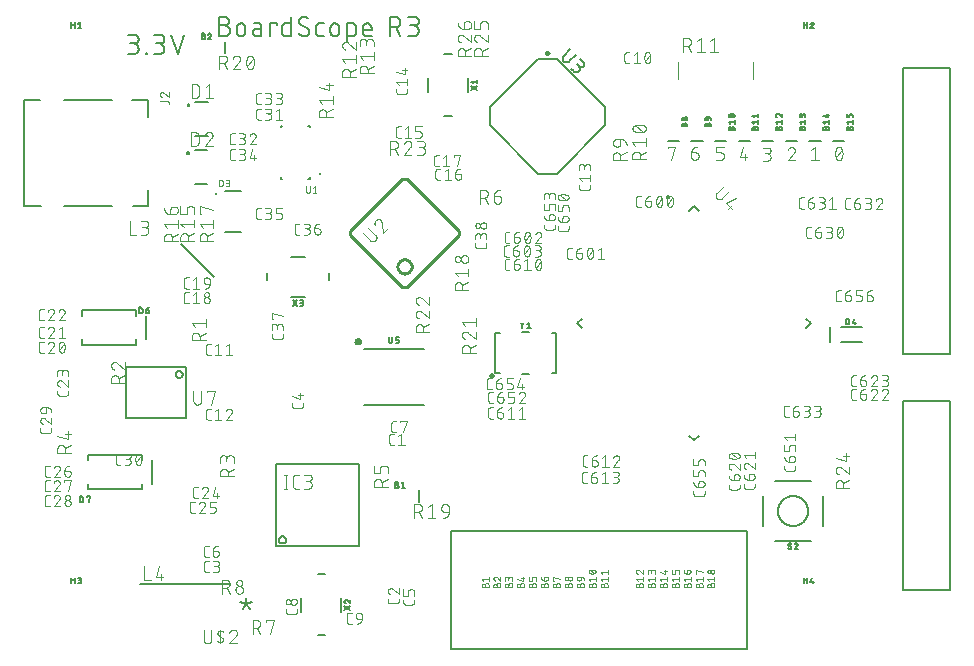
<source format=gbr>
G04 EAGLE Gerber X2 export*
G75*
%MOMM*%
%FSLAX34Y34*%
%LPD*%
%AMOC8*
5,1,8,0,0,1.08239X$1,22.5*%
G01*
%ADD10C,0.101600*%
%ADD11C,0.152400*%
%ADD12C,0.254000*%
%ADD13C,0.127000*%
%ADD14C,0.050800*%
%ADD15C,0.100000*%
%ADD16C,0.076200*%
%ADD17C,0.140000*%
%ADD18C,0.203200*%
%ADD19C,0.190500*%
%ADD20C,0.250000*%
%ADD21C,0.200000*%
%ADD22C,0.508000*%

G36*
X379293Y362427D02*
X379293Y362427D01*
X379295Y362429D01*
X379296Y362428D01*
X379967Y362663D01*
X379968Y362664D01*
X379969Y362664D01*
X380571Y363042D01*
X380572Y363044D01*
X380574Y363044D01*
X381076Y363546D01*
X381076Y363548D01*
X381078Y363549D01*
X381456Y364151D01*
X381456Y364152D01*
X381457Y364153D01*
X381692Y364824D01*
X381692Y364826D01*
X381693Y364827D01*
X381772Y365533D01*
X381772Y365534D01*
X381771Y365535D01*
X381772Y365536D01*
X381693Y366242D01*
X381691Y366244D01*
X381692Y366245D01*
X381457Y366916D01*
X381456Y366917D01*
X381456Y366918D01*
X381078Y367520D01*
X381076Y367521D01*
X381076Y367523D01*
X380574Y368025D01*
X380572Y368025D01*
X380571Y368027D01*
X379969Y368405D01*
X379968Y368405D01*
X379967Y368406D01*
X379296Y368641D01*
X379294Y368641D01*
X379293Y368642D01*
X378587Y368721D01*
X378585Y368720D01*
X378584Y368721D01*
X377878Y368642D01*
X377876Y368640D01*
X377875Y368641D01*
X377204Y368406D01*
X377203Y368405D01*
X377202Y368405D01*
X376600Y368027D01*
X376599Y368025D01*
X376597Y368025D01*
X376095Y367523D01*
X376095Y367521D01*
X376093Y367520D01*
X375715Y366918D01*
X375715Y366917D01*
X375714Y366916D01*
X375479Y366245D01*
X375480Y366243D01*
X375478Y366242D01*
X375399Y365536D01*
X375400Y365534D01*
X375399Y365533D01*
X375478Y364827D01*
X375480Y364825D01*
X375479Y364824D01*
X375714Y364153D01*
X375715Y364152D01*
X375715Y364151D01*
X376093Y363549D01*
X376095Y363548D01*
X376095Y363546D01*
X376597Y363044D01*
X376599Y363044D01*
X376600Y363042D01*
X377202Y362664D01*
X377203Y362664D01*
X377204Y362663D01*
X377875Y362428D01*
X377877Y362429D01*
X377878Y362427D01*
X378584Y362348D01*
X378586Y362349D01*
X378587Y362348D01*
X379293Y362427D01*
G37*
D10*
X640732Y529434D02*
X640732Y530676D01*
X646941Y530676D01*
X643836Y519500D01*
X660544Y525709D02*
X664269Y525709D01*
X664367Y525707D01*
X664464Y525701D01*
X664561Y525692D01*
X664658Y525678D01*
X664754Y525661D01*
X664849Y525640D01*
X664943Y525616D01*
X665037Y525587D01*
X665129Y525555D01*
X665220Y525520D01*
X665309Y525481D01*
X665397Y525438D01*
X665483Y525392D01*
X665567Y525343D01*
X665649Y525290D01*
X665729Y525235D01*
X665807Y525176D01*
X665882Y525114D01*
X665955Y525049D01*
X666025Y524981D01*
X666093Y524911D01*
X666158Y524838D01*
X666220Y524763D01*
X666279Y524685D01*
X666334Y524605D01*
X666387Y524523D01*
X666436Y524439D01*
X666482Y524353D01*
X666525Y524265D01*
X666564Y524176D01*
X666599Y524085D01*
X666631Y523993D01*
X666660Y523899D01*
X666684Y523805D01*
X666705Y523710D01*
X666722Y523614D01*
X666736Y523517D01*
X666745Y523420D01*
X666751Y523323D01*
X666753Y523225D01*
X666753Y522604D01*
X666752Y522604D02*
X666750Y522493D01*
X666744Y522383D01*
X666734Y522272D01*
X666720Y522162D01*
X666703Y522053D01*
X666681Y521944D01*
X666656Y521836D01*
X666626Y521730D01*
X666593Y521624D01*
X666556Y521519D01*
X666516Y521416D01*
X666471Y521315D01*
X666424Y521215D01*
X666372Y521116D01*
X666317Y521020D01*
X666259Y520926D01*
X666198Y520834D01*
X666133Y520744D01*
X666065Y520656D01*
X665994Y520571D01*
X665920Y520489D01*
X665843Y520409D01*
X665763Y520332D01*
X665681Y520258D01*
X665596Y520187D01*
X665508Y520119D01*
X665418Y520054D01*
X665326Y519993D01*
X665232Y519935D01*
X665136Y519880D01*
X665037Y519828D01*
X664937Y519781D01*
X664836Y519736D01*
X664733Y519696D01*
X664628Y519659D01*
X664522Y519626D01*
X664416Y519596D01*
X664308Y519571D01*
X664199Y519549D01*
X664090Y519532D01*
X663980Y519518D01*
X663869Y519508D01*
X663759Y519502D01*
X663648Y519500D01*
X663537Y519502D01*
X663427Y519508D01*
X663316Y519518D01*
X663206Y519532D01*
X663097Y519549D01*
X662988Y519571D01*
X662880Y519596D01*
X662774Y519626D01*
X662668Y519659D01*
X662563Y519696D01*
X662460Y519736D01*
X662359Y519781D01*
X662259Y519828D01*
X662160Y519880D01*
X662064Y519935D01*
X661970Y519993D01*
X661878Y520054D01*
X661788Y520119D01*
X661700Y520187D01*
X661615Y520258D01*
X661533Y520332D01*
X661453Y520409D01*
X661376Y520489D01*
X661302Y520571D01*
X661231Y520656D01*
X661163Y520744D01*
X661098Y520834D01*
X661037Y520926D01*
X660979Y521020D01*
X660924Y521116D01*
X660872Y521215D01*
X660825Y521315D01*
X660780Y521416D01*
X660740Y521519D01*
X660703Y521624D01*
X660670Y521730D01*
X660640Y521836D01*
X660615Y521944D01*
X660593Y522053D01*
X660576Y522162D01*
X660562Y522272D01*
X660552Y522383D01*
X660546Y522493D01*
X660544Y522604D01*
X660544Y525709D01*
X660546Y525848D01*
X660552Y525988D01*
X660562Y526126D01*
X660575Y526265D01*
X660593Y526403D01*
X660614Y526541D01*
X660639Y526678D01*
X660669Y526814D01*
X660701Y526950D01*
X660738Y527084D01*
X660779Y527217D01*
X660823Y527349D01*
X660871Y527480D01*
X660922Y527610D01*
X660977Y527738D01*
X661036Y527864D01*
X661098Y527989D01*
X661164Y528112D01*
X661233Y528233D01*
X661305Y528352D01*
X661381Y528469D01*
X661460Y528583D01*
X661542Y528696D01*
X661628Y528806D01*
X661716Y528914D01*
X661807Y529019D01*
X661902Y529121D01*
X661999Y529221D01*
X662099Y529318D01*
X662201Y529413D01*
X662306Y529504D01*
X662414Y529592D01*
X662524Y529678D01*
X662637Y529760D01*
X662751Y529839D01*
X662868Y529915D01*
X662987Y529987D01*
X663108Y530056D01*
X663231Y530122D01*
X663356Y530184D01*
X663482Y530243D01*
X663610Y530298D01*
X663740Y530349D01*
X663870Y530397D01*
X664003Y530441D01*
X664136Y530482D01*
X664270Y530519D01*
X664406Y530551D01*
X664542Y530581D01*
X664679Y530606D01*
X664817Y530627D01*
X664955Y530645D01*
X665093Y530658D01*
X665232Y530668D01*
X665372Y530674D01*
X665511Y530676D01*
X681880Y519500D02*
X685605Y519500D01*
X685703Y519502D01*
X685800Y519508D01*
X685897Y519517D01*
X685994Y519531D01*
X686090Y519548D01*
X686185Y519569D01*
X686279Y519593D01*
X686373Y519622D01*
X686465Y519654D01*
X686556Y519689D01*
X686645Y519728D01*
X686733Y519771D01*
X686819Y519817D01*
X686903Y519866D01*
X686985Y519919D01*
X687065Y519974D01*
X687143Y520033D01*
X687218Y520095D01*
X687291Y520160D01*
X687361Y520228D01*
X687429Y520298D01*
X687494Y520371D01*
X687556Y520446D01*
X687615Y520524D01*
X687670Y520604D01*
X687723Y520686D01*
X687772Y520770D01*
X687818Y520856D01*
X687861Y520944D01*
X687900Y521033D01*
X687935Y521124D01*
X687967Y521216D01*
X687996Y521310D01*
X688020Y521404D01*
X688041Y521499D01*
X688058Y521595D01*
X688072Y521692D01*
X688081Y521789D01*
X688087Y521886D01*
X688089Y521984D01*
X688089Y523225D01*
X688087Y523323D01*
X688081Y523420D01*
X688072Y523517D01*
X688058Y523614D01*
X688041Y523710D01*
X688020Y523805D01*
X687996Y523899D01*
X687967Y523993D01*
X687935Y524085D01*
X687900Y524176D01*
X687861Y524265D01*
X687818Y524353D01*
X687772Y524439D01*
X687723Y524523D01*
X687670Y524605D01*
X687615Y524685D01*
X687556Y524763D01*
X687494Y524838D01*
X687429Y524911D01*
X687361Y524981D01*
X687291Y525049D01*
X687218Y525114D01*
X687143Y525176D01*
X687065Y525235D01*
X686985Y525290D01*
X686903Y525343D01*
X686819Y525392D01*
X686733Y525438D01*
X686645Y525481D01*
X686556Y525520D01*
X686465Y525555D01*
X686373Y525587D01*
X686279Y525616D01*
X686185Y525640D01*
X686090Y525661D01*
X685994Y525678D01*
X685897Y525692D01*
X685800Y525701D01*
X685703Y525707D01*
X685605Y525709D01*
X681880Y525709D01*
X681880Y530676D01*
X688089Y530676D01*
X704430Y530422D02*
X701946Y521730D01*
X708155Y521730D01*
X706292Y524213D02*
X706292Y519246D01*
X721504Y518738D02*
X724608Y518738D01*
X724719Y518740D01*
X724829Y518746D01*
X724940Y518756D01*
X725050Y518770D01*
X725159Y518787D01*
X725268Y518809D01*
X725376Y518834D01*
X725482Y518864D01*
X725588Y518897D01*
X725693Y518934D01*
X725796Y518974D01*
X725897Y519019D01*
X725997Y519066D01*
X726096Y519118D01*
X726192Y519173D01*
X726286Y519231D01*
X726378Y519292D01*
X726468Y519357D01*
X726556Y519425D01*
X726641Y519496D01*
X726723Y519570D01*
X726803Y519647D01*
X726880Y519727D01*
X726954Y519809D01*
X727025Y519894D01*
X727093Y519982D01*
X727158Y520072D01*
X727219Y520164D01*
X727277Y520258D01*
X727332Y520354D01*
X727384Y520453D01*
X727431Y520553D01*
X727476Y520654D01*
X727516Y520757D01*
X727553Y520862D01*
X727586Y520968D01*
X727616Y521074D01*
X727641Y521182D01*
X727663Y521291D01*
X727680Y521400D01*
X727694Y521510D01*
X727704Y521621D01*
X727710Y521731D01*
X727712Y521842D01*
X727710Y521953D01*
X727704Y522063D01*
X727694Y522174D01*
X727680Y522284D01*
X727663Y522393D01*
X727641Y522502D01*
X727616Y522610D01*
X727586Y522716D01*
X727553Y522822D01*
X727516Y522927D01*
X727476Y523030D01*
X727431Y523131D01*
X727384Y523231D01*
X727332Y523330D01*
X727277Y523426D01*
X727219Y523520D01*
X727158Y523612D01*
X727093Y523702D01*
X727025Y523790D01*
X726954Y523875D01*
X726880Y523957D01*
X726803Y524037D01*
X726723Y524114D01*
X726641Y524188D01*
X726556Y524259D01*
X726468Y524327D01*
X726378Y524392D01*
X726286Y524453D01*
X726192Y524511D01*
X726096Y524566D01*
X725997Y524618D01*
X725897Y524665D01*
X725796Y524710D01*
X725693Y524750D01*
X725588Y524787D01*
X725482Y524820D01*
X725376Y524850D01*
X725268Y524875D01*
X725159Y524897D01*
X725050Y524914D01*
X724940Y524928D01*
X724829Y524938D01*
X724719Y524944D01*
X724608Y524946D01*
X725229Y529914D02*
X721504Y529914D01*
X725229Y529914D02*
X725328Y529912D01*
X725426Y529906D01*
X725525Y529896D01*
X725622Y529883D01*
X725720Y529865D01*
X725816Y529844D01*
X725912Y529818D01*
X726006Y529789D01*
X726099Y529757D01*
X726191Y529720D01*
X726281Y529680D01*
X726370Y529636D01*
X726457Y529589D01*
X726542Y529539D01*
X726624Y529485D01*
X726705Y529428D01*
X726783Y529368D01*
X726859Y529304D01*
X726932Y529238D01*
X727003Y529169D01*
X727071Y529097D01*
X727135Y529022D01*
X727197Y528945D01*
X727256Y528866D01*
X727311Y528784D01*
X727364Y528700D01*
X727412Y528615D01*
X727458Y528527D01*
X727500Y528437D01*
X727538Y528346D01*
X727572Y528254D01*
X727603Y528160D01*
X727630Y528065D01*
X727654Y527969D01*
X727673Y527872D01*
X727689Y527775D01*
X727701Y527677D01*
X727709Y527578D01*
X727713Y527479D01*
X727713Y527381D01*
X727709Y527282D01*
X727701Y527183D01*
X727689Y527085D01*
X727673Y526988D01*
X727654Y526891D01*
X727630Y526795D01*
X727603Y526700D01*
X727572Y526606D01*
X727538Y526514D01*
X727500Y526423D01*
X727458Y526333D01*
X727412Y526245D01*
X727364Y526160D01*
X727311Y526076D01*
X727256Y525994D01*
X727197Y525915D01*
X727135Y525838D01*
X727071Y525763D01*
X727003Y525691D01*
X726932Y525622D01*
X726859Y525556D01*
X726783Y525492D01*
X726705Y525432D01*
X726624Y525375D01*
X726542Y525321D01*
X726457Y525271D01*
X726370Y525224D01*
X726281Y525180D01*
X726191Y525140D01*
X726099Y525103D01*
X726006Y525071D01*
X725912Y525042D01*
X725816Y525016D01*
X725720Y524995D01*
X725622Y524977D01*
X725525Y524964D01*
X725426Y524954D01*
X725328Y524948D01*
X725229Y524946D01*
X725229Y524947D02*
X722746Y524947D01*
X745493Y530168D02*
X745597Y530166D01*
X745702Y530160D01*
X745806Y530150D01*
X745909Y530137D01*
X746012Y530119D01*
X746115Y530098D01*
X746216Y530073D01*
X746317Y530044D01*
X746416Y530011D01*
X746514Y529975D01*
X746610Y529935D01*
X746705Y529891D01*
X746799Y529844D01*
X746890Y529794D01*
X746979Y529740D01*
X747067Y529683D01*
X747152Y529622D01*
X747235Y529558D01*
X747315Y529492D01*
X747393Y529422D01*
X747469Y529350D01*
X747541Y529274D01*
X747611Y529196D01*
X747677Y529116D01*
X747741Y529033D01*
X747802Y528948D01*
X747859Y528860D01*
X747913Y528771D01*
X747963Y528680D01*
X748010Y528586D01*
X748054Y528491D01*
X748094Y528395D01*
X748130Y528297D01*
X748163Y528198D01*
X748192Y528097D01*
X748217Y527996D01*
X748238Y527893D01*
X748256Y527790D01*
X748269Y527687D01*
X748279Y527583D01*
X748285Y527478D01*
X748287Y527374D01*
X745493Y530169D02*
X745374Y530167D01*
X745256Y530161D01*
X745137Y530151D01*
X745019Y530138D01*
X744902Y530120D01*
X744785Y530098D01*
X744669Y530073D01*
X744554Y530044D01*
X744439Y530011D01*
X744326Y529974D01*
X744215Y529934D01*
X744104Y529890D01*
X743996Y529842D01*
X743889Y529791D01*
X743783Y529736D01*
X743680Y529677D01*
X743578Y529616D01*
X743479Y529551D01*
X743381Y529482D01*
X743287Y529411D01*
X743194Y529336D01*
X743104Y529259D01*
X743017Y529178D01*
X742932Y529095D01*
X742850Y529009D01*
X742771Y528920D01*
X742695Y528829D01*
X742622Y528735D01*
X742553Y528639D01*
X742486Y528540D01*
X742423Y528440D01*
X742363Y528337D01*
X742306Y528233D01*
X742254Y528126D01*
X742204Y528018D01*
X742158Y527909D01*
X742116Y527797D01*
X742078Y527685D01*
X747356Y525201D02*
X747431Y525275D01*
X747503Y525352D01*
X747573Y525431D01*
X747640Y525513D01*
X747704Y525597D01*
X747765Y525683D01*
X747823Y525771D01*
X747878Y525862D01*
X747930Y525954D01*
X747978Y526048D01*
X748023Y526143D01*
X748065Y526241D01*
X748103Y526339D01*
X748138Y526439D01*
X748169Y526540D01*
X748196Y526642D01*
X748220Y526745D01*
X748241Y526848D01*
X748257Y526953D01*
X748270Y527058D01*
X748280Y527163D01*
X748285Y527268D01*
X748287Y527374D01*
X747356Y525201D02*
X742078Y518992D01*
X748287Y518992D01*
X762144Y527938D02*
X765248Y530422D01*
X765248Y519246D01*
X762144Y519246D02*
X768353Y519246D01*
X782464Y524834D02*
X782467Y525054D01*
X782474Y525274D01*
X782488Y525493D01*
X782506Y525712D01*
X782530Y525931D01*
X782558Y526149D01*
X782592Y526366D01*
X782631Y526582D01*
X782676Y526798D01*
X782725Y527012D01*
X782780Y527225D01*
X782839Y527437D01*
X782904Y527647D01*
X782974Y527855D01*
X783048Y528062D01*
X783128Y528267D01*
X783212Y528470D01*
X783301Y528671D01*
X783395Y528870D01*
X783428Y528959D01*
X783464Y529047D01*
X783504Y529133D01*
X783547Y529218D01*
X783594Y529300D01*
X783645Y529381D01*
X783698Y529459D01*
X783755Y529535D01*
X783815Y529609D01*
X783878Y529680D01*
X783943Y529749D01*
X784012Y529815D01*
X784083Y529877D01*
X784157Y529937D01*
X784233Y529994D01*
X784311Y530048D01*
X784392Y530098D01*
X784474Y530145D01*
X784559Y530188D01*
X784645Y530228D01*
X784733Y530265D01*
X784822Y530297D01*
X784912Y530326D01*
X785004Y530352D01*
X785096Y530373D01*
X785190Y530391D01*
X785284Y530404D01*
X785378Y530414D01*
X785473Y530420D01*
X785568Y530422D01*
X785663Y530420D01*
X785758Y530414D01*
X785852Y530404D01*
X785946Y530391D01*
X786040Y530373D01*
X786132Y530352D01*
X786224Y530326D01*
X786314Y530297D01*
X786403Y530265D01*
X786491Y530228D01*
X786577Y530188D01*
X786662Y530145D01*
X786744Y530098D01*
X786825Y530048D01*
X786903Y529994D01*
X786979Y529937D01*
X787053Y529877D01*
X787124Y529815D01*
X787193Y529749D01*
X787258Y529680D01*
X787321Y529609D01*
X787381Y529535D01*
X787438Y529459D01*
X787491Y529381D01*
X787542Y529300D01*
X787589Y529217D01*
X787632Y529133D01*
X787672Y529047D01*
X787708Y528959D01*
X787741Y528870D01*
X787742Y528870D02*
X787836Y528671D01*
X787925Y528470D01*
X788009Y528267D01*
X788089Y528062D01*
X788163Y527855D01*
X788233Y527647D01*
X788298Y527437D01*
X788357Y527225D01*
X788412Y527012D01*
X788461Y526798D01*
X788506Y526582D01*
X788545Y526366D01*
X788579Y526149D01*
X788607Y525931D01*
X788631Y525712D01*
X788649Y525493D01*
X788663Y525274D01*
X788670Y525054D01*
X788673Y524834D01*
X782464Y524834D02*
X782467Y524614D01*
X782474Y524394D01*
X782488Y524175D01*
X782506Y523956D01*
X782530Y523737D01*
X782558Y523519D01*
X782592Y523302D01*
X782631Y523086D01*
X782676Y522870D01*
X782725Y522656D01*
X782780Y522443D01*
X782839Y522232D01*
X782904Y522021D01*
X782974Y521813D01*
X783048Y521606D01*
X783128Y521401D01*
X783212Y521198D01*
X783301Y520997D01*
X783395Y520798D01*
X783428Y520709D01*
X783464Y520621D01*
X783504Y520535D01*
X783547Y520450D01*
X783594Y520368D01*
X783645Y520287D01*
X783698Y520209D01*
X783755Y520133D01*
X783815Y520059D01*
X783878Y519988D01*
X783943Y519919D01*
X784012Y519853D01*
X784083Y519791D01*
X784157Y519731D01*
X784233Y519674D01*
X784311Y519620D01*
X784392Y519570D01*
X784474Y519523D01*
X784559Y519480D01*
X784645Y519440D01*
X784733Y519403D01*
X784822Y519371D01*
X784912Y519342D01*
X785004Y519316D01*
X785096Y519295D01*
X785190Y519277D01*
X785284Y519264D01*
X785378Y519254D01*
X785473Y519248D01*
X785568Y519246D01*
X787742Y520798D02*
X787836Y520997D01*
X787925Y521198D01*
X788009Y521401D01*
X788089Y521606D01*
X788163Y521813D01*
X788233Y522021D01*
X788298Y522231D01*
X788357Y522443D01*
X788412Y522656D01*
X788461Y522870D01*
X788506Y523086D01*
X788545Y523302D01*
X788579Y523519D01*
X788607Y523737D01*
X788631Y523956D01*
X788649Y524175D01*
X788663Y524394D01*
X788670Y524614D01*
X788673Y524834D01*
X787741Y520798D02*
X787708Y520709D01*
X787672Y520621D01*
X787632Y520535D01*
X787589Y520450D01*
X787542Y520368D01*
X787491Y520287D01*
X787438Y520209D01*
X787381Y520133D01*
X787321Y520059D01*
X787258Y519988D01*
X787193Y519919D01*
X787124Y519853D01*
X787053Y519791D01*
X786979Y519731D01*
X786903Y519674D01*
X786825Y519620D01*
X786744Y519570D01*
X786662Y519523D01*
X786577Y519480D01*
X786491Y519440D01*
X786403Y519403D01*
X786314Y519371D01*
X786224Y519342D01*
X786132Y519316D01*
X786040Y519295D01*
X785946Y519277D01*
X785852Y519264D01*
X785758Y519254D01*
X785663Y519248D01*
X785568Y519246D01*
X783085Y521730D02*
X788052Y527938D01*
D11*
X283831Y148646D02*
X283831Y143228D01*
X280670Y139164D01*
X283831Y143228D02*
X286992Y139164D01*
X283831Y143228D02*
X278864Y145034D01*
X283831Y143228D02*
X288798Y145034D01*
X188158Y609092D02*
X183642Y609092D01*
X188158Y609092D02*
X188291Y609094D01*
X188423Y609100D01*
X188555Y609110D01*
X188687Y609123D01*
X188819Y609141D01*
X188949Y609162D01*
X189080Y609187D01*
X189209Y609216D01*
X189337Y609249D01*
X189465Y609285D01*
X189591Y609325D01*
X189716Y609369D01*
X189840Y609417D01*
X189962Y609468D01*
X190083Y609523D01*
X190202Y609581D01*
X190320Y609643D01*
X190435Y609708D01*
X190549Y609777D01*
X190660Y609848D01*
X190769Y609924D01*
X190876Y610002D01*
X190981Y610083D01*
X191083Y610168D01*
X191183Y610255D01*
X191280Y610345D01*
X191375Y610438D01*
X191466Y610534D01*
X191555Y610632D01*
X191641Y610733D01*
X191724Y610837D01*
X191804Y610943D01*
X191880Y611051D01*
X191954Y611161D01*
X192024Y611274D01*
X192091Y611388D01*
X192154Y611505D01*
X192214Y611623D01*
X192271Y611743D01*
X192324Y611865D01*
X192373Y611988D01*
X192419Y612112D01*
X192461Y612238D01*
X192499Y612365D01*
X192534Y612493D01*
X192565Y612622D01*
X192592Y612751D01*
X192615Y612882D01*
X192635Y613013D01*
X192650Y613145D01*
X192662Y613277D01*
X192670Y613409D01*
X192674Y613542D01*
X192674Y613674D01*
X192670Y613807D01*
X192662Y613939D01*
X192650Y614071D01*
X192635Y614203D01*
X192615Y614334D01*
X192592Y614465D01*
X192565Y614594D01*
X192534Y614723D01*
X192499Y614851D01*
X192461Y614978D01*
X192419Y615104D01*
X192373Y615228D01*
X192324Y615351D01*
X192271Y615473D01*
X192214Y615593D01*
X192154Y615711D01*
X192091Y615828D01*
X192024Y615942D01*
X191954Y616055D01*
X191880Y616165D01*
X191804Y616273D01*
X191724Y616379D01*
X191641Y616483D01*
X191555Y616584D01*
X191466Y616682D01*
X191375Y616778D01*
X191280Y616871D01*
X191183Y616961D01*
X191083Y617048D01*
X190981Y617133D01*
X190876Y617214D01*
X190769Y617292D01*
X190660Y617368D01*
X190549Y617439D01*
X190435Y617508D01*
X190320Y617573D01*
X190202Y617635D01*
X190083Y617693D01*
X189962Y617748D01*
X189840Y617799D01*
X189716Y617847D01*
X189591Y617891D01*
X189465Y617931D01*
X189337Y617967D01*
X189209Y618000D01*
X189080Y618029D01*
X188949Y618054D01*
X188819Y618075D01*
X188687Y618093D01*
X188555Y618106D01*
X188423Y618116D01*
X188291Y618122D01*
X188158Y618124D01*
X189061Y625348D02*
X183642Y625348D01*
X189061Y625348D02*
X189180Y625346D01*
X189300Y625340D01*
X189419Y625330D01*
X189537Y625316D01*
X189656Y625299D01*
X189773Y625277D01*
X189890Y625252D01*
X190005Y625222D01*
X190120Y625189D01*
X190234Y625152D01*
X190346Y625112D01*
X190457Y625067D01*
X190566Y625019D01*
X190674Y624968D01*
X190780Y624913D01*
X190884Y624854D01*
X190986Y624792D01*
X191086Y624727D01*
X191184Y624658D01*
X191280Y624586D01*
X191373Y624511D01*
X191463Y624434D01*
X191551Y624353D01*
X191636Y624269D01*
X191718Y624182D01*
X191798Y624093D01*
X191874Y624001D01*
X191948Y623907D01*
X192018Y623810D01*
X192085Y623712D01*
X192149Y623611D01*
X192209Y623507D01*
X192266Y623402D01*
X192319Y623295D01*
X192369Y623187D01*
X192415Y623077D01*
X192457Y622965D01*
X192496Y622852D01*
X192531Y622738D01*
X192562Y622623D01*
X192590Y622506D01*
X192613Y622389D01*
X192633Y622272D01*
X192649Y622153D01*
X192661Y622034D01*
X192669Y621915D01*
X192673Y621796D01*
X192673Y621676D01*
X192669Y621557D01*
X192661Y621438D01*
X192649Y621319D01*
X192633Y621200D01*
X192613Y621083D01*
X192590Y620966D01*
X192562Y620849D01*
X192531Y620734D01*
X192496Y620620D01*
X192457Y620507D01*
X192415Y620395D01*
X192369Y620285D01*
X192319Y620177D01*
X192266Y620070D01*
X192209Y619965D01*
X192149Y619861D01*
X192085Y619760D01*
X192018Y619662D01*
X191948Y619565D01*
X191874Y619471D01*
X191798Y619379D01*
X191718Y619290D01*
X191636Y619203D01*
X191551Y619119D01*
X191463Y619038D01*
X191373Y618961D01*
X191280Y618886D01*
X191184Y618814D01*
X191086Y618745D01*
X190986Y618680D01*
X190884Y618618D01*
X190780Y618559D01*
X190674Y618504D01*
X190566Y618453D01*
X190457Y618405D01*
X190346Y618360D01*
X190234Y618320D01*
X190120Y618283D01*
X190005Y618250D01*
X189890Y618220D01*
X189773Y618195D01*
X189656Y618173D01*
X189537Y618156D01*
X189419Y618142D01*
X189300Y618132D01*
X189180Y618126D01*
X189061Y618124D01*
X189061Y618123D02*
X185448Y618123D01*
X198648Y609995D02*
X198648Y609092D01*
X198648Y609995D02*
X199551Y609995D01*
X199551Y609092D01*
X198648Y609092D01*
X205526Y609092D02*
X210041Y609092D01*
X210174Y609094D01*
X210306Y609100D01*
X210438Y609110D01*
X210570Y609123D01*
X210702Y609141D01*
X210832Y609162D01*
X210963Y609187D01*
X211092Y609216D01*
X211220Y609249D01*
X211348Y609285D01*
X211474Y609325D01*
X211599Y609369D01*
X211723Y609417D01*
X211845Y609468D01*
X211966Y609523D01*
X212085Y609581D01*
X212203Y609643D01*
X212318Y609708D01*
X212432Y609777D01*
X212543Y609848D01*
X212652Y609924D01*
X212759Y610002D01*
X212864Y610083D01*
X212966Y610168D01*
X213066Y610255D01*
X213163Y610345D01*
X213258Y610438D01*
X213349Y610534D01*
X213438Y610632D01*
X213524Y610733D01*
X213607Y610837D01*
X213687Y610943D01*
X213763Y611051D01*
X213837Y611161D01*
X213907Y611274D01*
X213974Y611388D01*
X214037Y611505D01*
X214097Y611623D01*
X214154Y611743D01*
X214207Y611865D01*
X214256Y611988D01*
X214302Y612112D01*
X214344Y612238D01*
X214382Y612365D01*
X214417Y612493D01*
X214448Y612622D01*
X214475Y612751D01*
X214498Y612882D01*
X214518Y613013D01*
X214533Y613145D01*
X214545Y613277D01*
X214553Y613409D01*
X214557Y613542D01*
X214557Y613674D01*
X214553Y613807D01*
X214545Y613939D01*
X214533Y614071D01*
X214518Y614203D01*
X214498Y614334D01*
X214475Y614465D01*
X214448Y614594D01*
X214417Y614723D01*
X214382Y614851D01*
X214344Y614978D01*
X214302Y615104D01*
X214256Y615228D01*
X214207Y615351D01*
X214154Y615473D01*
X214097Y615593D01*
X214037Y615711D01*
X213974Y615828D01*
X213907Y615942D01*
X213837Y616055D01*
X213763Y616165D01*
X213687Y616273D01*
X213607Y616379D01*
X213524Y616483D01*
X213438Y616584D01*
X213349Y616682D01*
X213258Y616778D01*
X213163Y616871D01*
X213066Y616961D01*
X212966Y617048D01*
X212864Y617133D01*
X212759Y617214D01*
X212652Y617292D01*
X212543Y617368D01*
X212432Y617439D01*
X212318Y617508D01*
X212203Y617573D01*
X212085Y617635D01*
X211966Y617693D01*
X211845Y617748D01*
X211723Y617799D01*
X211599Y617847D01*
X211474Y617891D01*
X211348Y617931D01*
X211220Y617967D01*
X211092Y618000D01*
X210963Y618029D01*
X210832Y618054D01*
X210702Y618075D01*
X210570Y618093D01*
X210438Y618106D01*
X210306Y618116D01*
X210174Y618122D01*
X210041Y618124D01*
X210944Y625348D02*
X205526Y625348D01*
X210944Y625348D02*
X211063Y625346D01*
X211183Y625340D01*
X211302Y625330D01*
X211420Y625316D01*
X211539Y625299D01*
X211656Y625277D01*
X211773Y625252D01*
X211888Y625222D01*
X212003Y625189D01*
X212117Y625152D01*
X212229Y625112D01*
X212340Y625067D01*
X212449Y625019D01*
X212557Y624968D01*
X212663Y624913D01*
X212767Y624854D01*
X212869Y624792D01*
X212969Y624727D01*
X213067Y624658D01*
X213163Y624586D01*
X213256Y624511D01*
X213346Y624434D01*
X213434Y624353D01*
X213519Y624269D01*
X213601Y624182D01*
X213681Y624093D01*
X213757Y624001D01*
X213831Y623907D01*
X213901Y623810D01*
X213968Y623712D01*
X214032Y623611D01*
X214092Y623507D01*
X214149Y623402D01*
X214202Y623295D01*
X214252Y623187D01*
X214298Y623077D01*
X214340Y622965D01*
X214379Y622852D01*
X214414Y622738D01*
X214445Y622623D01*
X214473Y622506D01*
X214496Y622389D01*
X214516Y622272D01*
X214532Y622153D01*
X214544Y622034D01*
X214552Y621915D01*
X214556Y621796D01*
X214556Y621676D01*
X214552Y621557D01*
X214544Y621438D01*
X214532Y621319D01*
X214516Y621200D01*
X214496Y621083D01*
X214473Y620966D01*
X214445Y620849D01*
X214414Y620734D01*
X214379Y620620D01*
X214340Y620507D01*
X214298Y620395D01*
X214252Y620285D01*
X214202Y620177D01*
X214149Y620070D01*
X214092Y619965D01*
X214032Y619861D01*
X213968Y619760D01*
X213901Y619662D01*
X213831Y619565D01*
X213757Y619471D01*
X213681Y619379D01*
X213601Y619290D01*
X213519Y619203D01*
X213434Y619119D01*
X213346Y619038D01*
X213256Y618961D01*
X213163Y618886D01*
X213067Y618814D01*
X212969Y618745D01*
X212869Y618680D01*
X212767Y618618D01*
X212663Y618559D01*
X212557Y618504D01*
X212449Y618453D01*
X212340Y618405D01*
X212229Y618360D01*
X212117Y618320D01*
X212003Y618283D01*
X211888Y618250D01*
X211773Y618220D01*
X211656Y618195D01*
X211539Y618173D01*
X211420Y618156D01*
X211302Y618142D01*
X211183Y618132D01*
X211063Y618126D01*
X210944Y618124D01*
X210944Y618123D02*
X207332Y618123D01*
X220254Y625348D02*
X225672Y609092D01*
X231091Y625348D01*
X228600Y448310D02*
X256540Y420370D01*
X261112Y633363D02*
X265628Y633363D01*
X265628Y633364D02*
X265761Y633362D01*
X265893Y633356D01*
X266025Y633346D01*
X266157Y633333D01*
X266289Y633315D01*
X266419Y633294D01*
X266550Y633269D01*
X266679Y633240D01*
X266807Y633207D01*
X266935Y633171D01*
X267061Y633131D01*
X267186Y633087D01*
X267310Y633039D01*
X267432Y632988D01*
X267553Y632933D01*
X267672Y632875D01*
X267790Y632813D01*
X267905Y632748D01*
X268019Y632679D01*
X268130Y632608D01*
X268239Y632532D01*
X268346Y632454D01*
X268451Y632373D01*
X268553Y632288D01*
X268653Y632201D01*
X268750Y632111D01*
X268845Y632018D01*
X268936Y631922D01*
X269025Y631824D01*
X269111Y631723D01*
X269194Y631619D01*
X269274Y631513D01*
X269350Y631405D01*
X269424Y631295D01*
X269494Y631182D01*
X269561Y631068D01*
X269624Y630951D01*
X269684Y630833D01*
X269741Y630713D01*
X269794Y630591D01*
X269843Y630468D01*
X269889Y630344D01*
X269931Y630218D01*
X269969Y630091D01*
X270004Y629963D01*
X270035Y629834D01*
X270062Y629705D01*
X270085Y629574D01*
X270105Y629443D01*
X270120Y629311D01*
X270132Y629179D01*
X270140Y629047D01*
X270144Y628914D01*
X270144Y628782D01*
X270140Y628649D01*
X270132Y628517D01*
X270120Y628385D01*
X270105Y628253D01*
X270085Y628122D01*
X270062Y627991D01*
X270035Y627862D01*
X270004Y627733D01*
X269969Y627605D01*
X269931Y627478D01*
X269889Y627352D01*
X269843Y627228D01*
X269794Y627105D01*
X269741Y626983D01*
X269684Y626863D01*
X269624Y626745D01*
X269561Y626628D01*
X269494Y626514D01*
X269424Y626401D01*
X269350Y626291D01*
X269274Y626183D01*
X269194Y626077D01*
X269111Y625973D01*
X269025Y625872D01*
X268936Y625774D01*
X268845Y625678D01*
X268750Y625585D01*
X268653Y625495D01*
X268553Y625408D01*
X268451Y625323D01*
X268346Y625242D01*
X268239Y625164D01*
X268130Y625088D01*
X268019Y625017D01*
X267905Y624948D01*
X267790Y624883D01*
X267672Y624821D01*
X267553Y624763D01*
X267432Y624708D01*
X267310Y624657D01*
X267186Y624609D01*
X267061Y624565D01*
X266935Y624525D01*
X266807Y624489D01*
X266679Y624456D01*
X266550Y624427D01*
X266419Y624402D01*
X266289Y624381D01*
X266157Y624363D01*
X266025Y624350D01*
X265893Y624340D01*
X265761Y624334D01*
X265628Y624332D01*
X261112Y624332D01*
X261112Y640588D01*
X265628Y640588D01*
X265747Y640586D01*
X265867Y640580D01*
X265986Y640570D01*
X266104Y640556D01*
X266223Y640539D01*
X266340Y640517D01*
X266457Y640492D01*
X266572Y640462D01*
X266687Y640429D01*
X266801Y640392D01*
X266913Y640352D01*
X267024Y640307D01*
X267133Y640259D01*
X267241Y640208D01*
X267347Y640153D01*
X267451Y640094D01*
X267553Y640032D01*
X267653Y639967D01*
X267751Y639898D01*
X267847Y639826D01*
X267940Y639751D01*
X268030Y639674D01*
X268118Y639593D01*
X268203Y639509D01*
X268285Y639422D01*
X268365Y639333D01*
X268441Y639241D01*
X268515Y639147D01*
X268585Y639050D01*
X268652Y638952D01*
X268716Y638851D01*
X268776Y638747D01*
X268833Y638642D01*
X268886Y638535D01*
X268936Y638427D01*
X268982Y638317D01*
X269024Y638205D01*
X269063Y638092D01*
X269098Y637978D01*
X269129Y637863D01*
X269157Y637746D01*
X269180Y637629D01*
X269200Y637512D01*
X269216Y637393D01*
X269228Y637274D01*
X269236Y637155D01*
X269240Y637036D01*
X269240Y636916D01*
X269236Y636797D01*
X269228Y636678D01*
X269216Y636559D01*
X269200Y636440D01*
X269180Y636323D01*
X269157Y636206D01*
X269129Y636089D01*
X269098Y635974D01*
X269063Y635860D01*
X269024Y635747D01*
X268982Y635635D01*
X268936Y635525D01*
X268886Y635417D01*
X268833Y635310D01*
X268776Y635205D01*
X268716Y635101D01*
X268652Y635000D01*
X268585Y634902D01*
X268515Y634805D01*
X268441Y634711D01*
X268365Y634619D01*
X268285Y634530D01*
X268203Y634443D01*
X268118Y634359D01*
X268030Y634278D01*
X267940Y634201D01*
X267847Y634126D01*
X267751Y634054D01*
X267653Y633985D01*
X267553Y633920D01*
X267451Y633858D01*
X267347Y633799D01*
X267241Y633744D01*
X267133Y633693D01*
X267024Y633645D01*
X266913Y633600D01*
X266801Y633560D01*
X266687Y633523D01*
X266572Y633490D01*
X266457Y633460D01*
X266340Y633435D01*
X266223Y633413D01*
X266104Y633396D01*
X265986Y633382D01*
X265867Y633372D01*
X265747Y633366D01*
X265628Y633364D01*
X275872Y631557D02*
X275872Y627944D01*
X275873Y631557D02*
X275875Y631676D01*
X275881Y631796D01*
X275891Y631915D01*
X275905Y632033D01*
X275922Y632152D01*
X275944Y632269D01*
X275969Y632386D01*
X275999Y632501D01*
X276032Y632616D01*
X276069Y632730D01*
X276109Y632842D01*
X276154Y632953D01*
X276202Y633062D01*
X276253Y633170D01*
X276308Y633276D01*
X276367Y633380D01*
X276429Y633482D01*
X276494Y633582D01*
X276563Y633680D01*
X276635Y633776D01*
X276710Y633869D01*
X276787Y633959D01*
X276868Y634047D01*
X276952Y634132D01*
X277039Y634214D01*
X277128Y634294D01*
X277220Y634370D01*
X277314Y634444D01*
X277411Y634514D01*
X277509Y634581D01*
X277610Y634645D01*
X277714Y634705D01*
X277819Y634762D01*
X277926Y634815D01*
X278034Y634865D01*
X278144Y634911D01*
X278256Y634953D01*
X278369Y634992D01*
X278483Y635027D01*
X278598Y635058D01*
X278715Y635086D01*
X278832Y635109D01*
X278949Y635129D01*
X279068Y635145D01*
X279187Y635157D01*
X279306Y635165D01*
X279425Y635169D01*
X279545Y635169D01*
X279664Y635165D01*
X279783Y635157D01*
X279902Y635145D01*
X280021Y635129D01*
X280138Y635109D01*
X280255Y635086D01*
X280372Y635058D01*
X280487Y635027D01*
X280601Y634992D01*
X280714Y634953D01*
X280826Y634911D01*
X280936Y634865D01*
X281044Y634815D01*
X281151Y634762D01*
X281256Y634705D01*
X281360Y634645D01*
X281461Y634581D01*
X281559Y634514D01*
X281656Y634444D01*
X281750Y634370D01*
X281842Y634294D01*
X281931Y634214D01*
X282018Y634132D01*
X282102Y634047D01*
X282183Y633959D01*
X282260Y633869D01*
X282335Y633776D01*
X282407Y633680D01*
X282476Y633582D01*
X282541Y633482D01*
X282603Y633380D01*
X282662Y633276D01*
X282717Y633170D01*
X282768Y633062D01*
X282816Y632953D01*
X282861Y632842D01*
X282901Y632730D01*
X282938Y632616D01*
X282971Y632501D01*
X283001Y632386D01*
X283026Y632269D01*
X283048Y632152D01*
X283065Y632033D01*
X283079Y631915D01*
X283089Y631796D01*
X283095Y631676D01*
X283097Y631557D01*
X283097Y627944D01*
X283095Y627825D01*
X283089Y627705D01*
X283079Y627586D01*
X283065Y627468D01*
X283048Y627349D01*
X283026Y627232D01*
X283001Y627115D01*
X282971Y627000D01*
X282938Y626885D01*
X282901Y626771D01*
X282861Y626659D01*
X282816Y626548D01*
X282768Y626439D01*
X282717Y626331D01*
X282662Y626225D01*
X282603Y626121D01*
X282541Y626019D01*
X282476Y625919D01*
X282407Y625821D01*
X282335Y625725D01*
X282260Y625632D01*
X282183Y625542D01*
X282102Y625454D01*
X282018Y625369D01*
X281931Y625287D01*
X281842Y625207D01*
X281750Y625131D01*
X281656Y625057D01*
X281559Y624987D01*
X281461Y624920D01*
X281360Y624856D01*
X281256Y624796D01*
X281151Y624739D01*
X281044Y624686D01*
X280936Y624636D01*
X280826Y624590D01*
X280714Y624548D01*
X280601Y624509D01*
X280487Y624474D01*
X280372Y624443D01*
X280255Y624415D01*
X280138Y624392D01*
X280021Y624372D01*
X279902Y624356D01*
X279783Y624344D01*
X279664Y624336D01*
X279545Y624332D01*
X279425Y624332D01*
X279306Y624336D01*
X279187Y624344D01*
X279068Y624356D01*
X278949Y624372D01*
X278832Y624392D01*
X278715Y624415D01*
X278598Y624443D01*
X278483Y624474D01*
X278369Y624509D01*
X278256Y624548D01*
X278144Y624590D01*
X278034Y624636D01*
X277926Y624686D01*
X277819Y624739D01*
X277714Y624796D01*
X277610Y624856D01*
X277509Y624920D01*
X277411Y624987D01*
X277314Y625057D01*
X277220Y625131D01*
X277128Y625207D01*
X277039Y625287D01*
X276952Y625369D01*
X276868Y625454D01*
X276787Y625542D01*
X276710Y625632D01*
X276635Y625725D01*
X276563Y625821D01*
X276494Y625919D01*
X276429Y626019D01*
X276367Y626121D01*
X276308Y626225D01*
X276253Y626331D01*
X276202Y626439D01*
X276154Y626548D01*
X276109Y626659D01*
X276069Y626771D01*
X276032Y626885D01*
X275999Y627000D01*
X275969Y627115D01*
X275944Y627232D01*
X275922Y627349D01*
X275905Y627468D01*
X275891Y627586D01*
X275881Y627705D01*
X275875Y627825D01*
X275873Y627944D01*
X292507Y630654D02*
X296571Y630654D01*
X292507Y630654D02*
X292395Y630652D01*
X292284Y630646D01*
X292173Y630636D01*
X292062Y630623D01*
X291952Y630605D01*
X291843Y630583D01*
X291734Y630558D01*
X291626Y630529D01*
X291520Y630496D01*
X291414Y630459D01*
X291310Y630419D01*
X291208Y630375D01*
X291107Y630327D01*
X291008Y630276D01*
X290910Y630221D01*
X290815Y630163D01*
X290722Y630102D01*
X290631Y630037D01*
X290542Y629969D01*
X290456Y629898D01*
X290373Y629825D01*
X290292Y629748D01*
X290213Y629668D01*
X290138Y629586D01*
X290066Y629501D01*
X289996Y629414D01*
X289930Y629324D01*
X289867Y629232D01*
X289807Y629137D01*
X289751Y629041D01*
X289698Y628943D01*
X289649Y628843D01*
X289603Y628741D01*
X289561Y628638D01*
X289522Y628533D01*
X289487Y628427D01*
X289456Y628320D01*
X289429Y628212D01*
X289405Y628103D01*
X289386Y627993D01*
X289370Y627883D01*
X289358Y627772D01*
X289350Y627660D01*
X289346Y627549D01*
X289346Y627437D01*
X289350Y627326D01*
X289358Y627214D01*
X289370Y627103D01*
X289386Y626993D01*
X289405Y626883D01*
X289429Y626774D01*
X289456Y626666D01*
X289487Y626559D01*
X289522Y626453D01*
X289561Y626348D01*
X289603Y626245D01*
X289649Y626143D01*
X289698Y626043D01*
X289751Y625945D01*
X289807Y625849D01*
X289867Y625754D01*
X289930Y625662D01*
X289996Y625572D01*
X290066Y625485D01*
X290138Y625400D01*
X290213Y625318D01*
X290292Y625238D01*
X290373Y625161D01*
X290456Y625088D01*
X290542Y625017D01*
X290631Y624949D01*
X290722Y624884D01*
X290815Y624823D01*
X290910Y624765D01*
X291008Y624710D01*
X291107Y624659D01*
X291208Y624611D01*
X291310Y624567D01*
X291414Y624527D01*
X291520Y624490D01*
X291626Y624457D01*
X291734Y624428D01*
X291843Y624403D01*
X291952Y624381D01*
X292062Y624363D01*
X292173Y624350D01*
X292284Y624340D01*
X292395Y624334D01*
X292507Y624332D01*
X296571Y624332D01*
X296571Y632460D01*
X296569Y632561D01*
X296563Y632662D01*
X296554Y632763D01*
X296541Y632864D01*
X296524Y632964D01*
X296503Y633063D01*
X296479Y633161D01*
X296451Y633258D01*
X296419Y633355D01*
X296384Y633450D01*
X296345Y633543D01*
X296303Y633635D01*
X296257Y633726D01*
X296208Y633815D01*
X296156Y633901D01*
X296100Y633986D01*
X296042Y634069D01*
X295980Y634149D01*
X295915Y634227D01*
X295848Y634303D01*
X295778Y634376D01*
X295705Y634446D01*
X295629Y634513D01*
X295551Y634578D01*
X295471Y634640D01*
X295388Y634698D01*
X295303Y634754D01*
X295217Y634806D01*
X295128Y634855D01*
X295037Y634901D01*
X294945Y634943D01*
X294852Y634982D01*
X294757Y635017D01*
X294660Y635049D01*
X294563Y635077D01*
X294465Y635101D01*
X294366Y635122D01*
X294266Y635139D01*
X294165Y635152D01*
X294064Y635161D01*
X293963Y635167D01*
X293862Y635169D01*
X290249Y635169D01*
X304093Y635169D02*
X304093Y624332D01*
X304093Y635169D02*
X309512Y635169D01*
X309512Y633363D01*
X321581Y640588D02*
X321581Y624332D01*
X317065Y624332D01*
X316964Y624334D01*
X316863Y624340D01*
X316762Y624349D01*
X316661Y624362D01*
X316561Y624379D01*
X316462Y624400D01*
X316364Y624424D01*
X316267Y624452D01*
X316170Y624484D01*
X316075Y624519D01*
X315982Y624558D01*
X315890Y624600D01*
X315799Y624646D01*
X315711Y624695D01*
X315624Y624747D01*
X315539Y624803D01*
X315456Y624861D01*
X315376Y624923D01*
X315298Y624988D01*
X315222Y625055D01*
X315149Y625125D01*
X315079Y625198D01*
X315012Y625274D01*
X314947Y625352D01*
X314885Y625432D01*
X314827Y625515D01*
X314771Y625600D01*
X314719Y625687D01*
X314670Y625775D01*
X314624Y625866D01*
X314582Y625958D01*
X314543Y626051D01*
X314508Y626146D01*
X314476Y626243D01*
X314448Y626340D01*
X314424Y626438D01*
X314403Y626537D01*
X314386Y626637D01*
X314373Y626738D01*
X314364Y626839D01*
X314358Y626940D01*
X314356Y627041D01*
X314356Y632460D01*
X314358Y632561D01*
X314364Y632662D01*
X314373Y632763D01*
X314386Y632864D01*
X314403Y632964D01*
X314424Y633063D01*
X314448Y633161D01*
X314476Y633258D01*
X314508Y633355D01*
X314543Y633450D01*
X314582Y633543D01*
X314624Y633635D01*
X314670Y633726D01*
X314719Y633815D01*
X314771Y633901D01*
X314827Y633986D01*
X314885Y634069D01*
X314947Y634149D01*
X315012Y634227D01*
X315079Y634303D01*
X315149Y634376D01*
X315222Y634446D01*
X315298Y634513D01*
X315376Y634578D01*
X315456Y634640D01*
X315539Y634698D01*
X315624Y634754D01*
X315711Y634806D01*
X315799Y634855D01*
X315890Y634901D01*
X315982Y634943D01*
X316075Y634982D01*
X316170Y635017D01*
X316267Y635049D01*
X316364Y635077D01*
X316462Y635101D01*
X316561Y635122D01*
X316661Y635139D01*
X316762Y635152D01*
X316863Y635161D01*
X316964Y635167D01*
X317065Y635169D01*
X321581Y635169D01*
X333534Y624332D02*
X333652Y624334D01*
X333770Y624340D01*
X333888Y624349D01*
X334005Y624363D01*
X334122Y624380D01*
X334239Y624401D01*
X334354Y624426D01*
X334469Y624455D01*
X334583Y624488D01*
X334695Y624524D01*
X334806Y624564D01*
X334916Y624607D01*
X335025Y624654D01*
X335132Y624704D01*
X335237Y624759D01*
X335340Y624816D01*
X335441Y624877D01*
X335541Y624941D01*
X335638Y625008D01*
X335733Y625078D01*
X335825Y625152D01*
X335916Y625228D01*
X336003Y625308D01*
X336088Y625390D01*
X336170Y625475D01*
X336250Y625562D01*
X336326Y625653D01*
X336400Y625745D01*
X336470Y625840D01*
X336537Y625937D01*
X336601Y626037D01*
X336662Y626138D01*
X336719Y626241D01*
X336774Y626346D01*
X336824Y626453D01*
X336871Y626562D01*
X336914Y626672D01*
X336954Y626783D01*
X336990Y626895D01*
X337023Y627009D01*
X337052Y627124D01*
X337077Y627239D01*
X337098Y627356D01*
X337115Y627473D01*
X337129Y627590D01*
X337138Y627708D01*
X337144Y627826D01*
X337146Y627944D01*
X333534Y624332D02*
X333351Y624334D01*
X333169Y624341D01*
X332987Y624352D01*
X332805Y624367D01*
X332623Y624387D01*
X332442Y624410D01*
X332262Y624439D01*
X332082Y624471D01*
X331903Y624508D01*
X331726Y624549D01*
X331549Y624595D01*
X331373Y624644D01*
X331199Y624698D01*
X331025Y624756D01*
X330854Y624818D01*
X330684Y624884D01*
X330515Y624955D01*
X330348Y625029D01*
X330183Y625107D01*
X330020Y625189D01*
X329859Y625275D01*
X329700Y625365D01*
X329543Y625459D01*
X329389Y625556D01*
X329237Y625657D01*
X329087Y625762D01*
X328940Y625870D01*
X328796Y625981D01*
X328654Y626096D01*
X328515Y626215D01*
X328379Y626337D01*
X328246Y626462D01*
X328116Y626590D01*
X328567Y636976D02*
X328569Y637094D01*
X328575Y637212D01*
X328584Y637330D01*
X328598Y637447D01*
X328615Y637564D01*
X328636Y637681D01*
X328661Y637796D01*
X328690Y637911D01*
X328723Y638025D01*
X328759Y638137D01*
X328799Y638248D01*
X328842Y638358D01*
X328889Y638467D01*
X328939Y638574D01*
X328994Y638679D01*
X329051Y638782D01*
X329112Y638883D01*
X329176Y638983D01*
X329243Y639080D01*
X329313Y639175D01*
X329387Y639267D01*
X329463Y639358D01*
X329543Y639445D01*
X329625Y639530D01*
X329710Y639612D01*
X329797Y639692D01*
X329888Y639768D01*
X329980Y639842D01*
X330075Y639912D01*
X330172Y639979D01*
X330272Y640043D01*
X330373Y640104D01*
X330476Y640162D01*
X330581Y640216D01*
X330688Y640266D01*
X330797Y640313D01*
X330907Y640357D01*
X331018Y640396D01*
X331131Y640432D01*
X331244Y640465D01*
X331359Y640494D01*
X331474Y640519D01*
X331591Y640540D01*
X331708Y640557D01*
X331825Y640571D01*
X331943Y640580D01*
X332061Y640586D01*
X332179Y640588D01*
X332340Y640586D01*
X332502Y640580D01*
X332663Y640571D01*
X332824Y640557D01*
X332984Y640540D01*
X333144Y640519D01*
X333304Y640494D01*
X333463Y640465D01*
X333621Y640433D01*
X333778Y640397D01*
X333934Y640357D01*
X334090Y640313D01*
X334244Y640265D01*
X334397Y640214D01*
X334549Y640160D01*
X334700Y640101D01*
X334849Y640040D01*
X334996Y639974D01*
X335142Y639905D01*
X335287Y639833D01*
X335429Y639757D01*
X335570Y639678D01*
X335709Y639596D01*
X335845Y639510D01*
X335980Y639421D01*
X336113Y639329D01*
X336243Y639233D01*
X330373Y633815D02*
X330272Y633877D01*
X330172Y633942D01*
X330075Y634011D01*
X329980Y634083D01*
X329887Y634157D01*
X329797Y634235D01*
X329709Y634316D01*
X329624Y634399D01*
X329542Y634485D01*
X329463Y634574D01*
X329386Y634665D01*
X329313Y634759D01*
X329242Y634855D01*
X329175Y634953D01*
X329111Y635053D01*
X329050Y635156D01*
X328993Y635260D01*
X328939Y635366D01*
X328889Y635474D01*
X328842Y635583D01*
X328798Y635694D01*
X328758Y635806D01*
X328722Y635920D01*
X328690Y636034D01*
X328661Y636150D01*
X328636Y636266D01*
X328615Y636383D01*
X328598Y636501D01*
X328584Y636619D01*
X328575Y636738D01*
X328569Y636857D01*
X328567Y636976D01*
X335341Y631105D02*
X335442Y631043D01*
X335542Y630978D01*
X335639Y630909D01*
X335734Y630837D01*
X335827Y630763D01*
X335917Y630685D01*
X336005Y630604D01*
X336090Y630521D01*
X336172Y630435D01*
X336251Y630346D01*
X336328Y630255D01*
X336401Y630161D01*
X336472Y630065D01*
X336539Y629967D01*
X336603Y629867D01*
X336664Y629764D01*
X336721Y629660D01*
X336775Y629554D01*
X336825Y629446D01*
X336872Y629337D01*
X336916Y629226D01*
X336956Y629114D01*
X336992Y629000D01*
X337024Y628886D01*
X337053Y628770D01*
X337078Y628654D01*
X337099Y628537D01*
X337116Y628419D01*
X337130Y628301D01*
X337139Y628182D01*
X337145Y628063D01*
X337147Y627944D01*
X335340Y631105D02*
X330373Y633815D01*
X345813Y624332D02*
X349426Y624332D01*
X345813Y624332D02*
X345712Y624334D01*
X345611Y624340D01*
X345510Y624349D01*
X345409Y624362D01*
X345309Y624379D01*
X345210Y624400D01*
X345112Y624424D01*
X345015Y624452D01*
X344918Y624484D01*
X344823Y624519D01*
X344730Y624558D01*
X344638Y624600D01*
X344547Y624646D01*
X344459Y624695D01*
X344372Y624747D01*
X344287Y624803D01*
X344204Y624861D01*
X344124Y624923D01*
X344046Y624988D01*
X343970Y625055D01*
X343897Y625125D01*
X343827Y625198D01*
X343760Y625274D01*
X343695Y625352D01*
X343633Y625432D01*
X343575Y625515D01*
X343519Y625600D01*
X343467Y625687D01*
X343418Y625775D01*
X343372Y625866D01*
X343330Y625958D01*
X343291Y626051D01*
X343256Y626146D01*
X343224Y626243D01*
X343196Y626340D01*
X343172Y626438D01*
X343151Y626537D01*
X343134Y626637D01*
X343121Y626738D01*
X343112Y626839D01*
X343106Y626940D01*
X343104Y627041D01*
X343104Y632460D01*
X343106Y632561D01*
X343112Y632662D01*
X343121Y632763D01*
X343134Y632864D01*
X343151Y632964D01*
X343172Y633063D01*
X343196Y633161D01*
X343224Y633258D01*
X343256Y633355D01*
X343291Y633450D01*
X343330Y633543D01*
X343372Y633635D01*
X343418Y633726D01*
X343467Y633815D01*
X343519Y633901D01*
X343575Y633986D01*
X343633Y634069D01*
X343695Y634149D01*
X343760Y634227D01*
X343827Y634303D01*
X343897Y634376D01*
X343970Y634446D01*
X344046Y634513D01*
X344124Y634578D01*
X344204Y634640D01*
X344287Y634698D01*
X344372Y634754D01*
X344459Y634806D01*
X344547Y634855D01*
X344638Y634901D01*
X344730Y634943D01*
X344823Y634982D01*
X344918Y635017D01*
X345015Y635049D01*
X345112Y635077D01*
X345210Y635101D01*
X345309Y635122D01*
X345409Y635139D01*
X345510Y635152D01*
X345611Y635161D01*
X345712Y635167D01*
X345813Y635169D01*
X349426Y635169D01*
X355070Y631557D02*
X355070Y627944D01*
X355071Y631557D02*
X355073Y631676D01*
X355079Y631796D01*
X355089Y631915D01*
X355103Y632033D01*
X355120Y632152D01*
X355142Y632269D01*
X355167Y632386D01*
X355197Y632501D01*
X355230Y632616D01*
X355267Y632730D01*
X355307Y632842D01*
X355352Y632953D01*
X355400Y633062D01*
X355451Y633170D01*
X355506Y633276D01*
X355565Y633380D01*
X355627Y633482D01*
X355692Y633582D01*
X355761Y633680D01*
X355833Y633776D01*
X355908Y633869D01*
X355985Y633959D01*
X356066Y634047D01*
X356150Y634132D01*
X356237Y634214D01*
X356326Y634294D01*
X356418Y634370D01*
X356512Y634444D01*
X356609Y634514D01*
X356707Y634581D01*
X356808Y634645D01*
X356912Y634705D01*
X357017Y634762D01*
X357124Y634815D01*
X357232Y634865D01*
X357342Y634911D01*
X357454Y634953D01*
X357567Y634992D01*
X357681Y635027D01*
X357796Y635058D01*
X357913Y635086D01*
X358030Y635109D01*
X358147Y635129D01*
X358266Y635145D01*
X358385Y635157D01*
X358504Y635165D01*
X358623Y635169D01*
X358743Y635169D01*
X358862Y635165D01*
X358981Y635157D01*
X359100Y635145D01*
X359219Y635129D01*
X359336Y635109D01*
X359453Y635086D01*
X359570Y635058D01*
X359685Y635027D01*
X359799Y634992D01*
X359912Y634953D01*
X360024Y634911D01*
X360134Y634865D01*
X360242Y634815D01*
X360349Y634762D01*
X360454Y634705D01*
X360558Y634645D01*
X360659Y634581D01*
X360757Y634514D01*
X360854Y634444D01*
X360948Y634370D01*
X361040Y634294D01*
X361129Y634214D01*
X361216Y634132D01*
X361300Y634047D01*
X361381Y633959D01*
X361458Y633869D01*
X361533Y633776D01*
X361605Y633680D01*
X361674Y633582D01*
X361739Y633482D01*
X361801Y633380D01*
X361860Y633276D01*
X361915Y633170D01*
X361966Y633062D01*
X362014Y632953D01*
X362059Y632842D01*
X362099Y632730D01*
X362136Y632616D01*
X362169Y632501D01*
X362199Y632386D01*
X362224Y632269D01*
X362246Y632152D01*
X362263Y632033D01*
X362277Y631915D01*
X362287Y631796D01*
X362293Y631676D01*
X362295Y631557D01*
X362295Y627944D01*
X362293Y627825D01*
X362287Y627705D01*
X362277Y627586D01*
X362263Y627468D01*
X362246Y627349D01*
X362224Y627232D01*
X362199Y627115D01*
X362169Y627000D01*
X362136Y626885D01*
X362099Y626771D01*
X362059Y626659D01*
X362014Y626548D01*
X361966Y626439D01*
X361915Y626331D01*
X361860Y626225D01*
X361801Y626121D01*
X361739Y626019D01*
X361674Y625919D01*
X361605Y625821D01*
X361533Y625725D01*
X361458Y625632D01*
X361381Y625542D01*
X361300Y625454D01*
X361216Y625369D01*
X361129Y625287D01*
X361040Y625207D01*
X360948Y625131D01*
X360854Y625057D01*
X360757Y624987D01*
X360659Y624920D01*
X360558Y624856D01*
X360454Y624796D01*
X360349Y624739D01*
X360242Y624686D01*
X360134Y624636D01*
X360024Y624590D01*
X359912Y624548D01*
X359799Y624509D01*
X359685Y624474D01*
X359570Y624443D01*
X359453Y624415D01*
X359336Y624392D01*
X359219Y624372D01*
X359100Y624356D01*
X358981Y624344D01*
X358862Y624336D01*
X358743Y624332D01*
X358623Y624332D01*
X358504Y624336D01*
X358385Y624344D01*
X358266Y624356D01*
X358147Y624372D01*
X358030Y624392D01*
X357913Y624415D01*
X357796Y624443D01*
X357681Y624474D01*
X357567Y624509D01*
X357454Y624548D01*
X357342Y624590D01*
X357232Y624636D01*
X357124Y624686D01*
X357017Y624739D01*
X356912Y624796D01*
X356808Y624856D01*
X356707Y624920D01*
X356609Y624987D01*
X356512Y625057D01*
X356418Y625131D01*
X356326Y625207D01*
X356237Y625287D01*
X356150Y625369D01*
X356066Y625454D01*
X355985Y625542D01*
X355908Y625632D01*
X355833Y625725D01*
X355761Y625821D01*
X355692Y625919D01*
X355627Y626019D01*
X355565Y626121D01*
X355506Y626225D01*
X355451Y626331D01*
X355400Y626439D01*
X355352Y626548D01*
X355307Y626659D01*
X355267Y626771D01*
X355230Y626885D01*
X355197Y627000D01*
X355167Y627115D01*
X355142Y627232D01*
X355120Y627349D01*
X355103Y627468D01*
X355089Y627586D01*
X355079Y627705D01*
X355073Y627825D01*
X355071Y627944D01*
X369212Y635169D02*
X369212Y618913D01*
X369212Y635169D02*
X373727Y635169D01*
X373831Y635167D01*
X373934Y635161D01*
X374038Y635151D01*
X374141Y635137D01*
X374243Y635119D01*
X374344Y635098D01*
X374445Y635072D01*
X374544Y635043D01*
X374643Y635010D01*
X374740Y634973D01*
X374835Y634932D01*
X374929Y634888D01*
X375021Y634840D01*
X375111Y634789D01*
X375200Y634734D01*
X375286Y634676D01*
X375369Y634614D01*
X375451Y634550D01*
X375529Y634482D01*
X375605Y634412D01*
X375679Y634339D01*
X375749Y634262D01*
X375817Y634184D01*
X375881Y634102D01*
X375943Y634019D01*
X376001Y633933D01*
X376056Y633844D01*
X376107Y633754D01*
X376155Y633662D01*
X376199Y633568D01*
X376240Y633473D01*
X376277Y633376D01*
X376310Y633277D01*
X376339Y633178D01*
X376365Y633077D01*
X376386Y632976D01*
X376404Y632874D01*
X376418Y632771D01*
X376428Y632667D01*
X376434Y632564D01*
X376436Y632460D01*
X376437Y632460D02*
X376437Y627041D01*
X376436Y627041D02*
X376434Y626940D01*
X376428Y626839D01*
X376419Y626738D01*
X376406Y626637D01*
X376389Y626537D01*
X376368Y626438D01*
X376344Y626340D01*
X376316Y626243D01*
X376284Y626146D01*
X376249Y626051D01*
X376210Y625958D01*
X376168Y625866D01*
X376122Y625775D01*
X376073Y625687D01*
X376021Y625600D01*
X375965Y625515D01*
X375907Y625432D01*
X375845Y625352D01*
X375780Y625274D01*
X375713Y625198D01*
X375643Y625125D01*
X375570Y625055D01*
X375494Y624988D01*
X375416Y624923D01*
X375336Y624861D01*
X375253Y624803D01*
X375168Y624747D01*
X375082Y624695D01*
X374993Y624646D01*
X374902Y624600D01*
X374810Y624558D01*
X374717Y624519D01*
X374622Y624484D01*
X374525Y624452D01*
X374428Y624424D01*
X374330Y624400D01*
X374231Y624379D01*
X374131Y624362D01*
X374030Y624349D01*
X373929Y624340D01*
X373828Y624334D01*
X373727Y624332D01*
X369212Y624332D01*
X385395Y624332D02*
X389911Y624332D01*
X385395Y624332D02*
X385294Y624334D01*
X385193Y624340D01*
X385092Y624349D01*
X384991Y624362D01*
X384891Y624379D01*
X384792Y624400D01*
X384694Y624424D01*
X384597Y624452D01*
X384500Y624484D01*
X384405Y624519D01*
X384312Y624558D01*
X384220Y624600D01*
X384129Y624646D01*
X384041Y624695D01*
X383954Y624747D01*
X383869Y624803D01*
X383786Y624861D01*
X383706Y624923D01*
X383628Y624988D01*
X383552Y625055D01*
X383479Y625125D01*
X383409Y625198D01*
X383342Y625274D01*
X383277Y625352D01*
X383215Y625432D01*
X383157Y625515D01*
X383101Y625600D01*
X383049Y625687D01*
X383000Y625775D01*
X382954Y625866D01*
X382912Y625958D01*
X382873Y626051D01*
X382838Y626146D01*
X382806Y626243D01*
X382778Y626340D01*
X382754Y626438D01*
X382733Y626537D01*
X382716Y626637D01*
X382703Y626738D01*
X382694Y626839D01*
X382688Y626940D01*
X382686Y627041D01*
X382686Y631557D01*
X382688Y631676D01*
X382694Y631796D01*
X382704Y631915D01*
X382718Y632033D01*
X382735Y632152D01*
X382757Y632269D01*
X382782Y632386D01*
X382812Y632501D01*
X382845Y632616D01*
X382882Y632730D01*
X382922Y632842D01*
X382967Y632953D01*
X383015Y633062D01*
X383066Y633170D01*
X383121Y633276D01*
X383180Y633380D01*
X383242Y633482D01*
X383307Y633582D01*
X383376Y633680D01*
X383448Y633776D01*
X383523Y633869D01*
X383600Y633959D01*
X383681Y634047D01*
X383765Y634132D01*
X383852Y634214D01*
X383941Y634294D01*
X384033Y634370D01*
X384127Y634444D01*
X384224Y634514D01*
X384322Y634581D01*
X384423Y634645D01*
X384527Y634705D01*
X384632Y634762D01*
X384739Y634815D01*
X384847Y634865D01*
X384957Y634911D01*
X385069Y634953D01*
X385182Y634992D01*
X385296Y635027D01*
X385411Y635058D01*
X385528Y635086D01*
X385645Y635109D01*
X385762Y635129D01*
X385881Y635145D01*
X386000Y635157D01*
X386119Y635165D01*
X386238Y635169D01*
X386358Y635169D01*
X386477Y635165D01*
X386596Y635157D01*
X386715Y635145D01*
X386834Y635129D01*
X386951Y635109D01*
X387068Y635086D01*
X387185Y635058D01*
X387300Y635027D01*
X387414Y634992D01*
X387527Y634953D01*
X387639Y634911D01*
X387749Y634865D01*
X387857Y634815D01*
X387964Y634762D01*
X388069Y634705D01*
X388173Y634645D01*
X388274Y634581D01*
X388372Y634514D01*
X388469Y634444D01*
X388563Y634370D01*
X388655Y634294D01*
X388744Y634214D01*
X388831Y634132D01*
X388915Y634047D01*
X388996Y633959D01*
X389073Y633869D01*
X389148Y633776D01*
X389220Y633680D01*
X389289Y633582D01*
X389354Y633482D01*
X389416Y633380D01*
X389475Y633276D01*
X389530Y633170D01*
X389581Y633062D01*
X389629Y632953D01*
X389674Y632842D01*
X389714Y632730D01*
X389751Y632616D01*
X389784Y632501D01*
X389814Y632386D01*
X389839Y632269D01*
X389861Y632152D01*
X389878Y632033D01*
X389892Y631915D01*
X389902Y631796D01*
X389908Y631676D01*
X389910Y631557D01*
X389911Y631557D02*
X389911Y629751D01*
X382686Y629751D01*
X405321Y624332D02*
X405321Y640588D01*
X409836Y640588D01*
X409969Y640586D01*
X410101Y640580D01*
X410233Y640570D01*
X410365Y640557D01*
X410497Y640539D01*
X410627Y640518D01*
X410758Y640493D01*
X410887Y640464D01*
X411015Y640431D01*
X411143Y640395D01*
X411269Y640355D01*
X411394Y640311D01*
X411518Y640263D01*
X411640Y640212D01*
X411761Y640157D01*
X411880Y640099D01*
X411998Y640037D01*
X412113Y639972D01*
X412227Y639903D01*
X412338Y639832D01*
X412447Y639756D01*
X412554Y639678D01*
X412659Y639597D01*
X412761Y639512D01*
X412861Y639425D01*
X412958Y639335D01*
X413053Y639242D01*
X413144Y639146D01*
X413233Y639048D01*
X413319Y638947D01*
X413402Y638843D01*
X413482Y638737D01*
X413558Y638629D01*
X413632Y638519D01*
X413702Y638406D01*
X413769Y638292D01*
X413832Y638175D01*
X413892Y638057D01*
X413949Y637937D01*
X414002Y637815D01*
X414051Y637692D01*
X414097Y637568D01*
X414139Y637442D01*
X414177Y637315D01*
X414212Y637187D01*
X414243Y637058D01*
X414270Y636929D01*
X414293Y636798D01*
X414313Y636667D01*
X414328Y636535D01*
X414340Y636403D01*
X414348Y636271D01*
X414352Y636138D01*
X414352Y636006D01*
X414348Y635873D01*
X414340Y635741D01*
X414328Y635609D01*
X414313Y635477D01*
X414293Y635346D01*
X414270Y635215D01*
X414243Y635086D01*
X414212Y634957D01*
X414177Y634829D01*
X414139Y634702D01*
X414097Y634576D01*
X414051Y634452D01*
X414002Y634329D01*
X413949Y634207D01*
X413892Y634087D01*
X413832Y633969D01*
X413769Y633852D01*
X413702Y633738D01*
X413632Y633625D01*
X413558Y633515D01*
X413482Y633407D01*
X413402Y633301D01*
X413319Y633197D01*
X413233Y633096D01*
X413144Y632998D01*
X413053Y632902D01*
X412958Y632809D01*
X412861Y632719D01*
X412761Y632632D01*
X412659Y632547D01*
X412554Y632466D01*
X412447Y632388D01*
X412338Y632312D01*
X412227Y632241D01*
X412113Y632172D01*
X411998Y632107D01*
X411880Y632045D01*
X411761Y631987D01*
X411640Y631932D01*
X411518Y631881D01*
X411394Y631833D01*
X411269Y631789D01*
X411143Y631749D01*
X411015Y631713D01*
X410887Y631680D01*
X410758Y631651D01*
X410627Y631626D01*
X410497Y631605D01*
X410365Y631587D01*
X410233Y631574D01*
X410101Y631564D01*
X409969Y631558D01*
X409836Y631556D01*
X409836Y631557D02*
X405321Y631557D01*
X410740Y631557D02*
X414352Y624332D01*
X420861Y624332D02*
X425376Y624332D01*
X425509Y624334D01*
X425641Y624340D01*
X425773Y624350D01*
X425905Y624363D01*
X426037Y624381D01*
X426167Y624402D01*
X426298Y624427D01*
X426427Y624456D01*
X426555Y624489D01*
X426683Y624525D01*
X426809Y624565D01*
X426934Y624609D01*
X427058Y624657D01*
X427180Y624708D01*
X427301Y624763D01*
X427420Y624821D01*
X427538Y624883D01*
X427653Y624948D01*
X427767Y625017D01*
X427878Y625088D01*
X427987Y625164D01*
X428094Y625242D01*
X428199Y625323D01*
X428301Y625408D01*
X428401Y625495D01*
X428498Y625585D01*
X428593Y625678D01*
X428684Y625774D01*
X428773Y625872D01*
X428859Y625973D01*
X428942Y626077D01*
X429022Y626183D01*
X429098Y626291D01*
X429172Y626401D01*
X429242Y626514D01*
X429309Y626628D01*
X429372Y626745D01*
X429432Y626863D01*
X429489Y626983D01*
X429542Y627105D01*
X429591Y627228D01*
X429637Y627352D01*
X429679Y627478D01*
X429717Y627605D01*
X429752Y627733D01*
X429783Y627862D01*
X429810Y627991D01*
X429833Y628122D01*
X429853Y628253D01*
X429868Y628385D01*
X429880Y628517D01*
X429888Y628649D01*
X429892Y628782D01*
X429892Y628914D01*
X429888Y629047D01*
X429880Y629179D01*
X429868Y629311D01*
X429853Y629443D01*
X429833Y629574D01*
X429810Y629705D01*
X429783Y629834D01*
X429752Y629963D01*
X429717Y630091D01*
X429679Y630218D01*
X429637Y630344D01*
X429591Y630468D01*
X429542Y630591D01*
X429489Y630713D01*
X429432Y630833D01*
X429372Y630951D01*
X429309Y631068D01*
X429242Y631182D01*
X429172Y631295D01*
X429098Y631405D01*
X429022Y631513D01*
X428942Y631619D01*
X428859Y631723D01*
X428773Y631824D01*
X428684Y631922D01*
X428593Y632018D01*
X428498Y632111D01*
X428401Y632201D01*
X428301Y632288D01*
X428199Y632373D01*
X428094Y632454D01*
X427987Y632532D01*
X427878Y632608D01*
X427767Y632679D01*
X427653Y632748D01*
X427538Y632813D01*
X427420Y632875D01*
X427301Y632933D01*
X427180Y632988D01*
X427058Y633039D01*
X426934Y633087D01*
X426809Y633131D01*
X426683Y633171D01*
X426555Y633207D01*
X426427Y633240D01*
X426298Y633269D01*
X426167Y633294D01*
X426037Y633315D01*
X425905Y633333D01*
X425773Y633346D01*
X425641Y633356D01*
X425509Y633362D01*
X425376Y633364D01*
X426279Y640588D02*
X420861Y640588D01*
X426279Y640588D02*
X426398Y640586D01*
X426518Y640580D01*
X426637Y640570D01*
X426755Y640556D01*
X426874Y640539D01*
X426991Y640517D01*
X427108Y640492D01*
X427223Y640462D01*
X427338Y640429D01*
X427452Y640392D01*
X427564Y640352D01*
X427675Y640307D01*
X427784Y640259D01*
X427892Y640208D01*
X427998Y640153D01*
X428102Y640094D01*
X428204Y640032D01*
X428304Y639967D01*
X428402Y639898D01*
X428498Y639826D01*
X428591Y639751D01*
X428681Y639674D01*
X428769Y639593D01*
X428854Y639509D01*
X428936Y639422D01*
X429016Y639333D01*
X429092Y639241D01*
X429166Y639147D01*
X429236Y639050D01*
X429303Y638952D01*
X429367Y638851D01*
X429427Y638747D01*
X429484Y638642D01*
X429537Y638535D01*
X429587Y638427D01*
X429633Y638317D01*
X429675Y638205D01*
X429714Y638092D01*
X429749Y637978D01*
X429780Y637863D01*
X429808Y637746D01*
X429831Y637629D01*
X429851Y637512D01*
X429867Y637393D01*
X429879Y637274D01*
X429887Y637155D01*
X429891Y637036D01*
X429891Y636916D01*
X429887Y636797D01*
X429879Y636678D01*
X429867Y636559D01*
X429851Y636440D01*
X429831Y636323D01*
X429808Y636206D01*
X429780Y636089D01*
X429749Y635974D01*
X429714Y635860D01*
X429675Y635747D01*
X429633Y635635D01*
X429587Y635525D01*
X429537Y635417D01*
X429484Y635310D01*
X429427Y635205D01*
X429367Y635101D01*
X429303Y635000D01*
X429236Y634902D01*
X429166Y634805D01*
X429092Y634711D01*
X429016Y634619D01*
X428936Y634530D01*
X428854Y634443D01*
X428769Y634359D01*
X428681Y634278D01*
X428591Y634201D01*
X428498Y634126D01*
X428402Y634054D01*
X428304Y633985D01*
X428204Y633920D01*
X428102Y633858D01*
X427998Y633799D01*
X427892Y633744D01*
X427784Y633693D01*
X427675Y633645D01*
X427564Y633600D01*
X427452Y633560D01*
X427338Y633523D01*
X427223Y633490D01*
X427108Y633460D01*
X426991Y633435D01*
X426874Y633413D01*
X426755Y633396D01*
X426637Y633382D01*
X426518Y633372D01*
X426398Y633366D01*
X426279Y633364D01*
X426279Y633363D02*
X422667Y633363D01*
D12*
X372015Y459445D02*
X372015Y455555D01*
X372015Y459445D02*
X415855Y503285D01*
X419745Y503285D01*
X463585Y459445D01*
X463585Y455555D01*
X419745Y411715D01*
X415855Y411715D01*
X372015Y455555D01*
X411800Y429216D02*
X411802Y429370D01*
X411808Y429525D01*
X411818Y429679D01*
X411832Y429833D01*
X411850Y429986D01*
X411871Y430139D01*
X411897Y430292D01*
X411927Y430443D01*
X411960Y430594D01*
X411998Y430744D01*
X412039Y430893D01*
X412084Y431041D01*
X412133Y431187D01*
X412186Y431333D01*
X412242Y431476D01*
X412302Y431619D01*
X412366Y431759D01*
X412433Y431899D01*
X412504Y432036D01*
X412578Y432171D01*
X412656Y432305D01*
X412737Y432436D01*
X412822Y432565D01*
X412910Y432693D01*
X413001Y432817D01*
X413095Y432940D01*
X413193Y433060D01*
X413293Y433177D01*
X413397Y433292D01*
X413503Y433404D01*
X413612Y433513D01*
X413724Y433619D01*
X413839Y433723D01*
X413956Y433823D01*
X414076Y433921D01*
X414199Y434015D01*
X414323Y434106D01*
X414451Y434194D01*
X414580Y434279D01*
X414711Y434360D01*
X414845Y434438D01*
X414980Y434512D01*
X415117Y434583D01*
X415257Y434650D01*
X415397Y434714D01*
X415540Y434774D01*
X415683Y434830D01*
X415829Y434883D01*
X415975Y434932D01*
X416123Y434977D01*
X416272Y435018D01*
X416422Y435056D01*
X416573Y435089D01*
X416724Y435119D01*
X416877Y435145D01*
X417030Y435166D01*
X417183Y435184D01*
X417337Y435198D01*
X417491Y435208D01*
X417646Y435214D01*
X417800Y435216D01*
X417954Y435214D01*
X418109Y435208D01*
X418263Y435198D01*
X418417Y435184D01*
X418570Y435166D01*
X418723Y435145D01*
X418876Y435119D01*
X419027Y435089D01*
X419178Y435056D01*
X419328Y435018D01*
X419477Y434977D01*
X419625Y434932D01*
X419771Y434883D01*
X419917Y434830D01*
X420060Y434774D01*
X420203Y434714D01*
X420343Y434650D01*
X420483Y434583D01*
X420620Y434512D01*
X420755Y434438D01*
X420889Y434360D01*
X421020Y434279D01*
X421149Y434194D01*
X421277Y434106D01*
X421401Y434015D01*
X421524Y433921D01*
X421644Y433823D01*
X421761Y433723D01*
X421876Y433619D01*
X421988Y433513D01*
X422097Y433404D01*
X422203Y433292D01*
X422307Y433177D01*
X422407Y433060D01*
X422505Y432940D01*
X422599Y432817D01*
X422690Y432693D01*
X422778Y432565D01*
X422863Y432436D01*
X422944Y432305D01*
X423022Y432171D01*
X423096Y432036D01*
X423167Y431899D01*
X423234Y431759D01*
X423298Y431619D01*
X423358Y431476D01*
X423414Y431333D01*
X423467Y431187D01*
X423516Y431041D01*
X423561Y430893D01*
X423602Y430744D01*
X423640Y430594D01*
X423673Y430443D01*
X423703Y430292D01*
X423729Y430139D01*
X423750Y429986D01*
X423768Y429833D01*
X423782Y429679D01*
X423792Y429525D01*
X423798Y429370D01*
X423800Y429216D01*
X423798Y429062D01*
X423792Y428907D01*
X423782Y428753D01*
X423768Y428599D01*
X423750Y428446D01*
X423729Y428293D01*
X423703Y428140D01*
X423673Y427989D01*
X423640Y427838D01*
X423602Y427688D01*
X423561Y427539D01*
X423516Y427391D01*
X423467Y427245D01*
X423414Y427099D01*
X423358Y426956D01*
X423298Y426813D01*
X423234Y426673D01*
X423167Y426533D01*
X423096Y426396D01*
X423022Y426261D01*
X422944Y426127D01*
X422863Y425996D01*
X422778Y425867D01*
X422690Y425739D01*
X422599Y425615D01*
X422505Y425492D01*
X422407Y425372D01*
X422307Y425255D01*
X422203Y425140D01*
X422097Y425028D01*
X421988Y424919D01*
X421876Y424813D01*
X421761Y424709D01*
X421644Y424609D01*
X421524Y424511D01*
X421401Y424417D01*
X421277Y424326D01*
X421149Y424238D01*
X421020Y424153D01*
X420889Y424072D01*
X420755Y423994D01*
X420620Y423920D01*
X420483Y423849D01*
X420343Y423782D01*
X420203Y423718D01*
X420060Y423658D01*
X419917Y423602D01*
X419771Y423549D01*
X419625Y423500D01*
X419477Y423455D01*
X419328Y423414D01*
X419178Y423376D01*
X419027Y423343D01*
X418876Y423313D01*
X418723Y423287D01*
X418570Y423266D01*
X418417Y423248D01*
X418263Y423234D01*
X418109Y423224D01*
X417954Y423218D01*
X417800Y423216D01*
X417646Y423218D01*
X417491Y423224D01*
X417337Y423234D01*
X417183Y423248D01*
X417030Y423266D01*
X416877Y423287D01*
X416724Y423313D01*
X416573Y423343D01*
X416422Y423376D01*
X416272Y423414D01*
X416123Y423455D01*
X415975Y423500D01*
X415829Y423549D01*
X415683Y423602D01*
X415540Y423658D01*
X415397Y423718D01*
X415257Y423782D01*
X415117Y423849D01*
X414980Y423920D01*
X414845Y423994D01*
X414711Y424072D01*
X414580Y424153D01*
X414451Y424238D01*
X414323Y424326D01*
X414199Y424417D01*
X414076Y424511D01*
X413956Y424609D01*
X413839Y424709D01*
X413724Y424813D01*
X413612Y424919D01*
X413503Y425028D01*
X413397Y425140D01*
X413293Y425255D01*
X413193Y425372D01*
X413095Y425492D01*
X413001Y425615D01*
X412910Y425739D01*
X412822Y425867D01*
X412737Y425996D01*
X412656Y426127D01*
X412578Y426261D01*
X412504Y426396D01*
X412433Y426533D01*
X412366Y426673D01*
X412302Y426813D01*
X412242Y426956D01*
X412186Y427099D01*
X412133Y427245D01*
X412084Y427391D01*
X412039Y427539D01*
X411998Y427688D01*
X411960Y427838D01*
X411927Y427989D01*
X411897Y428140D01*
X411871Y428293D01*
X411850Y428446D01*
X411832Y428599D01*
X411818Y428753D01*
X411808Y428907D01*
X411802Y429062D01*
X411800Y429216D01*
D10*
X388564Y451533D02*
X382597Y457500D01*
X388564Y451533D02*
X388645Y451454D01*
X388729Y451378D01*
X388816Y451305D01*
X388906Y451236D01*
X388997Y451169D01*
X389091Y451106D01*
X389187Y451046D01*
X389285Y450989D01*
X389385Y450936D01*
X389487Y450886D01*
X389591Y450840D01*
X389696Y450798D01*
X389802Y450759D01*
X389910Y450724D01*
X390019Y450693D01*
X390129Y450665D01*
X390240Y450642D01*
X390351Y450622D01*
X390463Y450606D01*
X390576Y450594D01*
X390689Y450586D01*
X390802Y450582D01*
X390916Y450582D01*
X391029Y450586D01*
X391142Y450594D01*
X391255Y450606D01*
X391367Y450622D01*
X391478Y450642D01*
X391589Y450665D01*
X391699Y450693D01*
X391808Y450724D01*
X391916Y450759D01*
X392022Y450798D01*
X392127Y450840D01*
X392231Y450886D01*
X392333Y450936D01*
X392433Y450989D01*
X392531Y451046D01*
X392627Y451106D01*
X392721Y451169D01*
X392812Y451236D01*
X392902Y451305D01*
X392989Y451378D01*
X393073Y451454D01*
X393154Y451533D01*
X393233Y451614D01*
X393309Y451698D01*
X393382Y451785D01*
X393451Y451875D01*
X393518Y451966D01*
X393581Y452060D01*
X393641Y452156D01*
X393698Y452254D01*
X393751Y452354D01*
X393801Y452456D01*
X393847Y452560D01*
X393889Y452665D01*
X393928Y452771D01*
X393963Y452879D01*
X393994Y452988D01*
X394022Y453098D01*
X394045Y453209D01*
X394065Y453320D01*
X394081Y453432D01*
X394093Y453545D01*
X394101Y453658D01*
X394105Y453771D01*
X394105Y453885D01*
X394101Y453998D01*
X394093Y454111D01*
X394081Y454224D01*
X394065Y454336D01*
X394045Y454447D01*
X394022Y454558D01*
X393994Y454668D01*
X393963Y454777D01*
X393928Y454885D01*
X393889Y454991D01*
X393847Y455096D01*
X393801Y455200D01*
X393751Y455302D01*
X393698Y455402D01*
X393641Y455500D01*
X393581Y455596D01*
X393518Y455690D01*
X393451Y455782D01*
X393382Y455871D01*
X393309Y455958D01*
X393233Y456042D01*
X393154Y456123D01*
X387187Y462090D01*
X393474Y468375D02*
X393550Y468450D01*
X393630Y468521D01*
X393712Y468589D01*
X393796Y468654D01*
X393883Y468716D01*
X393972Y468775D01*
X394063Y468831D01*
X394156Y468883D01*
X394251Y468932D01*
X394348Y468977D01*
X394446Y469019D01*
X394546Y469057D01*
X394647Y469091D01*
X394749Y469122D01*
X394852Y469149D01*
X394956Y469172D01*
X395061Y469192D01*
X395167Y469207D01*
X395273Y469219D01*
X395379Y469227D01*
X395486Y469231D01*
X395592Y469231D01*
X395699Y469227D01*
X395805Y469219D01*
X395911Y469207D01*
X396017Y469192D01*
X396122Y469172D01*
X396226Y469149D01*
X396329Y469122D01*
X396431Y469091D01*
X396532Y469057D01*
X396632Y469019D01*
X396730Y468977D01*
X396827Y468932D01*
X396922Y468883D01*
X397015Y468831D01*
X397106Y468775D01*
X397195Y468716D01*
X397282Y468654D01*
X397366Y468589D01*
X397448Y468521D01*
X397528Y468450D01*
X397604Y468375D01*
X393473Y468376D02*
X393389Y468289D01*
X393308Y468199D01*
X393229Y468107D01*
X393154Y468012D01*
X393082Y467915D01*
X393013Y467816D01*
X392947Y467715D01*
X392884Y467611D01*
X392825Y467505D01*
X392769Y467398D01*
X392717Y467289D01*
X392668Y467178D01*
X392623Y467066D01*
X392581Y466952D01*
X392544Y466837D01*
X392509Y466721D01*
X392479Y466604D01*
X392453Y466486D01*
X392430Y466367D01*
X392411Y466247D01*
X392396Y466127D01*
X392385Y466007D01*
X392378Y465886D01*
X392374Y465765D01*
X392375Y465644D01*
X392379Y465523D01*
X392388Y465402D01*
X392400Y465282D01*
X392416Y465162D01*
X392436Y465043D01*
X392460Y464924D01*
X392487Y464806D01*
X392519Y464689D01*
X392554Y464574D01*
X392593Y464459D01*
X392635Y464346D01*
X392682Y464234D01*
X392731Y464124D01*
X392785Y464015D01*
X398523Y466081D02*
X398524Y466191D01*
X398521Y466302D01*
X398514Y466412D01*
X398503Y466522D01*
X398488Y466631D01*
X398469Y466740D01*
X398447Y466848D01*
X398421Y466956D01*
X398391Y467062D01*
X398357Y467167D01*
X398320Y467271D01*
X398279Y467374D01*
X398234Y467475D01*
X398186Y467574D01*
X398134Y467672D01*
X398079Y467767D01*
X398021Y467861D01*
X397959Y467953D01*
X397894Y468042D01*
X397827Y468130D01*
X397756Y468214D01*
X397682Y468296D01*
X397605Y468376D01*
X398522Y466081D02*
X399211Y457590D01*
X403801Y462180D01*
D13*
X270000Y160400D02*
X193800Y160400D01*
D10*
X247634Y121792D02*
X247634Y113354D01*
X247633Y113354D02*
X247635Y113241D01*
X247641Y113128D01*
X247651Y113015D01*
X247665Y112902D01*
X247682Y112790D01*
X247704Y112679D01*
X247729Y112569D01*
X247759Y112459D01*
X247792Y112351D01*
X247829Y112244D01*
X247869Y112138D01*
X247914Y112034D01*
X247962Y111931D01*
X248013Y111830D01*
X248068Y111731D01*
X248126Y111634D01*
X248188Y111539D01*
X248253Y111446D01*
X248321Y111356D01*
X248392Y111268D01*
X248467Y111182D01*
X248544Y111099D01*
X248624Y111019D01*
X248707Y110942D01*
X248793Y110867D01*
X248881Y110796D01*
X248971Y110728D01*
X249064Y110663D01*
X249159Y110601D01*
X249256Y110543D01*
X249355Y110488D01*
X249456Y110437D01*
X249559Y110389D01*
X249663Y110344D01*
X249769Y110304D01*
X249876Y110267D01*
X249984Y110234D01*
X250094Y110204D01*
X250204Y110179D01*
X250315Y110157D01*
X250427Y110140D01*
X250540Y110126D01*
X250653Y110116D01*
X250766Y110110D01*
X250879Y110108D01*
X250992Y110110D01*
X251105Y110116D01*
X251218Y110126D01*
X251331Y110140D01*
X251443Y110157D01*
X251554Y110179D01*
X251664Y110204D01*
X251774Y110234D01*
X251882Y110267D01*
X251989Y110304D01*
X252095Y110344D01*
X252199Y110389D01*
X252302Y110437D01*
X252403Y110488D01*
X252502Y110543D01*
X252599Y110601D01*
X252694Y110663D01*
X252787Y110728D01*
X252877Y110796D01*
X252965Y110867D01*
X253051Y110942D01*
X253134Y111019D01*
X253214Y111099D01*
X253291Y111182D01*
X253366Y111268D01*
X253437Y111356D01*
X253505Y111446D01*
X253570Y111539D01*
X253632Y111634D01*
X253690Y111731D01*
X253745Y111830D01*
X253796Y111931D01*
X253844Y112034D01*
X253889Y112138D01*
X253929Y112244D01*
X253966Y112351D01*
X253999Y112459D01*
X254029Y112569D01*
X254054Y112679D01*
X254076Y112790D01*
X254093Y112902D01*
X254107Y113015D01*
X254117Y113128D01*
X254123Y113241D01*
X254125Y113354D01*
X254125Y121792D01*
X261928Y121792D02*
X261928Y110108D01*
X261928Y115950D02*
X260306Y116924D01*
X260305Y116923D02*
X260232Y116970D01*
X260161Y117019D01*
X260091Y117072D01*
X260025Y117128D01*
X259961Y117187D01*
X259899Y117248D01*
X259841Y117312D01*
X259785Y117379D01*
X259733Y117448D01*
X259683Y117520D01*
X259637Y117594D01*
X259594Y117669D01*
X259555Y117747D01*
X259519Y117826D01*
X259487Y117907D01*
X259458Y117989D01*
X259433Y118072D01*
X259412Y118156D01*
X259395Y118241D01*
X259381Y118327D01*
X259372Y118413D01*
X259366Y118500D01*
X259364Y118587D01*
X259366Y118674D01*
X259372Y118761D01*
X259382Y118847D01*
X259395Y118933D01*
X259413Y119018D01*
X259434Y119102D01*
X259459Y119185D01*
X259488Y119268D01*
X259520Y119348D01*
X259556Y119427D01*
X259595Y119505D01*
X259638Y119580D01*
X259685Y119654D01*
X259734Y119725D01*
X259787Y119795D01*
X259842Y119861D01*
X259901Y119925D01*
X259962Y119987D01*
X260027Y120046D01*
X260093Y120101D01*
X260162Y120154D01*
X260234Y120204D01*
X260307Y120250D01*
X260383Y120293D01*
X260460Y120332D01*
X260539Y120368D01*
X260620Y120401D01*
X260702Y120429D01*
X260785Y120455D01*
X260869Y120476D01*
X260955Y120493D01*
X260955Y120494D02*
X261095Y120518D01*
X261237Y120538D01*
X261378Y120554D01*
X261520Y120565D01*
X261663Y120573D01*
X261805Y120577D01*
X261948Y120578D01*
X262091Y120574D01*
X262233Y120566D01*
X262375Y120554D01*
X262517Y120538D01*
X262658Y120519D01*
X262799Y120495D01*
X262939Y120468D01*
X263078Y120436D01*
X263216Y120401D01*
X263354Y120362D01*
X263490Y120319D01*
X263624Y120273D01*
X263758Y120222D01*
X263890Y120169D01*
X264020Y120111D01*
X264149Y120050D01*
X264276Y119985D01*
X264402Y119917D01*
X264525Y119845D01*
X261928Y115950D02*
X263551Y114976D01*
X263552Y114977D02*
X263625Y114930D01*
X263696Y114881D01*
X263766Y114828D01*
X263832Y114772D01*
X263896Y114713D01*
X263958Y114652D01*
X264016Y114588D01*
X264072Y114521D01*
X264124Y114452D01*
X264174Y114380D01*
X264220Y114306D01*
X264263Y114231D01*
X264302Y114153D01*
X264338Y114074D01*
X264370Y113993D01*
X264399Y113911D01*
X264424Y113828D01*
X264445Y113744D01*
X264462Y113659D01*
X264476Y113573D01*
X264485Y113487D01*
X264491Y113400D01*
X264493Y113313D01*
X264491Y113226D01*
X264485Y113139D01*
X264475Y113053D01*
X264462Y112967D01*
X264444Y112882D01*
X264423Y112798D01*
X264398Y112715D01*
X264369Y112632D01*
X264337Y112552D01*
X264301Y112473D01*
X264262Y112395D01*
X264219Y112320D01*
X264172Y112246D01*
X264123Y112175D01*
X264070Y112105D01*
X264015Y112039D01*
X263956Y111975D01*
X263895Y111913D01*
X263830Y111854D01*
X263764Y111799D01*
X263695Y111746D01*
X263623Y111696D01*
X263550Y111650D01*
X263474Y111607D01*
X263397Y111568D01*
X263318Y111532D01*
X263237Y111499D01*
X263155Y111471D01*
X263072Y111445D01*
X262988Y111424D01*
X262903Y111407D01*
X262902Y111406D02*
X262762Y111382D01*
X262620Y111362D01*
X262479Y111346D01*
X262337Y111335D01*
X262194Y111327D01*
X262052Y111323D01*
X261909Y111322D01*
X261766Y111326D01*
X261624Y111334D01*
X261482Y111346D01*
X261340Y111362D01*
X261199Y111381D01*
X261058Y111405D01*
X260918Y111432D01*
X260779Y111464D01*
X260641Y111499D01*
X260503Y111538D01*
X260367Y111581D01*
X260233Y111627D01*
X260099Y111678D01*
X259967Y111731D01*
X259837Y111789D01*
X259708Y111850D01*
X259581Y111915D01*
X259455Y111983D01*
X259332Y112055D01*
X272921Y121792D02*
X273028Y121790D01*
X273134Y121784D01*
X273240Y121774D01*
X273346Y121761D01*
X273452Y121743D01*
X273556Y121722D01*
X273660Y121697D01*
X273763Y121668D01*
X273864Y121636D01*
X273964Y121599D01*
X274063Y121559D01*
X274161Y121516D01*
X274257Y121469D01*
X274351Y121418D01*
X274443Y121364D01*
X274533Y121307D01*
X274621Y121247D01*
X274706Y121183D01*
X274789Y121116D01*
X274870Y121046D01*
X274948Y120974D01*
X275024Y120898D01*
X275096Y120820D01*
X275166Y120739D01*
X275233Y120656D01*
X275297Y120571D01*
X275357Y120483D01*
X275414Y120393D01*
X275468Y120301D01*
X275519Y120207D01*
X275566Y120111D01*
X275609Y120013D01*
X275649Y119914D01*
X275686Y119814D01*
X275718Y119713D01*
X275747Y119610D01*
X275772Y119506D01*
X275793Y119402D01*
X275811Y119296D01*
X275824Y119190D01*
X275834Y119084D01*
X275840Y118978D01*
X275842Y118871D01*
X272921Y121792D02*
X272800Y121790D01*
X272679Y121784D01*
X272559Y121774D01*
X272438Y121761D01*
X272319Y121743D01*
X272199Y121722D01*
X272081Y121697D01*
X271964Y121668D01*
X271847Y121635D01*
X271732Y121599D01*
X271618Y121558D01*
X271505Y121515D01*
X271393Y121467D01*
X271284Y121416D01*
X271176Y121361D01*
X271069Y121303D01*
X270965Y121242D01*
X270863Y121177D01*
X270763Y121109D01*
X270665Y121038D01*
X270569Y120964D01*
X270476Y120887D01*
X270386Y120806D01*
X270298Y120723D01*
X270213Y120637D01*
X270130Y120548D01*
X270051Y120457D01*
X269974Y120363D01*
X269901Y120267D01*
X269831Y120169D01*
X269764Y120068D01*
X269700Y119965D01*
X269640Y119860D01*
X269583Y119753D01*
X269529Y119645D01*
X269479Y119535D01*
X269433Y119423D01*
X269390Y119310D01*
X269351Y119195D01*
X274869Y116599D02*
X274948Y116676D01*
X275024Y116757D01*
X275097Y116840D01*
X275167Y116925D01*
X275234Y117013D01*
X275298Y117103D01*
X275358Y117195D01*
X275415Y117290D01*
X275469Y117386D01*
X275520Y117484D01*
X275567Y117584D01*
X275611Y117686D01*
X275651Y117789D01*
X275687Y117893D01*
X275719Y117999D01*
X275748Y118105D01*
X275773Y118213D01*
X275795Y118321D01*
X275812Y118431D01*
X275826Y118540D01*
X275835Y118650D01*
X275841Y118761D01*
X275843Y118871D01*
X274868Y116599D02*
X269351Y110108D01*
X275842Y110108D01*
D14*
X334470Y492971D02*
X334470Y497009D01*
X334470Y492971D02*
X334472Y492894D01*
X334478Y492816D01*
X334487Y492740D01*
X334501Y492663D01*
X334518Y492588D01*
X334539Y492513D01*
X334564Y492440D01*
X334592Y492368D01*
X334624Y492297D01*
X334659Y492228D01*
X334698Y492161D01*
X334740Y492096D01*
X334785Y492033D01*
X334833Y491973D01*
X334885Y491915D01*
X334939Y491859D01*
X334995Y491807D01*
X335055Y491757D01*
X335116Y491710D01*
X335180Y491666D01*
X335247Y491626D01*
X335315Y491589D01*
X335384Y491555D01*
X335456Y491525D01*
X335528Y491499D01*
X335602Y491476D01*
X335677Y491457D01*
X335753Y491442D01*
X335830Y491430D01*
X335907Y491422D01*
X335984Y491418D01*
X336062Y491418D01*
X336139Y491422D01*
X336216Y491430D01*
X336293Y491442D01*
X336369Y491457D01*
X336444Y491476D01*
X336518Y491499D01*
X336590Y491525D01*
X336662Y491555D01*
X336731Y491589D01*
X336800Y491626D01*
X336866Y491666D01*
X336930Y491710D01*
X336991Y491757D01*
X337051Y491807D01*
X337107Y491859D01*
X337161Y491915D01*
X337213Y491973D01*
X337261Y492033D01*
X337306Y492096D01*
X337348Y492161D01*
X337387Y492228D01*
X337422Y492297D01*
X337454Y492368D01*
X337482Y492440D01*
X337507Y492513D01*
X337528Y492588D01*
X337545Y492663D01*
X337559Y492740D01*
X337568Y492816D01*
X337574Y492894D01*
X337576Y492971D01*
X337575Y492971D02*
X337575Y497009D01*
X340141Y495767D02*
X341694Y497009D01*
X341694Y491418D01*
X340141Y491418D02*
X343247Y491418D01*
D15*
X345000Y508000D02*
X345002Y508044D01*
X345008Y508088D01*
X345018Y508131D01*
X345031Y508173D01*
X345048Y508214D01*
X345069Y508253D01*
X345093Y508290D01*
X345120Y508325D01*
X345150Y508357D01*
X345183Y508387D01*
X345219Y508413D01*
X345256Y508437D01*
X345296Y508456D01*
X345337Y508473D01*
X345380Y508485D01*
X345423Y508494D01*
X345467Y508499D01*
X345511Y508500D01*
X345555Y508497D01*
X345599Y508490D01*
X345642Y508479D01*
X345684Y508465D01*
X345724Y508447D01*
X345763Y508425D01*
X345799Y508401D01*
X345833Y508373D01*
X345865Y508342D01*
X345894Y508308D01*
X345920Y508272D01*
X345942Y508234D01*
X345961Y508194D01*
X345976Y508152D01*
X345988Y508110D01*
X345996Y508066D01*
X346000Y508022D01*
X346000Y507978D01*
X345996Y507934D01*
X345988Y507890D01*
X345976Y507848D01*
X345961Y507806D01*
X345942Y507766D01*
X345920Y507728D01*
X345894Y507692D01*
X345865Y507658D01*
X345833Y507627D01*
X345799Y507599D01*
X345763Y507575D01*
X345724Y507553D01*
X345684Y507535D01*
X345642Y507521D01*
X345599Y507510D01*
X345555Y507503D01*
X345511Y507500D01*
X345467Y507501D01*
X345423Y507506D01*
X345380Y507515D01*
X345337Y507527D01*
X345296Y507544D01*
X345256Y507563D01*
X345219Y507587D01*
X345183Y507613D01*
X345150Y507643D01*
X345120Y507675D01*
X345093Y507710D01*
X345069Y507747D01*
X345048Y507786D01*
X345031Y507827D01*
X345018Y507869D01*
X345008Y507912D01*
X345002Y507956D01*
X345000Y508000D01*
D13*
X314500Y548500D02*
X313000Y548500D01*
X313000Y503500D02*
X314500Y503500D01*
X336500Y548500D02*
X338000Y548500D01*
X338000Y503500D02*
X336500Y503500D01*
X313000Y547000D02*
X313000Y548500D01*
X313000Y505000D02*
X313000Y503500D01*
X338000Y547000D02*
X338000Y548500D01*
X338000Y505000D02*
X338000Y503500D01*
X200600Y555800D02*
X200600Y570000D01*
X187500Y570000D01*
X170300Y570000D02*
X129300Y570000D01*
X109600Y570000D02*
X95600Y570000D01*
X95600Y480000D01*
X109700Y480000D01*
X129400Y480000D02*
X170500Y480000D01*
X187700Y480000D02*
X200600Y480000D01*
X200600Y494200D01*
D16*
X210909Y569157D02*
X216647Y569157D01*
X216647Y569158D02*
X216725Y569156D01*
X216803Y569151D01*
X216880Y569141D01*
X216957Y569128D01*
X217034Y569112D01*
X217109Y569092D01*
X217183Y569068D01*
X217257Y569041D01*
X217328Y569010D01*
X217398Y568976D01*
X217467Y568938D01*
X217534Y568898D01*
X217598Y568854D01*
X217661Y568807D01*
X217721Y568757D01*
X217779Y568705D01*
X217834Y568650D01*
X217886Y568592D01*
X217936Y568532D01*
X217983Y568469D01*
X218027Y568405D01*
X218067Y568338D01*
X218105Y568269D01*
X218139Y568199D01*
X218170Y568128D01*
X218197Y568054D01*
X218221Y567980D01*
X218241Y567905D01*
X218257Y567828D01*
X218270Y567751D01*
X218280Y567674D01*
X218285Y567596D01*
X218287Y567518D01*
X218287Y566698D01*
X210908Y574850D02*
X210910Y574935D01*
X210916Y575020D01*
X210926Y575105D01*
X210939Y575189D01*
X210957Y575272D01*
X210978Y575355D01*
X211004Y575436D01*
X211033Y575517D01*
X211065Y575595D01*
X211101Y575672D01*
X211141Y575748D01*
X211184Y575821D01*
X211231Y575893D01*
X211281Y575962D01*
X211334Y576029D01*
X211390Y576093D01*
X211448Y576155D01*
X211510Y576213D01*
X211574Y576269D01*
X211641Y576322D01*
X211710Y576372D01*
X211782Y576419D01*
X211855Y576462D01*
X211931Y576502D01*
X212008Y576538D01*
X212087Y576570D01*
X212167Y576599D01*
X212248Y576625D01*
X212331Y576646D01*
X212414Y576664D01*
X212498Y576677D01*
X212583Y576687D01*
X212668Y576693D01*
X212753Y576695D01*
X210908Y574850D02*
X210910Y574754D01*
X210916Y574658D01*
X210926Y574562D01*
X210939Y574467D01*
X210957Y574373D01*
X210978Y574279D01*
X211003Y574186D01*
X211032Y574094D01*
X211064Y574004D01*
X211100Y573915D01*
X211140Y573827D01*
X211183Y573741D01*
X211230Y573657D01*
X211280Y573575D01*
X211333Y573495D01*
X211390Y573417D01*
X211450Y573342D01*
X211512Y573269D01*
X211578Y573199D01*
X211646Y573131D01*
X211717Y573066D01*
X211791Y573005D01*
X211867Y572946D01*
X211945Y572890D01*
X212026Y572838D01*
X212109Y572789D01*
X212193Y572743D01*
X212280Y572701D01*
X212368Y572662D01*
X212457Y572627D01*
X212548Y572595D01*
X214188Y576080D02*
X214128Y576140D01*
X214066Y576197D01*
X214002Y576252D01*
X213935Y576304D01*
X213866Y576353D01*
X213795Y576399D01*
X213723Y576442D01*
X213648Y576481D01*
X213572Y576518D01*
X213494Y576551D01*
X213415Y576581D01*
X213335Y576607D01*
X213254Y576631D01*
X213172Y576650D01*
X213089Y576666D01*
X213006Y576679D01*
X212922Y576688D01*
X212837Y576693D01*
X212753Y576695D01*
X214188Y576080D02*
X218287Y572596D01*
X218287Y576695D01*
D13*
X840000Y355000D02*
X880000Y355000D01*
X880000Y596900D01*
X840000Y596900D01*
X840000Y355000D01*
X840000Y155000D02*
X880000Y155000D01*
X880000Y315000D01*
X840000Y315000D01*
X840000Y155000D01*
X251500Y568640D02*
X240500Y568640D01*
X240500Y539360D02*
X251500Y539360D01*
D17*
X234300Y566000D02*
X234302Y566052D01*
X234308Y566104D01*
X234318Y566156D01*
X234331Y566206D01*
X234348Y566256D01*
X234369Y566304D01*
X234394Y566350D01*
X234422Y566394D01*
X234453Y566436D01*
X234487Y566476D01*
X234524Y566513D01*
X234564Y566547D01*
X234606Y566578D01*
X234650Y566606D01*
X234696Y566631D01*
X234744Y566652D01*
X234794Y566669D01*
X234844Y566682D01*
X234896Y566692D01*
X234948Y566698D01*
X235000Y566700D01*
X235052Y566698D01*
X235104Y566692D01*
X235156Y566682D01*
X235206Y566669D01*
X235256Y566652D01*
X235304Y566631D01*
X235350Y566606D01*
X235394Y566578D01*
X235436Y566547D01*
X235476Y566513D01*
X235513Y566476D01*
X235547Y566436D01*
X235578Y566394D01*
X235606Y566350D01*
X235631Y566304D01*
X235652Y566256D01*
X235669Y566206D01*
X235682Y566156D01*
X235692Y566104D01*
X235698Y566052D01*
X235700Y566000D01*
X235698Y565948D01*
X235692Y565896D01*
X235682Y565844D01*
X235669Y565794D01*
X235652Y565744D01*
X235631Y565696D01*
X235606Y565650D01*
X235578Y565606D01*
X235547Y565564D01*
X235513Y565524D01*
X235476Y565487D01*
X235436Y565453D01*
X235394Y565422D01*
X235350Y565394D01*
X235304Y565369D01*
X235256Y565348D01*
X235206Y565331D01*
X235156Y565318D01*
X235104Y565308D01*
X235052Y565302D01*
X235000Y565300D01*
X234948Y565302D01*
X234896Y565308D01*
X234844Y565318D01*
X234794Y565331D01*
X234744Y565348D01*
X234696Y565369D01*
X234650Y565394D01*
X234606Y565422D01*
X234564Y565453D01*
X234524Y565487D01*
X234487Y565524D01*
X234453Y565564D01*
X234422Y565606D01*
X234394Y565650D01*
X234369Y565696D01*
X234348Y565744D01*
X234331Y565794D01*
X234318Y565844D01*
X234308Y565896D01*
X234302Y565948D01*
X234300Y566000D01*
D10*
X237508Y571908D02*
X237508Y583592D01*
X240754Y583592D01*
X240867Y583590D01*
X240980Y583584D01*
X241093Y583574D01*
X241206Y583560D01*
X241318Y583543D01*
X241429Y583521D01*
X241539Y583496D01*
X241649Y583466D01*
X241757Y583433D01*
X241864Y583396D01*
X241970Y583356D01*
X242074Y583311D01*
X242177Y583263D01*
X242278Y583212D01*
X242377Y583157D01*
X242474Y583099D01*
X242569Y583037D01*
X242662Y582972D01*
X242752Y582904D01*
X242840Y582833D01*
X242926Y582758D01*
X243009Y582681D01*
X243089Y582601D01*
X243166Y582518D01*
X243241Y582432D01*
X243312Y582344D01*
X243380Y582254D01*
X243445Y582161D01*
X243507Y582066D01*
X243565Y581969D01*
X243620Y581870D01*
X243671Y581769D01*
X243719Y581666D01*
X243764Y581562D01*
X243804Y581456D01*
X243841Y581349D01*
X243874Y581241D01*
X243904Y581131D01*
X243929Y581021D01*
X243951Y580910D01*
X243968Y580798D01*
X243982Y580685D01*
X243992Y580572D01*
X243998Y580459D01*
X244000Y580346D01*
X243999Y580346D02*
X243999Y575154D01*
X244000Y575154D02*
X243998Y575041D01*
X243992Y574928D01*
X243982Y574815D01*
X243968Y574702D01*
X243951Y574590D01*
X243929Y574479D01*
X243904Y574369D01*
X243874Y574259D01*
X243841Y574151D01*
X243804Y574044D01*
X243764Y573938D01*
X243719Y573834D01*
X243671Y573731D01*
X243620Y573630D01*
X243565Y573531D01*
X243507Y573434D01*
X243445Y573339D01*
X243380Y573246D01*
X243312Y573156D01*
X243241Y573068D01*
X243166Y572982D01*
X243089Y572899D01*
X243009Y572819D01*
X242926Y572742D01*
X242840Y572667D01*
X242752Y572596D01*
X242662Y572528D01*
X242569Y572463D01*
X242474Y572401D01*
X242377Y572343D01*
X242278Y572288D01*
X242177Y572237D01*
X242074Y572189D01*
X241970Y572144D01*
X241864Y572104D01*
X241757Y572067D01*
X241649Y572034D01*
X241539Y572004D01*
X241429Y571979D01*
X241318Y571957D01*
X241206Y571940D01*
X241093Y571926D01*
X240980Y571916D01*
X240867Y571910D01*
X240754Y571908D01*
X237508Y571908D01*
X249319Y580996D02*
X252565Y583592D01*
X252565Y571908D01*
X255810Y571908D02*
X249319Y571908D01*
D13*
X251000Y527988D02*
X240000Y527988D01*
X240000Y498708D02*
X251000Y498708D01*
D17*
X233800Y525348D02*
X233802Y525400D01*
X233808Y525452D01*
X233818Y525504D01*
X233831Y525554D01*
X233848Y525604D01*
X233869Y525652D01*
X233894Y525698D01*
X233922Y525742D01*
X233953Y525784D01*
X233987Y525824D01*
X234024Y525861D01*
X234064Y525895D01*
X234106Y525926D01*
X234150Y525954D01*
X234196Y525979D01*
X234244Y526000D01*
X234294Y526017D01*
X234344Y526030D01*
X234396Y526040D01*
X234448Y526046D01*
X234500Y526048D01*
X234552Y526046D01*
X234604Y526040D01*
X234656Y526030D01*
X234706Y526017D01*
X234756Y526000D01*
X234804Y525979D01*
X234850Y525954D01*
X234894Y525926D01*
X234936Y525895D01*
X234976Y525861D01*
X235013Y525824D01*
X235047Y525784D01*
X235078Y525742D01*
X235106Y525698D01*
X235131Y525652D01*
X235152Y525604D01*
X235169Y525554D01*
X235182Y525504D01*
X235192Y525452D01*
X235198Y525400D01*
X235200Y525348D01*
X235198Y525296D01*
X235192Y525244D01*
X235182Y525192D01*
X235169Y525142D01*
X235152Y525092D01*
X235131Y525044D01*
X235106Y524998D01*
X235078Y524954D01*
X235047Y524912D01*
X235013Y524872D01*
X234976Y524835D01*
X234936Y524801D01*
X234894Y524770D01*
X234850Y524742D01*
X234804Y524717D01*
X234756Y524696D01*
X234706Y524679D01*
X234656Y524666D01*
X234604Y524656D01*
X234552Y524650D01*
X234500Y524648D01*
X234448Y524650D01*
X234396Y524656D01*
X234344Y524666D01*
X234294Y524679D01*
X234244Y524696D01*
X234196Y524717D01*
X234150Y524742D01*
X234106Y524770D01*
X234064Y524801D01*
X234024Y524835D01*
X233987Y524872D01*
X233953Y524912D01*
X233922Y524954D01*
X233894Y524998D01*
X233869Y525044D01*
X233848Y525092D01*
X233831Y525142D01*
X233818Y525192D01*
X233808Y525244D01*
X233802Y525296D01*
X233800Y525348D01*
D10*
X237008Y531256D02*
X237008Y542940D01*
X240254Y542940D01*
X240367Y542938D01*
X240480Y542932D01*
X240593Y542922D01*
X240706Y542908D01*
X240818Y542891D01*
X240929Y542869D01*
X241039Y542844D01*
X241149Y542814D01*
X241257Y542781D01*
X241364Y542744D01*
X241470Y542704D01*
X241574Y542659D01*
X241677Y542611D01*
X241778Y542560D01*
X241877Y542505D01*
X241974Y542447D01*
X242069Y542385D01*
X242162Y542320D01*
X242252Y542252D01*
X242340Y542181D01*
X242426Y542106D01*
X242509Y542029D01*
X242589Y541949D01*
X242666Y541866D01*
X242741Y541780D01*
X242812Y541692D01*
X242880Y541602D01*
X242945Y541509D01*
X243007Y541414D01*
X243065Y541317D01*
X243120Y541218D01*
X243171Y541117D01*
X243219Y541014D01*
X243264Y540910D01*
X243304Y540804D01*
X243341Y540697D01*
X243374Y540589D01*
X243404Y540479D01*
X243429Y540369D01*
X243451Y540258D01*
X243468Y540146D01*
X243482Y540033D01*
X243492Y539920D01*
X243498Y539807D01*
X243500Y539694D01*
X243499Y539694D02*
X243499Y534502D01*
X243500Y534502D02*
X243498Y534389D01*
X243492Y534276D01*
X243482Y534163D01*
X243468Y534050D01*
X243451Y533938D01*
X243429Y533827D01*
X243404Y533717D01*
X243374Y533607D01*
X243341Y533499D01*
X243304Y533392D01*
X243264Y533286D01*
X243219Y533182D01*
X243171Y533079D01*
X243120Y532978D01*
X243065Y532879D01*
X243007Y532782D01*
X242945Y532687D01*
X242880Y532594D01*
X242812Y532504D01*
X242741Y532416D01*
X242666Y532330D01*
X242589Y532247D01*
X242509Y532167D01*
X242426Y532090D01*
X242340Y532015D01*
X242252Y531944D01*
X242162Y531876D01*
X242069Y531811D01*
X241974Y531749D01*
X241877Y531691D01*
X241778Y531636D01*
X241677Y531585D01*
X241574Y531537D01*
X241470Y531492D01*
X241364Y531452D01*
X241257Y531415D01*
X241149Y531382D01*
X241039Y531352D01*
X240929Y531327D01*
X240818Y531305D01*
X240706Y531288D01*
X240593Y531274D01*
X240480Y531264D01*
X240367Y531258D01*
X240254Y531256D01*
X237008Y531256D01*
X252389Y542940D02*
X252496Y542938D01*
X252602Y542932D01*
X252708Y542922D01*
X252814Y542909D01*
X252920Y542891D01*
X253024Y542870D01*
X253128Y542845D01*
X253231Y542816D01*
X253332Y542784D01*
X253432Y542747D01*
X253531Y542707D01*
X253629Y542664D01*
X253725Y542617D01*
X253819Y542566D01*
X253911Y542512D01*
X254001Y542455D01*
X254089Y542395D01*
X254174Y542331D01*
X254257Y542264D01*
X254338Y542194D01*
X254416Y542122D01*
X254492Y542046D01*
X254564Y541968D01*
X254634Y541887D01*
X254701Y541804D01*
X254765Y541719D01*
X254825Y541631D01*
X254882Y541541D01*
X254936Y541449D01*
X254987Y541355D01*
X255034Y541259D01*
X255077Y541161D01*
X255117Y541062D01*
X255154Y540962D01*
X255186Y540861D01*
X255215Y540758D01*
X255240Y540654D01*
X255261Y540550D01*
X255279Y540444D01*
X255292Y540338D01*
X255302Y540232D01*
X255308Y540126D01*
X255310Y540019D01*
X252389Y542940D02*
X252268Y542938D01*
X252147Y542932D01*
X252027Y542922D01*
X251906Y542909D01*
X251787Y542891D01*
X251667Y542870D01*
X251549Y542845D01*
X251432Y542816D01*
X251315Y542783D01*
X251200Y542747D01*
X251086Y542706D01*
X250973Y542663D01*
X250861Y542615D01*
X250752Y542564D01*
X250644Y542509D01*
X250537Y542451D01*
X250433Y542390D01*
X250331Y542325D01*
X250231Y542257D01*
X250133Y542186D01*
X250037Y542112D01*
X249944Y542035D01*
X249854Y541954D01*
X249766Y541871D01*
X249681Y541785D01*
X249598Y541696D01*
X249519Y541605D01*
X249442Y541511D01*
X249369Y541415D01*
X249299Y541317D01*
X249232Y541216D01*
X249168Y541113D01*
X249108Y541008D01*
X249051Y540901D01*
X248997Y540793D01*
X248947Y540683D01*
X248901Y540571D01*
X248858Y540458D01*
X248819Y540343D01*
X254337Y537747D02*
X254416Y537824D01*
X254492Y537905D01*
X254565Y537988D01*
X254635Y538073D01*
X254702Y538161D01*
X254766Y538251D01*
X254826Y538343D01*
X254883Y538438D01*
X254937Y538534D01*
X254988Y538632D01*
X255035Y538732D01*
X255079Y538834D01*
X255119Y538937D01*
X255155Y539041D01*
X255187Y539147D01*
X255216Y539253D01*
X255241Y539361D01*
X255263Y539469D01*
X255280Y539579D01*
X255294Y539688D01*
X255303Y539798D01*
X255309Y539909D01*
X255311Y540019D01*
X254336Y537747D02*
X248819Y531256D01*
X255310Y531256D01*
D13*
X266190Y493284D02*
X279690Y493284D01*
X279690Y458284D02*
X266190Y458284D01*
D14*
X260681Y497061D02*
X260681Y502655D01*
X262235Y502655D01*
X262311Y502653D01*
X262387Y502648D01*
X262463Y502638D01*
X262538Y502625D01*
X262613Y502608D01*
X262686Y502588D01*
X262759Y502564D01*
X262830Y502537D01*
X262899Y502506D01*
X262968Y502472D01*
X263034Y502434D01*
X263098Y502393D01*
X263161Y502349D01*
X263221Y502302D01*
X263279Y502252D01*
X263334Y502200D01*
X263386Y502145D01*
X263436Y502087D01*
X263483Y502027D01*
X263527Y501964D01*
X263568Y501900D01*
X263606Y501834D01*
X263640Y501765D01*
X263671Y501696D01*
X263698Y501625D01*
X263722Y501552D01*
X263742Y501479D01*
X263759Y501404D01*
X263772Y501329D01*
X263782Y501253D01*
X263787Y501177D01*
X263789Y501101D01*
X263789Y498615D01*
X263787Y498536D01*
X263781Y498458D01*
X263771Y498380D01*
X263757Y498302D01*
X263739Y498225D01*
X263718Y498150D01*
X263692Y498075D01*
X263663Y498002D01*
X263630Y497931D01*
X263594Y497861D01*
X263554Y497793D01*
X263510Y497727D01*
X263464Y497664D01*
X263414Y497603D01*
X263361Y497544D01*
X263306Y497489D01*
X263247Y497436D01*
X263186Y497386D01*
X263123Y497340D01*
X263057Y497296D01*
X262989Y497256D01*
X262919Y497220D01*
X262848Y497187D01*
X262775Y497158D01*
X262700Y497132D01*
X262625Y497111D01*
X262548Y497093D01*
X262470Y497079D01*
X262392Y497069D01*
X262314Y497063D01*
X262235Y497061D01*
X260681Y497061D01*
X266356Y497061D02*
X267910Y497061D01*
X267987Y497063D01*
X268065Y497069D01*
X268142Y497078D01*
X268218Y497092D01*
X268293Y497109D01*
X268368Y497130D01*
X268441Y497155D01*
X268514Y497183D01*
X268584Y497215D01*
X268653Y497250D01*
X268720Y497289D01*
X268785Y497331D01*
X268848Y497376D01*
X268909Y497425D01*
X268967Y497476D01*
X269022Y497530D01*
X269075Y497587D01*
X269125Y497646D01*
X269172Y497708D01*
X269215Y497772D01*
X269256Y497838D01*
X269293Y497906D01*
X269326Y497976D01*
X269357Y498047D01*
X269383Y498120D01*
X269406Y498194D01*
X269425Y498269D01*
X269440Y498345D01*
X269452Y498422D01*
X269460Y498499D01*
X269464Y498576D01*
X269464Y498654D01*
X269460Y498731D01*
X269452Y498808D01*
X269440Y498885D01*
X269425Y498961D01*
X269406Y499036D01*
X269383Y499110D01*
X269357Y499183D01*
X269326Y499254D01*
X269293Y499324D01*
X269256Y499392D01*
X269215Y499458D01*
X269172Y499522D01*
X269125Y499584D01*
X269075Y499643D01*
X269022Y499700D01*
X268967Y499754D01*
X268909Y499805D01*
X268848Y499854D01*
X268785Y499899D01*
X268720Y499941D01*
X268653Y499980D01*
X268584Y500015D01*
X268514Y500047D01*
X268441Y500075D01*
X268368Y500100D01*
X268293Y500121D01*
X268218Y500138D01*
X268142Y500152D01*
X268065Y500161D01*
X267987Y500167D01*
X267910Y500169D01*
X268221Y502655D02*
X266356Y502655D01*
X268221Y502655D02*
X268291Y502653D01*
X268360Y502647D01*
X268429Y502637D01*
X268498Y502624D01*
X268565Y502606D01*
X268632Y502585D01*
X268697Y502560D01*
X268760Y502532D01*
X268822Y502500D01*
X268882Y502464D01*
X268940Y502426D01*
X268996Y502384D01*
X269049Y502339D01*
X269100Y502291D01*
X269148Y502240D01*
X269193Y502187D01*
X269235Y502131D01*
X269273Y502073D01*
X269309Y502013D01*
X269341Y501951D01*
X269369Y501888D01*
X269394Y501823D01*
X269415Y501756D01*
X269433Y501689D01*
X269446Y501620D01*
X269456Y501551D01*
X269462Y501482D01*
X269464Y501412D01*
X269462Y501342D01*
X269456Y501273D01*
X269446Y501204D01*
X269433Y501135D01*
X269415Y501068D01*
X269394Y501001D01*
X269369Y500936D01*
X269341Y500873D01*
X269309Y500811D01*
X269273Y500751D01*
X269235Y500693D01*
X269193Y500637D01*
X269148Y500584D01*
X269100Y500533D01*
X269049Y500485D01*
X268996Y500440D01*
X268940Y500398D01*
X268882Y500360D01*
X268822Y500324D01*
X268760Y500292D01*
X268697Y500264D01*
X268632Y500239D01*
X268565Y500218D01*
X268498Y500200D01*
X268429Y500187D01*
X268360Y500177D01*
X268291Y500171D01*
X268221Y500169D01*
X266978Y500169D01*
D15*
X257440Y490784D02*
X257442Y490828D01*
X257448Y490872D01*
X257458Y490915D01*
X257471Y490957D01*
X257488Y490998D01*
X257509Y491037D01*
X257533Y491074D01*
X257560Y491109D01*
X257590Y491141D01*
X257623Y491171D01*
X257659Y491197D01*
X257696Y491221D01*
X257736Y491240D01*
X257777Y491257D01*
X257820Y491269D01*
X257863Y491278D01*
X257907Y491283D01*
X257951Y491284D01*
X257995Y491281D01*
X258039Y491274D01*
X258082Y491263D01*
X258124Y491249D01*
X258164Y491231D01*
X258203Y491209D01*
X258239Y491185D01*
X258273Y491157D01*
X258305Y491126D01*
X258334Y491092D01*
X258360Y491056D01*
X258382Y491018D01*
X258401Y490978D01*
X258416Y490936D01*
X258428Y490894D01*
X258436Y490850D01*
X258440Y490806D01*
X258440Y490762D01*
X258436Y490718D01*
X258428Y490674D01*
X258416Y490632D01*
X258401Y490590D01*
X258382Y490550D01*
X258360Y490512D01*
X258334Y490476D01*
X258305Y490442D01*
X258273Y490411D01*
X258239Y490383D01*
X258203Y490359D01*
X258164Y490337D01*
X258124Y490319D01*
X258082Y490305D01*
X258039Y490294D01*
X257995Y490287D01*
X257951Y490284D01*
X257907Y490285D01*
X257863Y490290D01*
X257820Y490299D01*
X257777Y490311D01*
X257736Y490328D01*
X257696Y490347D01*
X257659Y490371D01*
X257623Y490397D01*
X257590Y490427D01*
X257560Y490459D01*
X257533Y490494D01*
X257509Y490531D01*
X257488Y490570D01*
X257471Y490611D01*
X257458Y490653D01*
X257448Y490696D01*
X257442Y490740D01*
X257440Y490784D01*
D13*
X135825Y630955D02*
X135825Y635781D01*
X135825Y633636D02*
X138506Y633636D01*
X138506Y635781D02*
X138506Y630955D01*
X141494Y634709D02*
X142835Y635781D01*
X142835Y630955D01*
X144175Y630955D02*
X141494Y630955D01*
X755825Y630955D02*
X755825Y635781D01*
X755825Y633636D02*
X758506Y633636D01*
X758506Y635781D02*
X758506Y630955D01*
X762969Y635781D02*
X763037Y635779D01*
X763104Y635773D01*
X763171Y635764D01*
X763238Y635751D01*
X763303Y635734D01*
X763368Y635713D01*
X763431Y635689D01*
X763493Y635661D01*
X763553Y635630D01*
X763611Y635596D01*
X763667Y635558D01*
X763722Y635518D01*
X763773Y635474D01*
X763822Y635427D01*
X763869Y635378D01*
X763913Y635327D01*
X763953Y635272D01*
X763991Y635216D01*
X764025Y635158D01*
X764056Y635098D01*
X764084Y635036D01*
X764108Y634973D01*
X764129Y634908D01*
X764146Y634843D01*
X764159Y634776D01*
X764168Y634709D01*
X764174Y634642D01*
X764176Y634574D01*
X762969Y635781D02*
X762891Y635779D01*
X762813Y635773D01*
X762736Y635763D01*
X762659Y635750D01*
X762583Y635732D01*
X762508Y635711D01*
X762434Y635686D01*
X762362Y635657D01*
X762291Y635625D01*
X762222Y635589D01*
X762154Y635550D01*
X762089Y635507D01*
X762026Y635461D01*
X761965Y635412D01*
X761907Y635360D01*
X761852Y635305D01*
X761799Y635248D01*
X761750Y635188D01*
X761703Y635125D01*
X761660Y635061D01*
X761620Y634994D01*
X761583Y634925D01*
X761550Y634854D01*
X761520Y634782D01*
X761494Y634709D01*
X763773Y633636D02*
X763822Y633685D01*
X763869Y633737D01*
X763912Y633792D01*
X763953Y633849D01*
X763991Y633908D01*
X764025Y633969D01*
X764056Y634032D01*
X764084Y634096D01*
X764108Y634162D01*
X764128Y634228D01*
X764145Y634296D01*
X764158Y634365D01*
X764167Y634434D01*
X764173Y634504D01*
X764175Y634574D01*
X763773Y633636D02*
X761494Y630955D01*
X764175Y630955D01*
X135825Y165781D02*
X135825Y160955D01*
X135825Y163636D02*
X138506Y163636D01*
X138506Y165781D02*
X138506Y160955D01*
X141494Y160955D02*
X142835Y160955D01*
X142906Y160957D01*
X142978Y160963D01*
X143048Y160972D01*
X143118Y160985D01*
X143188Y161002D01*
X143256Y161023D01*
X143323Y161047D01*
X143389Y161075D01*
X143453Y161106D01*
X143516Y161141D01*
X143576Y161179D01*
X143635Y161220D01*
X143691Y161264D01*
X143745Y161311D01*
X143796Y161360D01*
X143844Y161413D01*
X143890Y161468D01*
X143932Y161525D01*
X143972Y161585D01*
X144008Y161646D01*
X144041Y161710D01*
X144070Y161775D01*
X144096Y161841D01*
X144119Y161909D01*
X144138Y161978D01*
X144153Y162048D01*
X144164Y162118D01*
X144172Y162189D01*
X144176Y162260D01*
X144176Y162332D01*
X144172Y162403D01*
X144164Y162474D01*
X144153Y162544D01*
X144138Y162614D01*
X144119Y162683D01*
X144096Y162751D01*
X144070Y162817D01*
X144041Y162882D01*
X144008Y162946D01*
X143972Y163007D01*
X143932Y163067D01*
X143890Y163124D01*
X143844Y163179D01*
X143796Y163232D01*
X143745Y163281D01*
X143691Y163328D01*
X143635Y163372D01*
X143576Y163413D01*
X143516Y163451D01*
X143453Y163486D01*
X143389Y163517D01*
X143323Y163545D01*
X143256Y163569D01*
X143188Y163590D01*
X143118Y163607D01*
X143048Y163620D01*
X142978Y163629D01*
X142906Y163635D01*
X142835Y163637D01*
X143103Y165781D02*
X141494Y165781D01*
X143103Y165781D02*
X143168Y165779D01*
X143232Y165773D01*
X143296Y165763D01*
X143360Y165750D01*
X143422Y165732D01*
X143483Y165711D01*
X143543Y165687D01*
X143601Y165658D01*
X143658Y165626D01*
X143712Y165591D01*
X143764Y165553D01*
X143814Y165511D01*
X143861Y165467D01*
X143905Y165420D01*
X143947Y165370D01*
X143985Y165318D01*
X144020Y165264D01*
X144052Y165207D01*
X144081Y165149D01*
X144105Y165089D01*
X144126Y165028D01*
X144144Y164966D01*
X144157Y164902D01*
X144167Y164838D01*
X144173Y164774D01*
X144175Y164709D01*
X144173Y164644D01*
X144167Y164580D01*
X144157Y164516D01*
X144144Y164452D01*
X144126Y164390D01*
X144105Y164329D01*
X144081Y164269D01*
X144052Y164211D01*
X144020Y164154D01*
X143985Y164100D01*
X143947Y164048D01*
X143905Y163998D01*
X143861Y163951D01*
X143814Y163907D01*
X143764Y163865D01*
X143712Y163827D01*
X143658Y163792D01*
X143601Y163760D01*
X143543Y163731D01*
X143483Y163707D01*
X143422Y163686D01*
X143360Y163668D01*
X143296Y163655D01*
X143232Y163645D01*
X143168Y163639D01*
X143103Y163637D01*
X143103Y163636D02*
X142030Y163636D01*
X755825Y165781D02*
X755825Y160955D01*
X755825Y163636D02*
X758506Y163636D01*
X758506Y165781D02*
X758506Y160955D01*
X761494Y162027D02*
X762567Y165781D01*
X761494Y162027D02*
X764175Y162027D01*
X763371Y163100D02*
X763371Y160955D01*
D16*
X409116Y278099D02*
X407027Y278099D01*
X406938Y278101D01*
X406850Y278107D01*
X406762Y278116D01*
X406674Y278129D01*
X406587Y278146D01*
X406501Y278166D01*
X406416Y278191D01*
X406331Y278218D01*
X406248Y278250D01*
X406167Y278284D01*
X406087Y278323D01*
X406009Y278364D01*
X405932Y278409D01*
X405858Y278457D01*
X405785Y278508D01*
X405715Y278562D01*
X405648Y278620D01*
X405582Y278680D01*
X405520Y278742D01*
X405460Y278808D01*
X405402Y278875D01*
X405348Y278945D01*
X405297Y279018D01*
X405249Y279092D01*
X405204Y279169D01*
X405163Y279247D01*
X405124Y279327D01*
X405090Y279408D01*
X405058Y279491D01*
X405031Y279576D01*
X405006Y279661D01*
X404986Y279747D01*
X404969Y279834D01*
X404956Y279922D01*
X404947Y280010D01*
X404941Y280098D01*
X404939Y280187D01*
X404939Y285409D01*
X404941Y285500D01*
X404947Y285591D01*
X404957Y285682D01*
X404971Y285772D01*
X404988Y285861D01*
X405010Y285949D01*
X405036Y286037D01*
X405065Y286123D01*
X405098Y286208D01*
X405135Y286291D01*
X405175Y286373D01*
X405219Y286453D01*
X405266Y286531D01*
X405317Y286607D01*
X405370Y286680D01*
X405427Y286751D01*
X405488Y286820D01*
X405551Y286885D01*
X405616Y286948D01*
X405685Y287008D01*
X405756Y287066D01*
X405829Y287119D01*
X405905Y287170D01*
X405983Y287217D01*
X406063Y287261D01*
X406145Y287301D01*
X406228Y287338D01*
X406313Y287371D01*
X406399Y287400D01*
X406487Y287426D01*
X406575Y287448D01*
X406664Y287465D01*
X406754Y287479D01*
X406845Y287489D01*
X406936Y287495D01*
X407027Y287497D01*
X409116Y287497D01*
X412585Y285409D02*
X415195Y287497D01*
X415195Y278099D01*
X412585Y278099D02*
X417806Y278099D01*
X413065Y148031D02*
X413065Y145943D01*
X413063Y145854D01*
X413057Y145766D01*
X413048Y145678D01*
X413035Y145590D01*
X413018Y145503D01*
X412998Y145417D01*
X412973Y145332D01*
X412946Y145247D01*
X412914Y145164D01*
X412880Y145083D01*
X412841Y145003D01*
X412800Y144925D01*
X412755Y144848D01*
X412707Y144774D01*
X412656Y144701D01*
X412602Y144631D01*
X412544Y144564D01*
X412484Y144498D01*
X412422Y144436D01*
X412356Y144376D01*
X412289Y144318D01*
X412219Y144264D01*
X412146Y144213D01*
X412072Y144165D01*
X411995Y144120D01*
X411917Y144079D01*
X411837Y144040D01*
X411756Y144006D01*
X411673Y143974D01*
X411588Y143947D01*
X411503Y143922D01*
X411417Y143902D01*
X411330Y143885D01*
X411242Y143872D01*
X411154Y143863D01*
X411066Y143857D01*
X410977Y143855D01*
X410977Y143854D02*
X405755Y143854D01*
X405664Y143856D01*
X405573Y143862D01*
X405482Y143872D01*
X405392Y143886D01*
X405303Y143904D01*
X405214Y143925D01*
X405127Y143951D01*
X405041Y143980D01*
X404956Y144013D01*
X404872Y144050D01*
X404790Y144090D01*
X404711Y144134D01*
X404633Y144181D01*
X404557Y144232D01*
X404483Y144286D01*
X404412Y144343D01*
X404344Y144403D01*
X404278Y144466D01*
X404215Y144532D01*
X404155Y144600D01*
X404098Y144671D01*
X404044Y144745D01*
X403993Y144821D01*
X403946Y144898D01*
X403902Y144978D01*
X403862Y145060D01*
X403825Y145144D01*
X403792Y145228D01*
X403763Y145315D01*
X403737Y145402D01*
X403716Y145491D01*
X403698Y145580D01*
X403684Y145670D01*
X403674Y145761D01*
X403668Y145852D01*
X403666Y145943D01*
X403667Y145943D02*
X403667Y148031D01*
X403667Y154372D02*
X403669Y154467D01*
X403675Y154561D01*
X403684Y154655D01*
X403697Y154749D01*
X403714Y154842D01*
X403735Y154934D01*
X403760Y155026D01*
X403788Y155116D01*
X403820Y155205D01*
X403855Y155293D01*
X403894Y155379D01*
X403936Y155464D01*
X403982Y155547D01*
X404031Y155628D01*
X404083Y155707D01*
X404138Y155784D01*
X404197Y155858D01*
X404258Y155930D01*
X404322Y156000D01*
X404389Y156067D01*
X404459Y156131D01*
X404531Y156192D01*
X404605Y156251D01*
X404682Y156306D01*
X404761Y156358D01*
X404842Y156407D01*
X404925Y156453D01*
X405010Y156495D01*
X405096Y156534D01*
X405184Y156569D01*
X405273Y156601D01*
X405363Y156629D01*
X405455Y156654D01*
X405547Y156675D01*
X405640Y156692D01*
X405734Y156705D01*
X405828Y156714D01*
X405922Y156720D01*
X406017Y156722D01*
X403667Y154372D02*
X403669Y154264D01*
X403675Y154155D01*
X403685Y154047D01*
X403698Y153940D01*
X403716Y153833D01*
X403737Y153726D01*
X403762Y153621D01*
X403791Y153516D01*
X403823Y153413D01*
X403860Y153311D01*
X403900Y153210D01*
X403943Y153111D01*
X403990Y153013D01*
X404041Y152917D01*
X404095Y152823D01*
X404152Y152731D01*
X404213Y152641D01*
X404277Y152553D01*
X404343Y152468D01*
X404413Y152385D01*
X404486Y152305D01*
X404562Y152227D01*
X404640Y152152D01*
X404721Y152080D01*
X404805Y152011D01*
X404891Y151945D01*
X404979Y151882D01*
X405070Y151823D01*
X405162Y151766D01*
X405257Y151713D01*
X405354Y151664D01*
X405452Y151618D01*
X405551Y151575D01*
X405653Y151536D01*
X405755Y151501D01*
X407845Y155938D02*
X407776Y156007D01*
X407705Y156073D01*
X407632Y156137D01*
X407556Y156198D01*
X407477Y156256D01*
X407397Y156310D01*
X407314Y156362D01*
X407230Y156410D01*
X407144Y156456D01*
X407056Y156497D01*
X406966Y156536D01*
X406875Y156571D01*
X406783Y156602D01*
X406690Y156630D01*
X406596Y156654D01*
X406501Y156674D01*
X406405Y156691D01*
X406308Y156704D01*
X406211Y156713D01*
X406114Y156719D01*
X406017Y156721D01*
X407844Y155938D02*
X413065Y151500D01*
X413065Y156721D01*
X252403Y170425D02*
X250315Y170425D01*
X250226Y170427D01*
X250138Y170433D01*
X250050Y170442D01*
X249962Y170455D01*
X249875Y170472D01*
X249789Y170492D01*
X249704Y170517D01*
X249619Y170544D01*
X249536Y170576D01*
X249455Y170610D01*
X249375Y170649D01*
X249297Y170690D01*
X249220Y170735D01*
X249146Y170783D01*
X249073Y170834D01*
X249003Y170888D01*
X248936Y170946D01*
X248870Y171006D01*
X248808Y171068D01*
X248748Y171134D01*
X248690Y171201D01*
X248636Y171271D01*
X248585Y171344D01*
X248537Y171418D01*
X248492Y171495D01*
X248451Y171573D01*
X248412Y171653D01*
X248378Y171734D01*
X248346Y171817D01*
X248319Y171902D01*
X248294Y171987D01*
X248274Y172073D01*
X248257Y172160D01*
X248244Y172248D01*
X248235Y172336D01*
X248229Y172424D01*
X248227Y172513D01*
X248226Y172513D02*
X248226Y177735D01*
X248227Y177735D02*
X248229Y177826D01*
X248235Y177917D01*
X248245Y178008D01*
X248259Y178098D01*
X248276Y178187D01*
X248298Y178275D01*
X248324Y178363D01*
X248353Y178449D01*
X248386Y178534D01*
X248423Y178617D01*
X248463Y178699D01*
X248507Y178779D01*
X248554Y178857D01*
X248605Y178933D01*
X248658Y179006D01*
X248715Y179077D01*
X248776Y179146D01*
X248839Y179211D01*
X248904Y179274D01*
X248973Y179334D01*
X249044Y179392D01*
X249117Y179445D01*
X249193Y179496D01*
X249271Y179543D01*
X249351Y179587D01*
X249433Y179627D01*
X249516Y179664D01*
X249601Y179697D01*
X249687Y179726D01*
X249775Y179752D01*
X249863Y179774D01*
X249952Y179791D01*
X250042Y179805D01*
X250133Y179815D01*
X250224Y179821D01*
X250315Y179823D01*
X252403Y179823D01*
X255872Y170425D02*
X258482Y170425D01*
X258583Y170427D01*
X258684Y170433D01*
X258785Y170443D01*
X258885Y170456D01*
X258985Y170474D01*
X259084Y170495D01*
X259182Y170521D01*
X259279Y170550D01*
X259375Y170582D01*
X259469Y170619D01*
X259562Y170659D01*
X259654Y170703D01*
X259743Y170750D01*
X259831Y170801D01*
X259917Y170855D01*
X260000Y170912D01*
X260082Y170972D01*
X260160Y171036D01*
X260237Y171102D01*
X260310Y171172D01*
X260381Y171244D01*
X260449Y171319D01*
X260514Y171397D01*
X260576Y171477D01*
X260635Y171559D01*
X260691Y171644D01*
X260743Y171730D01*
X260792Y171819D01*
X260838Y171910D01*
X260879Y172002D01*
X260918Y172096D01*
X260952Y172191D01*
X260983Y172287D01*
X261010Y172385D01*
X261034Y172483D01*
X261053Y172583D01*
X261069Y172683D01*
X261081Y172783D01*
X261089Y172884D01*
X261093Y172985D01*
X261093Y173087D01*
X261089Y173188D01*
X261081Y173289D01*
X261069Y173389D01*
X261053Y173489D01*
X261034Y173589D01*
X261010Y173687D01*
X260983Y173785D01*
X260952Y173881D01*
X260918Y173976D01*
X260879Y174070D01*
X260838Y174162D01*
X260792Y174253D01*
X260743Y174341D01*
X260691Y174428D01*
X260635Y174513D01*
X260576Y174595D01*
X260514Y174675D01*
X260449Y174753D01*
X260381Y174828D01*
X260310Y174900D01*
X260237Y174970D01*
X260160Y175036D01*
X260082Y175100D01*
X260000Y175160D01*
X259917Y175217D01*
X259831Y175271D01*
X259743Y175322D01*
X259654Y175369D01*
X259562Y175413D01*
X259469Y175453D01*
X259375Y175490D01*
X259279Y175522D01*
X259182Y175551D01*
X259084Y175577D01*
X258985Y175598D01*
X258885Y175616D01*
X258785Y175629D01*
X258684Y175639D01*
X258583Y175645D01*
X258482Y175647D01*
X259005Y179823D02*
X255872Y179823D01*
X259005Y179823D02*
X259095Y179821D01*
X259184Y179815D01*
X259274Y179806D01*
X259363Y179792D01*
X259451Y179775D01*
X259538Y179754D01*
X259625Y179729D01*
X259710Y179700D01*
X259794Y179668D01*
X259876Y179633D01*
X259957Y179593D01*
X260036Y179551D01*
X260113Y179505D01*
X260188Y179455D01*
X260261Y179403D01*
X260332Y179347D01*
X260400Y179289D01*
X260465Y179227D01*
X260528Y179163D01*
X260588Y179096D01*
X260645Y179027D01*
X260699Y178955D01*
X260750Y178881D01*
X260798Y178805D01*
X260842Y178727D01*
X260883Y178647D01*
X260921Y178565D01*
X260955Y178482D01*
X260985Y178397D01*
X261012Y178311D01*
X261035Y178225D01*
X261054Y178137D01*
X261069Y178048D01*
X261081Y177959D01*
X261089Y177870D01*
X261093Y177780D01*
X261093Y177690D01*
X261089Y177600D01*
X261081Y177511D01*
X261069Y177422D01*
X261054Y177333D01*
X261035Y177245D01*
X261012Y177159D01*
X260985Y177073D01*
X260955Y176988D01*
X260921Y176905D01*
X260883Y176823D01*
X260842Y176743D01*
X260798Y176665D01*
X260750Y176589D01*
X260699Y176515D01*
X260645Y176443D01*
X260588Y176374D01*
X260528Y176307D01*
X260465Y176243D01*
X260400Y176181D01*
X260332Y176123D01*
X260261Y176067D01*
X260188Y176015D01*
X260113Y175965D01*
X260036Y175919D01*
X259957Y175877D01*
X259876Y175837D01*
X259794Y175802D01*
X259710Y175770D01*
X259625Y175741D01*
X259538Y175716D01*
X259451Y175695D01*
X259363Y175678D01*
X259274Y175664D01*
X259184Y175655D01*
X259095Y175649D01*
X259005Y175647D01*
X259005Y175646D02*
X256916Y175646D01*
X331701Y311565D02*
X331701Y313654D01*
X331701Y311565D02*
X331699Y311476D01*
X331693Y311388D01*
X331684Y311300D01*
X331671Y311212D01*
X331654Y311125D01*
X331634Y311039D01*
X331609Y310954D01*
X331582Y310869D01*
X331550Y310786D01*
X331516Y310705D01*
X331477Y310625D01*
X331436Y310547D01*
X331391Y310470D01*
X331343Y310396D01*
X331292Y310323D01*
X331238Y310253D01*
X331180Y310186D01*
X331120Y310120D01*
X331058Y310058D01*
X330992Y309998D01*
X330925Y309940D01*
X330855Y309886D01*
X330782Y309835D01*
X330708Y309787D01*
X330631Y309742D01*
X330553Y309701D01*
X330473Y309662D01*
X330392Y309628D01*
X330309Y309596D01*
X330224Y309569D01*
X330139Y309544D01*
X330053Y309524D01*
X329966Y309507D01*
X329878Y309494D01*
X329790Y309485D01*
X329702Y309479D01*
X329613Y309477D01*
X324391Y309477D01*
X324300Y309479D01*
X324209Y309485D01*
X324118Y309495D01*
X324028Y309509D01*
X323939Y309527D01*
X323850Y309548D01*
X323763Y309574D01*
X323677Y309603D01*
X323592Y309636D01*
X323508Y309673D01*
X323426Y309713D01*
X323347Y309757D01*
X323269Y309804D01*
X323193Y309855D01*
X323119Y309909D01*
X323048Y309966D01*
X322980Y310026D01*
X322914Y310089D01*
X322851Y310155D01*
X322791Y310223D01*
X322734Y310294D01*
X322680Y310368D01*
X322629Y310444D01*
X322582Y310521D01*
X322538Y310601D01*
X322498Y310683D01*
X322461Y310767D01*
X322428Y310851D01*
X322399Y310938D01*
X322373Y311025D01*
X322352Y311114D01*
X322334Y311203D01*
X322320Y311293D01*
X322310Y311384D01*
X322304Y311475D01*
X322302Y311566D01*
X322303Y311565D02*
X322303Y313654D01*
X322303Y319211D02*
X329613Y317123D01*
X329613Y322344D01*
X331701Y320777D02*
X327524Y320777D01*
X426031Y147131D02*
X426031Y145043D01*
X426029Y144954D01*
X426023Y144866D01*
X426014Y144778D01*
X426001Y144690D01*
X425984Y144603D01*
X425964Y144517D01*
X425939Y144432D01*
X425912Y144347D01*
X425880Y144264D01*
X425846Y144183D01*
X425807Y144103D01*
X425766Y144025D01*
X425721Y143948D01*
X425673Y143874D01*
X425622Y143801D01*
X425568Y143731D01*
X425510Y143664D01*
X425450Y143598D01*
X425388Y143536D01*
X425322Y143476D01*
X425255Y143418D01*
X425185Y143364D01*
X425112Y143313D01*
X425038Y143265D01*
X424961Y143220D01*
X424883Y143179D01*
X424803Y143140D01*
X424722Y143106D01*
X424639Y143074D01*
X424554Y143047D01*
X424469Y143022D01*
X424383Y143002D01*
X424296Y142985D01*
X424208Y142972D01*
X424120Y142963D01*
X424032Y142957D01*
X423943Y142955D01*
X423943Y142954D02*
X418721Y142954D01*
X418630Y142956D01*
X418539Y142962D01*
X418448Y142972D01*
X418358Y142986D01*
X418269Y143004D01*
X418180Y143025D01*
X418093Y143051D01*
X418007Y143080D01*
X417922Y143113D01*
X417838Y143150D01*
X417756Y143190D01*
X417677Y143234D01*
X417599Y143281D01*
X417523Y143332D01*
X417449Y143386D01*
X417378Y143443D01*
X417310Y143503D01*
X417244Y143566D01*
X417181Y143632D01*
X417121Y143700D01*
X417064Y143771D01*
X417010Y143845D01*
X416959Y143921D01*
X416912Y143998D01*
X416868Y144078D01*
X416828Y144160D01*
X416791Y144244D01*
X416758Y144328D01*
X416729Y144415D01*
X416703Y144502D01*
X416682Y144591D01*
X416664Y144680D01*
X416650Y144770D01*
X416640Y144861D01*
X416634Y144952D01*
X416632Y145043D01*
X416633Y145043D02*
X416633Y147131D01*
X426031Y150600D02*
X426031Y153733D01*
X426029Y153822D01*
X426023Y153910D01*
X426014Y153998D01*
X426001Y154086D01*
X425984Y154173D01*
X425964Y154259D01*
X425939Y154344D01*
X425912Y154429D01*
X425880Y154512D01*
X425846Y154593D01*
X425807Y154673D01*
X425766Y154751D01*
X425721Y154828D01*
X425673Y154902D01*
X425622Y154975D01*
X425568Y155045D01*
X425510Y155112D01*
X425450Y155178D01*
X425388Y155240D01*
X425322Y155300D01*
X425255Y155358D01*
X425185Y155412D01*
X425112Y155463D01*
X425038Y155511D01*
X424961Y155556D01*
X424883Y155597D01*
X424803Y155636D01*
X424722Y155670D01*
X424639Y155702D01*
X424554Y155729D01*
X424469Y155754D01*
X424383Y155774D01*
X424296Y155791D01*
X424208Y155804D01*
X424120Y155813D01*
X424032Y155819D01*
X423943Y155821D01*
X422898Y155821D01*
X422809Y155819D01*
X422721Y155813D01*
X422633Y155804D01*
X422545Y155791D01*
X422458Y155774D01*
X422372Y155754D01*
X422287Y155729D01*
X422202Y155702D01*
X422119Y155670D01*
X422038Y155636D01*
X421958Y155597D01*
X421880Y155556D01*
X421803Y155511D01*
X421729Y155463D01*
X421656Y155412D01*
X421586Y155358D01*
X421519Y155300D01*
X421453Y155240D01*
X421391Y155178D01*
X421331Y155112D01*
X421273Y155045D01*
X421219Y154975D01*
X421168Y154902D01*
X421120Y154828D01*
X421075Y154751D01*
X421034Y154673D01*
X420995Y154593D01*
X420961Y154512D01*
X420929Y154429D01*
X420902Y154344D01*
X420877Y154259D01*
X420857Y154173D01*
X420840Y154086D01*
X420827Y153998D01*
X420818Y153910D01*
X420812Y153822D01*
X420810Y153733D01*
X420810Y150600D01*
X416633Y150600D01*
X416633Y155821D01*
X251987Y183311D02*
X249899Y183311D01*
X249810Y183313D01*
X249722Y183319D01*
X249634Y183328D01*
X249546Y183341D01*
X249459Y183358D01*
X249373Y183378D01*
X249288Y183403D01*
X249203Y183430D01*
X249120Y183462D01*
X249039Y183496D01*
X248959Y183535D01*
X248881Y183576D01*
X248804Y183621D01*
X248730Y183669D01*
X248657Y183720D01*
X248587Y183774D01*
X248520Y183832D01*
X248454Y183892D01*
X248392Y183954D01*
X248332Y184020D01*
X248274Y184087D01*
X248220Y184157D01*
X248169Y184230D01*
X248121Y184304D01*
X248076Y184381D01*
X248035Y184459D01*
X247996Y184539D01*
X247962Y184620D01*
X247930Y184703D01*
X247903Y184788D01*
X247878Y184873D01*
X247858Y184959D01*
X247841Y185046D01*
X247828Y185134D01*
X247819Y185222D01*
X247813Y185310D01*
X247811Y185399D01*
X247810Y185399D02*
X247810Y190621D01*
X247811Y190621D02*
X247813Y190712D01*
X247819Y190803D01*
X247829Y190894D01*
X247843Y190984D01*
X247860Y191073D01*
X247882Y191161D01*
X247908Y191249D01*
X247937Y191335D01*
X247970Y191420D01*
X248007Y191503D01*
X248047Y191585D01*
X248091Y191665D01*
X248138Y191743D01*
X248189Y191819D01*
X248242Y191892D01*
X248299Y191963D01*
X248360Y192032D01*
X248423Y192097D01*
X248488Y192160D01*
X248557Y192220D01*
X248628Y192278D01*
X248701Y192331D01*
X248777Y192382D01*
X248855Y192429D01*
X248935Y192473D01*
X249017Y192513D01*
X249100Y192550D01*
X249185Y192583D01*
X249271Y192612D01*
X249359Y192638D01*
X249447Y192660D01*
X249536Y192677D01*
X249626Y192691D01*
X249717Y192701D01*
X249808Y192707D01*
X249899Y192709D01*
X251987Y192709D01*
X255456Y188532D02*
X258589Y188532D01*
X258678Y188530D01*
X258766Y188524D01*
X258854Y188515D01*
X258942Y188502D01*
X259029Y188485D01*
X259115Y188465D01*
X259200Y188440D01*
X259285Y188413D01*
X259368Y188381D01*
X259449Y188347D01*
X259529Y188308D01*
X259607Y188267D01*
X259684Y188222D01*
X259758Y188174D01*
X259831Y188123D01*
X259901Y188069D01*
X259968Y188011D01*
X260034Y187951D01*
X260096Y187889D01*
X260156Y187823D01*
X260214Y187756D01*
X260268Y187686D01*
X260319Y187613D01*
X260367Y187539D01*
X260412Y187462D01*
X260453Y187384D01*
X260492Y187304D01*
X260526Y187223D01*
X260558Y187140D01*
X260585Y187055D01*
X260610Y186970D01*
X260630Y186884D01*
X260647Y186797D01*
X260660Y186709D01*
X260669Y186621D01*
X260675Y186533D01*
X260677Y186444D01*
X260677Y185922D01*
X260675Y185821D01*
X260669Y185720D01*
X260659Y185619D01*
X260646Y185519D01*
X260628Y185419D01*
X260607Y185320D01*
X260581Y185222D01*
X260552Y185125D01*
X260520Y185029D01*
X260483Y184935D01*
X260443Y184842D01*
X260399Y184750D01*
X260352Y184661D01*
X260301Y184573D01*
X260247Y184487D01*
X260190Y184404D01*
X260130Y184322D01*
X260066Y184244D01*
X260000Y184167D01*
X259930Y184094D01*
X259858Y184023D01*
X259783Y183955D01*
X259705Y183890D01*
X259625Y183828D01*
X259543Y183769D01*
X259458Y183713D01*
X259371Y183661D01*
X259283Y183612D01*
X259192Y183566D01*
X259100Y183525D01*
X259006Y183486D01*
X258911Y183452D01*
X258815Y183421D01*
X258717Y183394D01*
X258619Y183370D01*
X258519Y183351D01*
X258419Y183335D01*
X258319Y183323D01*
X258218Y183315D01*
X258117Y183311D01*
X258015Y183311D01*
X257914Y183315D01*
X257813Y183323D01*
X257713Y183335D01*
X257613Y183351D01*
X257513Y183370D01*
X257415Y183394D01*
X257317Y183421D01*
X257221Y183452D01*
X257126Y183486D01*
X257032Y183525D01*
X256940Y183566D01*
X256849Y183612D01*
X256761Y183661D01*
X256674Y183713D01*
X256589Y183769D01*
X256507Y183828D01*
X256427Y183890D01*
X256349Y183955D01*
X256274Y184023D01*
X256202Y184094D01*
X256132Y184167D01*
X256066Y184244D01*
X256002Y184322D01*
X255942Y184404D01*
X255885Y184487D01*
X255831Y184573D01*
X255780Y184661D01*
X255733Y184750D01*
X255689Y184842D01*
X255649Y184935D01*
X255612Y185029D01*
X255580Y185125D01*
X255551Y185222D01*
X255525Y185320D01*
X255504Y185419D01*
X255486Y185519D01*
X255473Y185619D01*
X255463Y185720D01*
X255457Y185821D01*
X255455Y185922D01*
X255456Y185922D02*
X255456Y188532D01*
X255458Y188661D01*
X255464Y188789D01*
X255474Y188917D01*
X255488Y189045D01*
X255505Y189173D01*
X255527Y189300D01*
X255553Y189426D01*
X255582Y189551D01*
X255615Y189675D01*
X255653Y189798D01*
X255693Y189920D01*
X255738Y190041D01*
X255786Y190160D01*
X255838Y190278D01*
X255894Y190394D01*
X255953Y190508D01*
X256016Y190620D01*
X256082Y190731D01*
X256151Y190839D01*
X256224Y190945D01*
X256300Y191049D01*
X256379Y191151D01*
X256461Y191250D01*
X256546Y191346D01*
X256634Y191440D01*
X256725Y191531D01*
X256819Y191619D01*
X256915Y191704D01*
X257014Y191786D01*
X257116Y191865D01*
X257220Y191941D01*
X257326Y192014D01*
X257434Y192083D01*
X257544Y192149D01*
X257657Y192212D01*
X257771Y192271D01*
X257887Y192327D01*
X258005Y192379D01*
X258124Y192427D01*
X258245Y192472D01*
X258367Y192512D01*
X258490Y192550D01*
X258614Y192583D01*
X258739Y192612D01*
X258865Y192638D01*
X258992Y192660D01*
X259120Y192677D01*
X259248Y192691D01*
X259376Y192701D01*
X259504Y192707D01*
X259633Y192709D01*
X408755Y288831D02*
X410844Y288831D01*
X408755Y288831D02*
X408666Y288833D01*
X408578Y288839D01*
X408490Y288848D01*
X408402Y288861D01*
X408315Y288878D01*
X408229Y288898D01*
X408144Y288923D01*
X408059Y288950D01*
X407976Y288982D01*
X407895Y289016D01*
X407815Y289055D01*
X407737Y289096D01*
X407660Y289141D01*
X407586Y289189D01*
X407513Y289240D01*
X407443Y289294D01*
X407376Y289352D01*
X407310Y289412D01*
X407248Y289474D01*
X407188Y289540D01*
X407130Y289607D01*
X407076Y289677D01*
X407025Y289750D01*
X406977Y289824D01*
X406932Y289901D01*
X406891Y289979D01*
X406852Y290059D01*
X406818Y290140D01*
X406786Y290223D01*
X406759Y290308D01*
X406734Y290393D01*
X406714Y290479D01*
X406697Y290566D01*
X406684Y290654D01*
X406675Y290742D01*
X406669Y290830D01*
X406667Y290919D01*
X406667Y296141D01*
X406669Y296232D01*
X406675Y296323D01*
X406685Y296414D01*
X406699Y296504D01*
X406716Y296593D01*
X406738Y296681D01*
X406764Y296769D01*
X406793Y296855D01*
X406826Y296940D01*
X406863Y297023D01*
X406903Y297105D01*
X406947Y297185D01*
X406994Y297263D01*
X407045Y297339D01*
X407098Y297412D01*
X407155Y297483D01*
X407216Y297552D01*
X407279Y297617D01*
X407344Y297680D01*
X407413Y297740D01*
X407484Y297798D01*
X407557Y297851D01*
X407633Y297902D01*
X407711Y297949D01*
X407791Y297993D01*
X407873Y298033D01*
X407956Y298070D01*
X408041Y298103D01*
X408127Y298132D01*
X408215Y298158D01*
X408303Y298180D01*
X408392Y298197D01*
X408482Y298211D01*
X408573Y298221D01*
X408664Y298227D01*
X408755Y298229D01*
X410844Y298229D01*
X414313Y298229D02*
X414313Y297185D01*
X414313Y298229D02*
X419534Y298229D01*
X416923Y288831D01*
D13*
X308910Y194220D02*
X308910Y192120D01*
X308910Y194320D02*
X308910Y262120D01*
X378910Y262120D01*
X378910Y192120D01*
X308910Y192120D01*
X311549Y197720D02*
X311551Y197831D01*
X311557Y197941D01*
X311567Y198051D01*
X311581Y198161D01*
X311599Y198270D01*
X311621Y198378D01*
X311646Y198486D01*
X311676Y198592D01*
X311709Y198697D01*
X311746Y198801D01*
X311787Y198904D01*
X311832Y199005D01*
X311880Y199105D01*
X311932Y199202D01*
X311987Y199298D01*
X312046Y199392D01*
X312108Y199483D01*
X312173Y199572D01*
X312242Y199659D01*
X312313Y199743D01*
X312388Y199825D01*
X312465Y199904D01*
X312545Y199980D01*
X312628Y200053D01*
X312714Y200123D01*
X312802Y200190D01*
X312892Y200254D01*
X312985Y200314D01*
X313079Y200371D01*
X313176Y200424D01*
X313275Y200474D01*
X313375Y200521D01*
X313477Y200564D01*
X313580Y200603D01*
X313685Y200638D01*
X313791Y200669D01*
X313898Y200697D01*
X314006Y200721D01*
X314115Y200741D01*
X314224Y200757D01*
X314334Y200769D01*
X314444Y200777D01*
X314555Y200781D01*
X314665Y200781D01*
X314776Y200777D01*
X314886Y200769D01*
X314996Y200757D01*
X315105Y200741D01*
X315214Y200721D01*
X315322Y200697D01*
X315429Y200669D01*
X315535Y200638D01*
X315640Y200603D01*
X315743Y200564D01*
X315845Y200521D01*
X315945Y200474D01*
X316044Y200424D01*
X316140Y200371D01*
X316235Y200314D01*
X316328Y200254D01*
X316418Y200190D01*
X316506Y200123D01*
X316592Y200053D01*
X316675Y199980D01*
X316755Y199904D01*
X316832Y199825D01*
X316907Y199743D01*
X316978Y199659D01*
X317047Y199572D01*
X317112Y199483D01*
X317174Y199392D01*
X317233Y199298D01*
X317288Y199202D01*
X317340Y199105D01*
X317388Y199005D01*
X317433Y198904D01*
X317474Y198801D01*
X317511Y198697D01*
X317544Y198592D01*
X317574Y198486D01*
X317599Y198378D01*
X317621Y198270D01*
X317639Y198161D01*
X317653Y198051D01*
X317663Y197941D01*
X317669Y197831D01*
X317671Y197720D01*
X317669Y197609D01*
X317663Y197499D01*
X317653Y197389D01*
X317639Y197279D01*
X317621Y197170D01*
X317599Y197062D01*
X317574Y196954D01*
X317544Y196848D01*
X317511Y196743D01*
X317474Y196639D01*
X317433Y196536D01*
X317388Y196435D01*
X317340Y196335D01*
X317288Y196238D01*
X317233Y196142D01*
X317174Y196048D01*
X317112Y195957D01*
X317047Y195868D01*
X316978Y195781D01*
X316907Y195697D01*
X316832Y195615D01*
X316755Y195536D01*
X316675Y195460D01*
X316592Y195387D01*
X316506Y195317D01*
X316418Y195250D01*
X316328Y195186D01*
X316235Y195126D01*
X316141Y195069D01*
X316044Y195016D01*
X315945Y194966D01*
X315845Y194919D01*
X315743Y194876D01*
X315640Y194837D01*
X315535Y194802D01*
X315429Y194771D01*
X315322Y194743D01*
X315214Y194719D01*
X315105Y194699D01*
X314996Y194683D01*
X314886Y194671D01*
X314776Y194663D01*
X314665Y194659D01*
X314555Y194659D01*
X314444Y194663D01*
X314334Y194671D01*
X314224Y194683D01*
X314115Y194699D01*
X314006Y194719D01*
X313898Y194743D01*
X313791Y194771D01*
X313685Y194802D01*
X313580Y194837D01*
X313477Y194876D01*
X313375Y194919D01*
X313275Y194966D01*
X313176Y195016D01*
X313079Y195069D01*
X312985Y195126D01*
X312892Y195186D01*
X312802Y195250D01*
X312714Y195317D01*
X312628Y195387D01*
X312545Y195460D01*
X312465Y195536D01*
X312388Y195615D01*
X312313Y195697D01*
X312242Y195781D01*
X312173Y195868D01*
X312108Y195957D01*
X312046Y196048D01*
X311987Y196142D01*
X311932Y196238D01*
X311880Y196335D01*
X311832Y196435D01*
X311787Y196536D01*
X311746Y196639D01*
X311709Y196743D01*
X311676Y196848D01*
X311646Y196954D01*
X311621Y197062D01*
X311599Y197170D01*
X311581Y197279D01*
X311567Y197389D01*
X311557Y197499D01*
X311551Y197609D01*
X311549Y197720D01*
D10*
X317316Y241128D02*
X317316Y252812D01*
X316018Y241128D02*
X318614Y241128D01*
X318614Y252812D02*
X316018Y252812D01*
X325778Y241128D02*
X328374Y241128D01*
X325778Y241128D02*
X325679Y241130D01*
X325579Y241136D01*
X325480Y241145D01*
X325382Y241158D01*
X325284Y241175D01*
X325186Y241196D01*
X325090Y241221D01*
X324995Y241249D01*
X324901Y241281D01*
X324808Y241316D01*
X324716Y241355D01*
X324626Y241398D01*
X324538Y241443D01*
X324451Y241493D01*
X324367Y241545D01*
X324284Y241601D01*
X324204Y241659D01*
X324126Y241721D01*
X324051Y241786D01*
X323978Y241854D01*
X323908Y241924D01*
X323840Y241997D01*
X323775Y242072D01*
X323713Y242150D01*
X323655Y242230D01*
X323599Y242313D01*
X323547Y242397D01*
X323497Y242484D01*
X323452Y242572D01*
X323409Y242662D01*
X323370Y242754D01*
X323335Y242847D01*
X323303Y242941D01*
X323275Y243036D01*
X323250Y243132D01*
X323229Y243230D01*
X323212Y243328D01*
X323199Y243426D01*
X323190Y243525D01*
X323184Y243625D01*
X323182Y243724D01*
X323181Y243724D02*
X323181Y250216D01*
X323182Y250216D02*
X323184Y250315D01*
X323190Y250415D01*
X323199Y250514D01*
X323212Y250612D01*
X323229Y250710D01*
X323250Y250808D01*
X323275Y250904D01*
X323303Y250999D01*
X323335Y251093D01*
X323370Y251186D01*
X323409Y251278D01*
X323452Y251368D01*
X323497Y251456D01*
X323547Y251543D01*
X323599Y251627D01*
X323655Y251710D01*
X323713Y251790D01*
X323775Y251868D01*
X323840Y251943D01*
X323908Y252016D01*
X323978Y252086D01*
X324051Y252154D01*
X324126Y252219D01*
X324204Y252281D01*
X324284Y252339D01*
X324367Y252395D01*
X324451Y252447D01*
X324538Y252497D01*
X324626Y252542D01*
X324716Y252585D01*
X324808Y252624D01*
X324900Y252659D01*
X324995Y252691D01*
X325090Y252719D01*
X325186Y252744D01*
X325284Y252765D01*
X325382Y252782D01*
X325480Y252795D01*
X325579Y252804D01*
X325679Y252810D01*
X325778Y252812D01*
X328374Y252812D01*
X332740Y241128D02*
X335985Y241128D01*
X336098Y241130D01*
X336211Y241136D01*
X336324Y241146D01*
X336437Y241160D01*
X336549Y241177D01*
X336660Y241199D01*
X336770Y241224D01*
X336880Y241254D01*
X336988Y241287D01*
X337095Y241324D01*
X337201Y241364D01*
X337305Y241409D01*
X337408Y241457D01*
X337509Y241508D01*
X337608Y241563D01*
X337705Y241621D01*
X337800Y241683D01*
X337893Y241748D01*
X337983Y241816D01*
X338071Y241887D01*
X338157Y241962D01*
X338240Y242039D01*
X338320Y242119D01*
X338397Y242202D01*
X338472Y242288D01*
X338543Y242376D01*
X338611Y242466D01*
X338676Y242559D01*
X338738Y242654D01*
X338796Y242751D01*
X338851Y242850D01*
X338902Y242951D01*
X338950Y243054D01*
X338995Y243158D01*
X339035Y243264D01*
X339072Y243371D01*
X339105Y243479D01*
X339135Y243589D01*
X339160Y243699D01*
X339182Y243810D01*
X339199Y243922D01*
X339213Y244035D01*
X339223Y244148D01*
X339229Y244261D01*
X339231Y244374D01*
X339229Y244487D01*
X339223Y244600D01*
X339213Y244713D01*
X339199Y244826D01*
X339182Y244938D01*
X339160Y245049D01*
X339135Y245159D01*
X339105Y245269D01*
X339072Y245377D01*
X339035Y245484D01*
X338995Y245590D01*
X338950Y245694D01*
X338902Y245797D01*
X338851Y245898D01*
X338796Y245997D01*
X338738Y246094D01*
X338676Y246189D01*
X338611Y246282D01*
X338543Y246372D01*
X338472Y246460D01*
X338397Y246546D01*
X338320Y246629D01*
X338240Y246709D01*
X338157Y246786D01*
X338071Y246861D01*
X337983Y246932D01*
X337893Y247000D01*
X337800Y247065D01*
X337705Y247127D01*
X337608Y247185D01*
X337509Y247240D01*
X337408Y247291D01*
X337305Y247339D01*
X337201Y247384D01*
X337095Y247424D01*
X336988Y247461D01*
X336880Y247494D01*
X336770Y247524D01*
X336660Y247549D01*
X336549Y247571D01*
X336437Y247588D01*
X336324Y247602D01*
X336211Y247612D01*
X336098Y247618D01*
X335985Y247620D01*
X336634Y252812D02*
X332740Y252812D01*
X336634Y252812D02*
X336735Y252810D01*
X336835Y252804D01*
X336935Y252794D01*
X337035Y252781D01*
X337134Y252763D01*
X337233Y252742D01*
X337330Y252717D01*
X337427Y252688D01*
X337522Y252655D01*
X337616Y252619D01*
X337708Y252579D01*
X337799Y252536D01*
X337888Y252489D01*
X337975Y252439D01*
X338061Y252385D01*
X338144Y252328D01*
X338224Y252268D01*
X338303Y252205D01*
X338379Y252138D01*
X338452Y252069D01*
X338522Y251997D01*
X338590Y251923D01*
X338655Y251846D01*
X338716Y251766D01*
X338775Y251684D01*
X338830Y251600D01*
X338882Y251514D01*
X338931Y251426D01*
X338976Y251336D01*
X339018Y251244D01*
X339056Y251151D01*
X339090Y251056D01*
X339121Y250961D01*
X339148Y250864D01*
X339171Y250766D01*
X339191Y250667D01*
X339206Y250567D01*
X339218Y250467D01*
X339226Y250367D01*
X339230Y250266D01*
X339230Y250166D01*
X339226Y250065D01*
X339218Y249965D01*
X339206Y249865D01*
X339191Y249765D01*
X339171Y249666D01*
X339148Y249568D01*
X339121Y249471D01*
X339090Y249376D01*
X339056Y249281D01*
X339018Y249188D01*
X338976Y249096D01*
X338931Y249006D01*
X338882Y248918D01*
X338830Y248832D01*
X338775Y248748D01*
X338716Y248666D01*
X338655Y248586D01*
X338590Y248509D01*
X338522Y248435D01*
X338452Y248363D01*
X338379Y248294D01*
X338303Y248227D01*
X338224Y248164D01*
X338144Y248104D01*
X338061Y248047D01*
X337975Y247993D01*
X337888Y247943D01*
X337799Y247896D01*
X337708Y247853D01*
X337616Y247813D01*
X337522Y247777D01*
X337427Y247744D01*
X337330Y247715D01*
X337233Y247690D01*
X337134Y247669D01*
X337035Y247651D01*
X336935Y247638D01*
X336835Y247628D01*
X336735Y247622D01*
X336634Y247620D01*
X336634Y247619D02*
X334038Y247619D01*
X391998Y242715D02*
X403682Y242715D01*
X391998Y242715D02*
X391998Y245960D01*
X392000Y246073D01*
X392006Y246186D01*
X392016Y246299D01*
X392030Y246412D01*
X392047Y246524D01*
X392069Y246635D01*
X392094Y246745D01*
X392124Y246855D01*
X392157Y246963D01*
X392194Y247070D01*
X392234Y247176D01*
X392279Y247280D01*
X392327Y247383D01*
X392378Y247484D01*
X392433Y247583D01*
X392491Y247680D01*
X392553Y247775D01*
X392618Y247868D01*
X392686Y247958D01*
X392757Y248046D01*
X392832Y248132D01*
X392909Y248215D01*
X392989Y248295D01*
X393072Y248372D01*
X393158Y248447D01*
X393246Y248518D01*
X393336Y248586D01*
X393429Y248651D01*
X393524Y248713D01*
X393621Y248771D01*
X393720Y248826D01*
X393821Y248877D01*
X393924Y248925D01*
X394028Y248970D01*
X394134Y249010D01*
X394241Y249047D01*
X394349Y249080D01*
X394459Y249110D01*
X394569Y249135D01*
X394680Y249157D01*
X394792Y249174D01*
X394905Y249188D01*
X395018Y249198D01*
X395131Y249204D01*
X395244Y249206D01*
X395357Y249204D01*
X395470Y249198D01*
X395583Y249188D01*
X395696Y249174D01*
X395808Y249157D01*
X395919Y249135D01*
X396029Y249110D01*
X396139Y249080D01*
X396247Y249047D01*
X396354Y249010D01*
X396460Y248970D01*
X396564Y248925D01*
X396667Y248877D01*
X396768Y248826D01*
X396867Y248771D01*
X396964Y248713D01*
X397059Y248651D01*
X397152Y248586D01*
X397242Y248518D01*
X397330Y248447D01*
X397416Y248372D01*
X397499Y248295D01*
X397579Y248215D01*
X397656Y248132D01*
X397731Y248046D01*
X397802Y247958D01*
X397870Y247868D01*
X397935Y247775D01*
X397997Y247680D01*
X398055Y247583D01*
X398110Y247484D01*
X398161Y247383D01*
X398209Y247280D01*
X398254Y247176D01*
X398294Y247070D01*
X398331Y246963D01*
X398364Y246855D01*
X398394Y246745D01*
X398419Y246635D01*
X398441Y246524D01*
X398458Y246412D01*
X398472Y246299D01*
X398482Y246186D01*
X398488Y246073D01*
X398490Y245960D01*
X398489Y245960D02*
X398489Y242715D01*
X398489Y246609D02*
X403682Y249206D01*
X403682Y254071D02*
X403682Y257966D01*
X403680Y258065D01*
X403674Y258165D01*
X403665Y258264D01*
X403652Y258362D01*
X403635Y258460D01*
X403614Y258558D01*
X403589Y258654D01*
X403561Y258749D01*
X403529Y258843D01*
X403494Y258936D01*
X403455Y259028D01*
X403412Y259118D01*
X403367Y259206D01*
X403317Y259293D01*
X403265Y259377D01*
X403209Y259460D01*
X403151Y259540D01*
X403089Y259618D01*
X403024Y259693D01*
X402956Y259766D01*
X402886Y259836D01*
X402813Y259904D01*
X402738Y259969D01*
X402660Y260031D01*
X402580Y260089D01*
X402497Y260145D01*
X402413Y260197D01*
X402326Y260247D01*
X402238Y260292D01*
X402148Y260335D01*
X402056Y260374D01*
X401963Y260409D01*
X401869Y260441D01*
X401774Y260469D01*
X401678Y260494D01*
X401580Y260515D01*
X401482Y260532D01*
X401384Y260545D01*
X401285Y260554D01*
X401185Y260560D01*
X401086Y260562D01*
X399787Y260562D01*
X399688Y260560D01*
X399588Y260554D01*
X399489Y260545D01*
X399391Y260532D01*
X399293Y260515D01*
X399195Y260494D01*
X399099Y260469D01*
X399004Y260441D01*
X398910Y260409D01*
X398817Y260374D01*
X398725Y260335D01*
X398635Y260292D01*
X398547Y260247D01*
X398460Y260197D01*
X398376Y260145D01*
X398293Y260089D01*
X398213Y260031D01*
X398135Y259969D01*
X398060Y259904D01*
X397987Y259836D01*
X397917Y259766D01*
X397849Y259693D01*
X397784Y259618D01*
X397722Y259540D01*
X397664Y259460D01*
X397608Y259377D01*
X397556Y259293D01*
X397506Y259206D01*
X397461Y259118D01*
X397418Y259028D01*
X397379Y258936D01*
X397344Y258843D01*
X397312Y258749D01*
X397284Y258654D01*
X397259Y258558D01*
X397238Y258460D01*
X397221Y258362D01*
X397208Y258264D01*
X397199Y258165D01*
X397193Y258065D01*
X397191Y257966D01*
X397191Y254071D01*
X391998Y254071D01*
X391998Y260562D01*
D18*
X364212Y148792D02*
X364212Y136792D01*
X350212Y116792D02*
X344212Y116792D01*
X330212Y136792D02*
X330212Y148792D01*
X344212Y168792D02*
X350212Y168792D01*
D13*
X366897Y141792D02*
X371723Y138574D01*
X371723Y141792D02*
X366897Y138574D01*
X366897Y145803D02*
X366899Y145871D01*
X366905Y145938D01*
X366914Y146005D01*
X366927Y146072D01*
X366944Y146137D01*
X366965Y146202D01*
X366989Y146265D01*
X367017Y146327D01*
X367048Y146387D01*
X367082Y146445D01*
X367120Y146501D01*
X367160Y146556D01*
X367204Y146607D01*
X367251Y146656D01*
X367300Y146703D01*
X367351Y146747D01*
X367406Y146787D01*
X367462Y146825D01*
X367520Y146859D01*
X367580Y146890D01*
X367642Y146918D01*
X367705Y146942D01*
X367770Y146963D01*
X367835Y146980D01*
X367902Y146993D01*
X367969Y147002D01*
X368036Y147008D01*
X368104Y147010D01*
X366897Y145803D02*
X366899Y145725D01*
X366905Y145647D01*
X366915Y145570D01*
X366928Y145493D01*
X366946Y145417D01*
X366967Y145342D01*
X366992Y145268D01*
X367021Y145196D01*
X367053Y145125D01*
X367089Y145056D01*
X367128Y144988D01*
X367171Y144923D01*
X367217Y144860D01*
X367266Y144799D01*
X367318Y144741D01*
X367373Y144686D01*
X367430Y144633D01*
X367490Y144584D01*
X367553Y144537D01*
X367618Y144494D01*
X367684Y144454D01*
X367753Y144417D01*
X367824Y144384D01*
X367896Y144354D01*
X367970Y144328D01*
X369042Y146608D02*
X368993Y146657D01*
X368941Y146704D01*
X368886Y146747D01*
X368829Y146788D01*
X368770Y146826D01*
X368709Y146860D01*
X368646Y146891D01*
X368582Y146919D01*
X368516Y146943D01*
X368450Y146963D01*
X368382Y146980D01*
X368313Y146993D01*
X368244Y147002D01*
X368174Y147008D01*
X368104Y147010D01*
X369042Y146608D02*
X371723Y144329D01*
X371723Y147010D01*
D16*
X326661Y139181D02*
X326661Y137093D01*
X326659Y137004D01*
X326653Y136916D01*
X326644Y136828D01*
X326631Y136740D01*
X326614Y136653D01*
X326594Y136567D01*
X326569Y136482D01*
X326542Y136397D01*
X326510Y136314D01*
X326476Y136233D01*
X326437Y136153D01*
X326396Y136075D01*
X326351Y135998D01*
X326303Y135924D01*
X326252Y135851D01*
X326198Y135781D01*
X326140Y135714D01*
X326080Y135648D01*
X326018Y135586D01*
X325952Y135526D01*
X325885Y135468D01*
X325815Y135414D01*
X325742Y135363D01*
X325668Y135315D01*
X325591Y135270D01*
X325513Y135229D01*
X325433Y135190D01*
X325352Y135156D01*
X325269Y135124D01*
X325184Y135097D01*
X325099Y135072D01*
X325013Y135052D01*
X324926Y135035D01*
X324838Y135022D01*
X324750Y135013D01*
X324662Y135007D01*
X324573Y135005D01*
X324573Y135004D02*
X319351Y135004D01*
X319260Y135006D01*
X319169Y135012D01*
X319078Y135022D01*
X318988Y135036D01*
X318899Y135054D01*
X318810Y135075D01*
X318723Y135101D01*
X318637Y135130D01*
X318552Y135163D01*
X318468Y135200D01*
X318386Y135240D01*
X318307Y135284D01*
X318229Y135331D01*
X318153Y135382D01*
X318079Y135436D01*
X318008Y135493D01*
X317940Y135553D01*
X317874Y135616D01*
X317811Y135682D01*
X317751Y135750D01*
X317694Y135821D01*
X317640Y135895D01*
X317589Y135971D01*
X317542Y136048D01*
X317498Y136128D01*
X317458Y136210D01*
X317421Y136294D01*
X317388Y136378D01*
X317359Y136465D01*
X317333Y136552D01*
X317312Y136641D01*
X317294Y136730D01*
X317280Y136820D01*
X317270Y136911D01*
X317264Y137002D01*
X317262Y137093D01*
X317263Y137093D02*
X317263Y139181D01*
X324050Y142649D02*
X323949Y142651D01*
X323848Y142657D01*
X323747Y142667D01*
X323647Y142680D01*
X323547Y142698D01*
X323448Y142719D01*
X323350Y142745D01*
X323253Y142774D01*
X323157Y142806D01*
X323063Y142843D01*
X322970Y142883D01*
X322878Y142927D01*
X322789Y142974D01*
X322701Y143025D01*
X322615Y143079D01*
X322532Y143136D01*
X322450Y143196D01*
X322372Y143260D01*
X322295Y143326D01*
X322222Y143396D01*
X322151Y143468D01*
X322083Y143543D01*
X322018Y143621D01*
X321956Y143701D01*
X321897Y143783D01*
X321841Y143868D01*
X321789Y143955D01*
X321740Y144043D01*
X321694Y144134D01*
X321653Y144226D01*
X321614Y144320D01*
X321580Y144415D01*
X321549Y144511D01*
X321522Y144609D01*
X321498Y144707D01*
X321479Y144807D01*
X321463Y144907D01*
X321451Y145007D01*
X321443Y145108D01*
X321439Y145209D01*
X321439Y145311D01*
X321443Y145412D01*
X321451Y145513D01*
X321463Y145613D01*
X321479Y145713D01*
X321498Y145813D01*
X321522Y145911D01*
X321549Y146009D01*
X321580Y146105D01*
X321614Y146200D01*
X321653Y146294D01*
X321694Y146386D01*
X321740Y146477D01*
X321789Y146566D01*
X321841Y146652D01*
X321897Y146737D01*
X321956Y146819D01*
X322018Y146899D01*
X322083Y146977D01*
X322151Y147052D01*
X322222Y147124D01*
X322295Y147194D01*
X322372Y147260D01*
X322450Y147324D01*
X322532Y147384D01*
X322615Y147441D01*
X322701Y147495D01*
X322789Y147546D01*
X322878Y147593D01*
X322970Y147637D01*
X323063Y147677D01*
X323157Y147714D01*
X323253Y147746D01*
X323350Y147775D01*
X323448Y147801D01*
X323547Y147822D01*
X323647Y147840D01*
X323747Y147853D01*
X323848Y147863D01*
X323949Y147869D01*
X324050Y147871D01*
X324151Y147869D01*
X324252Y147863D01*
X324353Y147853D01*
X324453Y147840D01*
X324553Y147822D01*
X324652Y147801D01*
X324750Y147775D01*
X324847Y147746D01*
X324943Y147714D01*
X325037Y147677D01*
X325130Y147637D01*
X325222Y147593D01*
X325311Y147546D01*
X325399Y147495D01*
X325485Y147441D01*
X325568Y147384D01*
X325650Y147324D01*
X325728Y147260D01*
X325805Y147194D01*
X325878Y147124D01*
X325949Y147052D01*
X326017Y146977D01*
X326082Y146899D01*
X326144Y146819D01*
X326203Y146737D01*
X326259Y146652D01*
X326311Y146565D01*
X326360Y146477D01*
X326406Y146386D01*
X326447Y146294D01*
X326486Y146200D01*
X326520Y146105D01*
X326551Y146009D01*
X326578Y145911D01*
X326602Y145813D01*
X326621Y145713D01*
X326637Y145613D01*
X326649Y145513D01*
X326657Y145412D01*
X326661Y145311D01*
X326661Y145209D01*
X326657Y145108D01*
X326649Y145007D01*
X326637Y144907D01*
X326621Y144807D01*
X326602Y144707D01*
X326578Y144609D01*
X326551Y144511D01*
X326520Y144415D01*
X326486Y144320D01*
X326447Y144226D01*
X326406Y144134D01*
X326360Y144043D01*
X326311Y143954D01*
X326259Y143868D01*
X326203Y143783D01*
X326144Y143701D01*
X326082Y143621D01*
X326017Y143543D01*
X325949Y143468D01*
X325878Y143396D01*
X325805Y143326D01*
X325728Y143260D01*
X325650Y143196D01*
X325568Y143136D01*
X325485Y143079D01*
X325399Y143025D01*
X325311Y142974D01*
X325222Y142927D01*
X325130Y142883D01*
X325037Y142843D01*
X324943Y142806D01*
X324847Y142774D01*
X324750Y142745D01*
X324652Y142719D01*
X324553Y142698D01*
X324453Y142680D01*
X324353Y142667D01*
X324252Y142657D01*
X324151Y142651D01*
X324050Y142649D01*
X319351Y143172D02*
X319261Y143174D01*
X319172Y143180D01*
X319082Y143189D01*
X318993Y143203D01*
X318905Y143220D01*
X318818Y143241D01*
X318731Y143266D01*
X318646Y143295D01*
X318562Y143327D01*
X318480Y143362D01*
X318399Y143402D01*
X318320Y143444D01*
X318243Y143490D01*
X318168Y143540D01*
X318095Y143592D01*
X318024Y143648D01*
X317956Y143706D01*
X317891Y143768D01*
X317828Y143832D01*
X317768Y143899D01*
X317711Y143968D01*
X317657Y144040D01*
X317606Y144114D01*
X317558Y144190D01*
X317514Y144268D01*
X317473Y144348D01*
X317435Y144430D01*
X317401Y144513D01*
X317371Y144598D01*
X317344Y144684D01*
X317321Y144770D01*
X317302Y144858D01*
X317287Y144947D01*
X317275Y145036D01*
X317267Y145125D01*
X317263Y145215D01*
X317263Y145305D01*
X317267Y145395D01*
X317275Y145484D01*
X317287Y145573D01*
X317302Y145662D01*
X317321Y145750D01*
X317344Y145836D01*
X317371Y145922D01*
X317401Y146007D01*
X317435Y146090D01*
X317473Y146172D01*
X317514Y146252D01*
X317558Y146330D01*
X317606Y146406D01*
X317657Y146480D01*
X317711Y146552D01*
X317768Y146621D01*
X317828Y146688D01*
X317891Y146752D01*
X317956Y146814D01*
X318024Y146872D01*
X318095Y146928D01*
X318168Y146980D01*
X318243Y147030D01*
X318320Y147076D01*
X318399Y147118D01*
X318480Y147158D01*
X318562Y147193D01*
X318646Y147225D01*
X318731Y147254D01*
X318818Y147279D01*
X318905Y147300D01*
X318993Y147317D01*
X319082Y147331D01*
X319172Y147340D01*
X319261Y147346D01*
X319351Y147348D01*
X319441Y147346D01*
X319530Y147340D01*
X319620Y147331D01*
X319709Y147317D01*
X319797Y147300D01*
X319884Y147279D01*
X319971Y147254D01*
X320056Y147225D01*
X320140Y147193D01*
X320222Y147158D01*
X320303Y147118D01*
X320382Y147076D01*
X320459Y147030D01*
X320534Y146980D01*
X320607Y146928D01*
X320678Y146872D01*
X320746Y146814D01*
X320811Y146752D01*
X320874Y146688D01*
X320934Y146621D01*
X320991Y146552D01*
X321045Y146480D01*
X321096Y146406D01*
X321144Y146330D01*
X321188Y146252D01*
X321229Y146172D01*
X321267Y146090D01*
X321301Y146007D01*
X321331Y145922D01*
X321358Y145836D01*
X321381Y145750D01*
X321400Y145662D01*
X321415Y145573D01*
X321427Y145484D01*
X321435Y145395D01*
X321439Y145305D01*
X321439Y145215D01*
X321435Y145125D01*
X321427Y145036D01*
X321415Y144947D01*
X321400Y144858D01*
X321381Y144770D01*
X321358Y144684D01*
X321331Y144598D01*
X321301Y144513D01*
X321267Y144430D01*
X321229Y144348D01*
X321188Y144268D01*
X321144Y144190D01*
X321096Y144114D01*
X321045Y144040D01*
X320991Y143968D01*
X320934Y143899D01*
X320874Y143832D01*
X320811Y143768D01*
X320746Y143706D01*
X320678Y143648D01*
X320607Y143592D01*
X320534Y143540D01*
X320459Y143490D01*
X320382Y143444D01*
X320303Y143402D01*
X320222Y143362D01*
X320140Y143327D01*
X320056Y143295D01*
X319971Y143266D01*
X319884Y143241D01*
X319797Y143220D01*
X319709Y143203D01*
X319620Y143189D01*
X319530Y143180D01*
X319441Y143174D01*
X319351Y143172D01*
X370891Y126813D02*
X372980Y126813D01*
X370891Y126813D02*
X370802Y126815D01*
X370714Y126821D01*
X370626Y126830D01*
X370538Y126843D01*
X370451Y126860D01*
X370365Y126880D01*
X370280Y126905D01*
X370195Y126932D01*
X370112Y126964D01*
X370031Y126998D01*
X369951Y127037D01*
X369873Y127078D01*
X369796Y127123D01*
X369722Y127171D01*
X369649Y127222D01*
X369579Y127276D01*
X369512Y127334D01*
X369446Y127394D01*
X369384Y127456D01*
X369324Y127522D01*
X369266Y127589D01*
X369212Y127659D01*
X369161Y127732D01*
X369113Y127806D01*
X369068Y127883D01*
X369027Y127961D01*
X368988Y128041D01*
X368954Y128122D01*
X368922Y128205D01*
X368895Y128290D01*
X368870Y128375D01*
X368850Y128461D01*
X368833Y128548D01*
X368820Y128636D01*
X368811Y128724D01*
X368805Y128812D01*
X368803Y128901D01*
X368803Y134123D01*
X368805Y134214D01*
X368811Y134305D01*
X368821Y134396D01*
X368835Y134486D01*
X368852Y134575D01*
X368874Y134663D01*
X368900Y134751D01*
X368929Y134837D01*
X368962Y134922D01*
X368999Y135005D01*
X369039Y135087D01*
X369083Y135167D01*
X369130Y135245D01*
X369181Y135321D01*
X369234Y135394D01*
X369291Y135465D01*
X369352Y135534D01*
X369415Y135599D01*
X369480Y135662D01*
X369549Y135722D01*
X369620Y135780D01*
X369693Y135833D01*
X369769Y135884D01*
X369847Y135931D01*
X369927Y135975D01*
X370009Y136015D01*
X370092Y136052D01*
X370177Y136085D01*
X370263Y136114D01*
X370351Y136140D01*
X370439Y136162D01*
X370528Y136179D01*
X370618Y136193D01*
X370709Y136203D01*
X370800Y136209D01*
X370891Y136211D01*
X372980Y136211D01*
X378537Y130990D02*
X381670Y130990D01*
X378537Y130990D02*
X378448Y130992D01*
X378360Y130998D01*
X378272Y131007D01*
X378184Y131020D01*
X378097Y131037D01*
X378011Y131057D01*
X377926Y131082D01*
X377841Y131109D01*
X377758Y131141D01*
X377677Y131175D01*
X377597Y131214D01*
X377519Y131255D01*
X377442Y131300D01*
X377368Y131348D01*
X377295Y131399D01*
X377225Y131453D01*
X377158Y131511D01*
X377092Y131571D01*
X377030Y131633D01*
X376970Y131699D01*
X376912Y131766D01*
X376858Y131836D01*
X376807Y131909D01*
X376759Y131983D01*
X376714Y132060D01*
X376673Y132138D01*
X376634Y132218D01*
X376600Y132299D01*
X376568Y132382D01*
X376541Y132467D01*
X376516Y132552D01*
X376496Y132638D01*
X376479Y132725D01*
X376466Y132813D01*
X376457Y132901D01*
X376451Y132989D01*
X376449Y133078D01*
X376449Y133600D01*
X376448Y133600D02*
X376450Y133701D01*
X376456Y133802D01*
X376466Y133903D01*
X376479Y134003D01*
X376497Y134103D01*
X376518Y134202D01*
X376544Y134300D01*
X376573Y134397D01*
X376605Y134493D01*
X376642Y134587D01*
X376682Y134680D01*
X376726Y134772D01*
X376773Y134861D01*
X376824Y134949D01*
X376878Y135035D01*
X376935Y135118D01*
X376995Y135200D01*
X377059Y135278D01*
X377125Y135355D01*
X377195Y135428D01*
X377267Y135499D01*
X377342Y135567D01*
X377420Y135632D01*
X377500Y135694D01*
X377582Y135753D01*
X377667Y135809D01*
X377754Y135861D01*
X377842Y135910D01*
X377933Y135956D01*
X378025Y135997D01*
X378119Y136036D01*
X378214Y136070D01*
X378310Y136101D01*
X378408Y136128D01*
X378506Y136152D01*
X378606Y136171D01*
X378706Y136187D01*
X378806Y136199D01*
X378907Y136207D01*
X379008Y136211D01*
X379110Y136211D01*
X379211Y136207D01*
X379312Y136199D01*
X379412Y136187D01*
X379512Y136171D01*
X379612Y136152D01*
X379710Y136128D01*
X379808Y136101D01*
X379904Y136070D01*
X379999Y136036D01*
X380093Y135997D01*
X380185Y135956D01*
X380276Y135910D01*
X380365Y135861D01*
X380451Y135809D01*
X380536Y135753D01*
X380618Y135694D01*
X380698Y135632D01*
X380776Y135567D01*
X380851Y135499D01*
X380923Y135428D01*
X380993Y135355D01*
X381059Y135278D01*
X381123Y135200D01*
X381183Y135118D01*
X381240Y135035D01*
X381294Y134949D01*
X381345Y134861D01*
X381392Y134772D01*
X381436Y134680D01*
X381476Y134587D01*
X381513Y134493D01*
X381545Y134397D01*
X381574Y134300D01*
X381600Y134202D01*
X381621Y134103D01*
X381639Y134003D01*
X381652Y133903D01*
X381662Y133802D01*
X381668Y133701D01*
X381670Y133600D01*
X381670Y130990D01*
X381668Y130864D01*
X381662Y130738D01*
X381653Y130612D01*
X381640Y130487D01*
X381622Y130362D01*
X381602Y130237D01*
X381577Y130113D01*
X381549Y129990D01*
X381517Y129868D01*
X381481Y129747D01*
X381442Y129627D01*
X381399Y129509D01*
X381352Y129392D01*
X381302Y129276D01*
X381248Y129161D01*
X381192Y129049D01*
X381131Y128938D01*
X381068Y128829D01*
X381001Y128722D01*
X380931Y128617D01*
X380857Y128514D01*
X380781Y128414D01*
X380702Y128316D01*
X380620Y128220D01*
X380534Y128127D01*
X380447Y128036D01*
X380356Y127949D01*
X380263Y127863D01*
X380167Y127781D01*
X380069Y127702D01*
X379969Y127626D01*
X379866Y127552D01*
X379761Y127482D01*
X379654Y127415D01*
X379545Y127352D01*
X379434Y127291D01*
X379322Y127235D01*
X379207Y127181D01*
X379091Y127131D01*
X378974Y127084D01*
X378856Y127041D01*
X378736Y127002D01*
X378615Y126966D01*
X378493Y126934D01*
X378370Y126906D01*
X378246Y126881D01*
X378121Y126861D01*
X377996Y126843D01*
X377871Y126830D01*
X377745Y126821D01*
X377619Y126815D01*
X377493Y126813D01*
D19*
X587520Y564128D02*
X546508Y605140D01*
X587520Y564128D02*
X587520Y548572D01*
X546540Y507592D01*
X530920Y507592D01*
X489940Y548572D01*
X489940Y564128D01*
X530952Y605140D01*
X546508Y605140D01*
D20*
X537730Y610090D02*
X537732Y610153D01*
X537738Y610215D01*
X537748Y610277D01*
X537761Y610339D01*
X537779Y610399D01*
X537800Y610458D01*
X537825Y610516D01*
X537854Y610572D01*
X537886Y610626D01*
X537921Y610678D01*
X537959Y610727D01*
X538001Y610775D01*
X538045Y610819D01*
X538093Y610861D01*
X538142Y610899D01*
X538194Y610934D01*
X538248Y610966D01*
X538304Y610995D01*
X538362Y611020D01*
X538421Y611041D01*
X538481Y611059D01*
X538543Y611072D01*
X538605Y611082D01*
X538667Y611088D01*
X538730Y611090D01*
X538793Y611088D01*
X538855Y611082D01*
X538917Y611072D01*
X538979Y611059D01*
X539039Y611041D01*
X539098Y611020D01*
X539156Y610995D01*
X539212Y610966D01*
X539266Y610934D01*
X539318Y610899D01*
X539367Y610861D01*
X539415Y610819D01*
X539459Y610775D01*
X539501Y610727D01*
X539539Y610678D01*
X539574Y610626D01*
X539606Y610572D01*
X539635Y610516D01*
X539660Y610458D01*
X539681Y610399D01*
X539699Y610339D01*
X539712Y610277D01*
X539722Y610215D01*
X539728Y610153D01*
X539730Y610090D01*
X539728Y610027D01*
X539722Y609965D01*
X539712Y609903D01*
X539699Y609841D01*
X539681Y609781D01*
X539660Y609722D01*
X539635Y609664D01*
X539606Y609608D01*
X539574Y609554D01*
X539539Y609502D01*
X539501Y609453D01*
X539459Y609405D01*
X539415Y609361D01*
X539367Y609319D01*
X539318Y609281D01*
X539266Y609246D01*
X539212Y609214D01*
X539156Y609185D01*
X539098Y609160D01*
X539039Y609139D01*
X538979Y609121D01*
X538917Y609108D01*
X538855Y609098D01*
X538793Y609092D01*
X538730Y609090D01*
X538667Y609092D01*
X538605Y609098D01*
X538543Y609108D01*
X538481Y609121D01*
X538421Y609139D01*
X538362Y609160D01*
X538304Y609185D01*
X538248Y609214D01*
X538194Y609246D01*
X538142Y609281D01*
X538093Y609319D01*
X538045Y609361D01*
X538001Y609405D01*
X537959Y609453D01*
X537921Y609502D01*
X537886Y609554D01*
X537854Y609608D01*
X537825Y609664D01*
X537800Y609722D01*
X537779Y609781D01*
X537761Y609841D01*
X537748Y609903D01*
X537738Y609965D01*
X537732Y610027D01*
X537730Y610090D01*
D11*
X552609Y607335D02*
X558317Y613043D01*
X552610Y607335D02*
X552533Y607255D01*
X552459Y607173D01*
X552388Y607088D01*
X552320Y607000D01*
X552255Y606910D01*
X552194Y606818D01*
X552136Y606724D01*
X552081Y606628D01*
X552029Y606529D01*
X551982Y606429D01*
X551937Y606328D01*
X551897Y606225D01*
X551860Y606120D01*
X551827Y606014D01*
X551797Y605908D01*
X551772Y605800D01*
X551750Y605691D01*
X551733Y605582D01*
X551719Y605472D01*
X551709Y605361D01*
X551703Y605251D01*
X551701Y605140D01*
X551703Y605029D01*
X551709Y604919D01*
X551719Y604808D01*
X551733Y604698D01*
X551750Y604589D01*
X551772Y604480D01*
X551797Y604372D01*
X551827Y604266D01*
X551860Y604160D01*
X551897Y604055D01*
X551937Y603952D01*
X551982Y603851D01*
X552029Y603751D01*
X552081Y603652D01*
X552136Y603556D01*
X552194Y603462D01*
X552255Y603370D01*
X552320Y603280D01*
X552388Y603192D01*
X552459Y603107D01*
X552533Y603025D01*
X552610Y602945D01*
X552690Y602868D01*
X552772Y602794D01*
X552857Y602723D01*
X552945Y602655D01*
X553035Y602590D01*
X553127Y602529D01*
X553221Y602471D01*
X553317Y602416D01*
X553416Y602364D01*
X553516Y602317D01*
X553617Y602272D01*
X553720Y602232D01*
X553825Y602195D01*
X553931Y602162D01*
X554037Y602132D01*
X554145Y602107D01*
X554254Y602085D01*
X554363Y602068D01*
X554473Y602054D01*
X554584Y602044D01*
X554694Y602038D01*
X554805Y602036D01*
X554916Y602038D01*
X555026Y602044D01*
X555137Y602054D01*
X555247Y602068D01*
X555356Y602085D01*
X555465Y602107D01*
X555573Y602132D01*
X555679Y602162D01*
X555785Y602195D01*
X555890Y602232D01*
X555993Y602272D01*
X556094Y602317D01*
X556194Y602364D01*
X556293Y602416D01*
X556389Y602471D01*
X556483Y602529D01*
X556575Y602590D01*
X556665Y602655D01*
X556753Y602723D01*
X556838Y602794D01*
X556920Y602868D01*
X557000Y602945D01*
X562707Y608653D01*
X558766Y596789D02*
X560961Y594593D01*
X560961Y594594D02*
X561041Y594517D01*
X561123Y594443D01*
X561208Y594372D01*
X561296Y594304D01*
X561386Y594239D01*
X561478Y594178D01*
X561572Y594120D01*
X561668Y594065D01*
X561767Y594013D01*
X561867Y593966D01*
X561968Y593921D01*
X562071Y593881D01*
X562176Y593844D01*
X562282Y593811D01*
X562388Y593781D01*
X562496Y593756D01*
X562605Y593734D01*
X562714Y593717D01*
X562824Y593703D01*
X562935Y593693D01*
X563045Y593687D01*
X563156Y593685D01*
X563267Y593687D01*
X563377Y593693D01*
X563488Y593703D01*
X563598Y593717D01*
X563707Y593734D01*
X563816Y593756D01*
X563924Y593781D01*
X564030Y593811D01*
X564136Y593844D01*
X564241Y593881D01*
X564344Y593921D01*
X564445Y593966D01*
X564545Y594013D01*
X564644Y594065D01*
X564740Y594120D01*
X564834Y594178D01*
X564926Y594239D01*
X565016Y594304D01*
X565104Y594372D01*
X565189Y594443D01*
X565271Y594517D01*
X565351Y594594D01*
X565428Y594674D01*
X565502Y594756D01*
X565573Y594841D01*
X565641Y594929D01*
X565706Y595019D01*
X565767Y595111D01*
X565825Y595205D01*
X565880Y595301D01*
X565932Y595400D01*
X565979Y595500D01*
X566024Y595601D01*
X566064Y595704D01*
X566101Y595809D01*
X566134Y595915D01*
X566164Y596021D01*
X566189Y596129D01*
X566211Y596238D01*
X566228Y596347D01*
X566242Y596457D01*
X566252Y596568D01*
X566258Y596678D01*
X566260Y596789D01*
X566258Y596900D01*
X566252Y597010D01*
X566242Y597121D01*
X566228Y597231D01*
X566211Y597340D01*
X566189Y597449D01*
X566164Y597557D01*
X566134Y597663D01*
X566101Y597769D01*
X566064Y597874D01*
X566024Y597977D01*
X565979Y598078D01*
X565932Y598178D01*
X565880Y598277D01*
X565825Y598373D01*
X565767Y598467D01*
X565706Y598559D01*
X565641Y598649D01*
X565573Y598737D01*
X565502Y598822D01*
X565428Y598904D01*
X565351Y598984D01*
X569303Y602057D02*
X566668Y604691D01*
X569303Y602057D02*
X569372Y601986D01*
X569437Y601912D01*
X569500Y601836D01*
X569559Y601757D01*
X569616Y601676D01*
X569669Y601593D01*
X569718Y601507D01*
X569765Y601420D01*
X569807Y601331D01*
X569847Y601240D01*
X569882Y601148D01*
X569914Y601054D01*
X569942Y600960D01*
X569966Y600864D01*
X569987Y600767D01*
X570003Y600670D01*
X570016Y600572D01*
X570025Y600474D01*
X570030Y600375D01*
X570031Y600276D01*
X570028Y600178D01*
X570021Y600079D01*
X570010Y599981D01*
X569996Y599883D01*
X569977Y599786D01*
X569955Y599690D01*
X569928Y599595D01*
X569899Y599501D01*
X569865Y599408D01*
X569827Y599316D01*
X569787Y599226D01*
X569742Y599138D01*
X569694Y599052D01*
X569643Y598968D01*
X569588Y598885D01*
X569530Y598805D01*
X569469Y598728D01*
X569405Y598652D01*
X569338Y598580D01*
X569268Y598510D01*
X569196Y598443D01*
X569120Y598379D01*
X569043Y598318D01*
X568963Y598260D01*
X568880Y598205D01*
X568796Y598154D01*
X568710Y598106D01*
X568622Y598061D01*
X568532Y598021D01*
X568440Y597983D01*
X568347Y597949D01*
X568253Y597920D01*
X568158Y597893D01*
X568062Y597871D01*
X567965Y597852D01*
X567867Y597838D01*
X567769Y597827D01*
X567670Y597820D01*
X567572Y597817D01*
X567473Y597818D01*
X567374Y597823D01*
X567276Y597832D01*
X567178Y597845D01*
X567081Y597861D01*
X566984Y597882D01*
X566888Y597906D01*
X566794Y597934D01*
X566700Y597966D01*
X566608Y598001D01*
X566517Y598041D01*
X566428Y598083D01*
X566341Y598130D01*
X566255Y598179D01*
X566172Y598232D01*
X566091Y598289D01*
X566012Y598348D01*
X565936Y598411D01*
X565862Y598476D01*
X565791Y598545D01*
X565790Y598545D02*
X564034Y600301D01*
D16*
X606143Y601315D02*
X608232Y601315D01*
X606143Y601315D02*
X606054Y601317D01*
X605966Y601323D01*
X605878Y601332D01*
X605790Y601345D01*
X605703Y601362D01*
X605617Y601382D01*
X605532Y601407D01*
X605447Y601434D01*
X605364Y601466D01*
X605283Y601500D01*
X605203Y601539D01*
X605125Y601580D01*
X605048Y601625D01*
X604974Y601673D01*
X604901Y601724D01*
X604831Y601778D01*
X604764Y601836D01*
X604698Y601896D01*
X604636Y601958D01*
X604576Y602024D01*
X604518Y602091D01*
X604464Y602161D01*
X604413Y602234D01*
X604365Y602308D01*
X604320Y602385D01*
X604279Y602463D01*
X604240Y602543D01*
X604206Y602624D01*
X604174Y602707D01*
X604147Y602792D01*
X604122Y602877D01*
X604102Y602963D01*
X604085Y603050D01*
X604072Y603138D01*
X604063Y603226D01*
X604057Y603314D01*
X604055Y603403D01*
X604055Y608625D01*
X604057Y608716D01*
X604063Y608807D01*
X604073Y608898D01*
X604087Y608988D01*
X604104Y609077D01*
X604126Y609165D01*
X604152Y609253D01*
X604181Y609339D01*
X604214Y609424D01*
X604251Y609507D01*
X604291Y609589D01*
X604335Y609669D01*
X604382Y609747D01*
X604433Y609823D01*
X604486Y609896D01*
X604543Y609967D01*
X604604Y610036D01*
X604667Y610101D01*
X604732Y610164D01*
X604801Y610224D01*
X604872Y610282D01*
X604945Y610335D01*
X605021Y610386D01*
X605099Y610433D01*
X605179Y610477D01*
X605261Y610517D01*
X605344Y610554D01*
X605429Y610587D01*
X605515Y610616D01*
X605603Y610642D01*
X605691Y610664D01*
X605780Y610681D01*
X605870Y610695D01*
X605961Y610705D01*
X606052Y610711D01*
X606143Y610713D01*
X608232Y610713D01*
X611701Y608625D02*
X614311Y610713D01*
X614311Y601315D01*
X611701Y601315D02*
X616922Y601315D01*
X620844Y606014D02*
X620846Y606199D01*
X620853Y606384D01*
X620864Y606568D01*
X620879Y606752D01*
X620899Y606936D01*
X620923Y607120D01*
X620952Y607302D01*
X620985Y607484D01*
X621022Y607665D01*
X621064Y607845D01*
X621110Y608025D01*
X621160Y608203D01*
X621214Y608379D01*
X621273Y608555D01*
X621335Y608729D01*
X621402Y608901D01*
X621473Y609072D01*
X621548Y609241D01*
X621627Y609408D01*
X621657Y609488D01*
X621690Y609567D01*
X621727Y609644D01*
X621767Y609720D01*
X621810Y609794D01*
X621856Y609866D01*
X621906Y609935D01*
X621958Y610003D01*
X622014Y610068D01*
X622072Y610131D01*
X622134Y610190D01*
X622197Y610248D01*
X622264Y610302D01*
X622332Y610353D01*
X622403Y610401D01*
X622476Y610446D01*
X622550Y610488D01*
X622627Y610526D01*
X622705Y610561D01*
X622784Y610593D01*
X622865Y610621D01*
X622947Y610645D01*
X623031Y610666D01*
X623114Y610683D01*
X623199Y610696D01*
X623284Y610705D01*
X623369Y610711D01*
X623455Y610713D01*
X623541Y610711D01*
X623626Y610705D01*
X623711Y610696D01*
X623796Y610683D01*
X623879Y610666D01*
X623963Y610645D01*
X624045Y610621D01*
X624126Y610593D01*
X624205Y610561D01*
X624283Y610526D01*
X624360Y610488D01*
X624434Y610446D01*
X624507Y610401D01*
X624578Y610353D01*
X624646Y610302D01*
X624713Y610248D01*
X624776Y610190D01*
X624838Y610131D01*
X624896Y610068D01*
X624952Y610003D01*
X625004Y609935D01*
X625054Y609866D01*
X625100Y609794D01*
X625143Y609720D01*
X625183Y609644D01*
X625220Y609567D01*
X625253Y609488D01*
X625283Y609408D01*
X625362Y609241D01*
X625437Y609072D01*
X625508Y608901D01*
X625575Y608729D01*
X625637Y608555D01*
X625696Y608379D01*
X625750Y608203D01*
X625800Y608025D01*
X625846Y607845D01*
X625888Y607665D01*
X625925Y607484D01*
X625958Y607302D01*
X625987Y607120D01*
X626011Y606936D01*
X626031Y606752D01*
X626046Y606568D01*
X626057Y606384D01*
X626064Y606199D01*
X626066Y606014D01*
X620845Y606014D02*
X620847Y605829D01*
X620854Y605644D01*
X620865Y605460D01*
X620880Y605276D01*
X620900Y605092D01*
X620924Y604908D01*
X620953Y604726D01*
X620986Y604544D01*
X621023Y604363D01*
X621065Y604183D01*
X621111Y604003D01*
X621161Y603825D01*
X621215Y603649D01*
X621274Y603473D01*
X621336Y603299D01*
X621403Y603127D01*
X621474Y602956D01*
X621549Y602787D01*
X621628Y602620D01*
X621627Y602620D02*
X621657Y602540D01*
X621690Y602461D01*
X621727Y602384D01*
X621767Y602308D01*
X621810Y602234D01*
X621856Y602162D01*
X621906Y602093D01*
X621959Y602025D01*
X622014Y601960D01*
X622073Y601897D01*
X622134Y601838D01*
X622197Y601780D01*
X622264Y601726D01*
X622332Y601675D01*
X622403Y601627D01*
X622476Y601582D01*
X622550Y601540D01*
X622627Y601502D01*
X622705Y601467D01*
X622784Y601435D01*
X622865Y601407D01*
X622947Y601383D01*
X623031Y601362D01*
X623114Y601345D01*
X623199Y601332D01*
X623284Y601323D01*
X623369Y601317D01*
X623455Y601315D01*
X625283Y602620D02*
X625362Y602787D01*
X625437Y602956D01*
X625508Y603127D01*
X625575Y603299D01*
X625637Y603473D01*
X625696Y603649D01*
X625750Y603825D01*
X625800Y604003D01*
X625846Y604183D01*
X625888Y604363D01*
X625925Y604544D01*
X625958Y604726D01*
X625987Y604908D01*
X626011Y605092D01*
X626031Y605276D01*
X626046Y605460D01*
X626057Y605644D01*
X626064Y605829D01*
X626066Y606014D01*
X625283Y602620D02*
X625253Y602540D01*
X625220Y602461D01*
X625183Y602384D01*
X625143Y602308D01*
X625100Y602234D01*
X625054Y602162D01*
X625004Y602093D01*
X624952Y602025D01*
X624896Y601960D01*
X624838Y601897D01*
X624776Y601838D01*
X624713Y601780D01*
X624646Y601726D01*
X624578Y601675D01*
X624507Y601627D01*
X624434Y601582D01*
X624360Y601540D01*
X624283Y601502D01*
X624205Y601467D01*
X624126Y601435D01*
X624045Y601407D01*
X623963Y601383D01*
X623879Y601362D01*
X623796Y601345D01*
X623711Y601332D01*
X623626Y601323D01*
X623541Y601317D01*
X623455Y601315D01*
X621367Y603403D02*
X625544Y608625D01*
D10*
X481858Y493982D02*
X481858Y482298D01*
X481858Y493982D02*
X485104Y493982D01*
X485217Y493980D01*
X485330Y493974D01*
X485443Y493964D01*
X485556Y493950D01*
X485668Y493933D01*
X485779Y493911D01*
X485889Y493886D01*
X485999Y493856D01*
X486107Y493823D01*
X486214Y493786D01*
X486320Y493746D01*
X486424Y493701D01*
X486527Y493653D01*
X486628Y493602D01*
X486727Y493547D01*
X486824Y493489D01*
X486919Y493427D01*
X487012Y493362D01*
X487102Y493294D01*
X487190Y493223D01*
X487276Y493148D01*
X487359Y493071D01*
X487439Y492991D01*
X487516Y492908D01*
X487591Y492822D01*
X487662Y492734D01*
X487730Y492644D01*
X487795Y492551D01*
X487857Y492456D01*
X487915Y492359D01*
X487970Y492260D01*
X488021Y492159D01*
X488069Y492056D01*
X488114Y491952D01*
X488154Y491846D01*
X488191Y491739D01*
X488224Y491631D01*
X488254Y491521D01*
X488279Y491411D01*
X488301Y491300D01*
X488318Y491188D01*
X488332Y491075D01*
X488342Y490962D01*
X488348Y490849D01*
X488350Y490736D01*
X488348Y490623D01*
X488342Y490510D01*
X488332Y490397D01*
X488318Y490284D01*
X488301Y490172D01*
X488279Y490061D01*
X488254Y489951D01*
X488224Y489841D01*
X488191Y489733D01*
X488154Y489626D01*
X488114Y489520D01*
X488069Y489416D01*
X488021Y489313D01*
X487970Y489212D01*
X487915Y489113D01*
X487857Y489016D01*
X487795Y488921D01*
X487730Y488828D01*
X487662Y488738D01*
X487591Y488650D01*
X487516Y488564D01*
X487439Y488481D01*
X487359Y488401D01*
X487276Y488324D01*
X487190Y488249D01*
X487102Y488178D01*
X487012Y488110D01*
X486919Y488045D01*
X486824Y487983D01*
X486727Y487925D01*
X486628Y487870D01*
X486527Y487819D01*
X486424Y487771D01*
X486320Y487726D01*
X486214Y487686D01*
X486107Y487649D01*
X485999Y487616D01*
X485889Y487586D01*
X485779Y487561D01*
X485668Y487539D01*
X485556Y487522D01*
X485443Y487508D01*
X485330Y487498D01*
X485217Y487492D01*
X485104Y487490D01*
X485104Y487491D02*
X481858Y487491D01*
X485753Y487491D02*
X488349Y482298D01*
X493214Y488789D02*
X497109Y488789D01*
X497208Y488787D01*
X497308Y488781D01*
X497407Y488772D01*
X497505Y488759D01*
X497603Y488742D01*
X497701Y488721D01*
X497797Y488696D01*
X497892Y488668D01*
X497986Y488636D01*
X498079Y488601D01*
X498171Y488562D01*
X498261Y488519D01*
X498349Y488474D01*
X498436Y488424D01*
X498520Y488372D01*
X498603Y488316D01*
X498683Y488258D01*
X498761Y488196D01*
X498836Y488131D01*
X498909Y488063D01*
X498979Y487993D01*
X499047Y487920D01*
X499112Y487845D01*
X499174Y487767D01*
X499232Y487687D01*
X499288Y487604D01*
X499340Y487520D01*
X499390Y487433D01*
X499435Y487345D01*
X499478Y487255D01*
X499517Y487163D01*
X499552Y487070D01*
X499584Y486976D01*
X499612Y486881D01*
X499637Y486785D01*
X499658Y486687D01*
X499675Y486589D01*
X499688Y486491D01*
X499697Y486392D01*
X499703Y486292D01*
X499705Y486193D01*
X499705Y485544D01*
X499706Y485544D02*
X499704Y485431D01*
X499698Y485318D01*
X499688Y485205D01*
X499674Y485092D01*
X499657Y484980D01*
X499635Y484869D01*
X499610Y484759D01*
X499580Y484649D01*
X499547Y484541D01*
X499510Y484434D01*
X499470Y484328D01*
X499425Y484224D01*
X499377Y484121D01*
X499326Y484020D01*
X499271Y483921D01*
X499213Y483824D01*
X499151Y483729D01*
X499086Y483636D01*
X499018Y483546D01*
X498947Y483458D01*
X498872Y483372D01*
X498795Y483289D01*
X498715Y483209D01*
X498632Y483132D01*
X498546Y483057D01*
X498458Y482986D01*
X498368Y482918D01*
X498275Y482853D01*
X498180Y482791D01*
X498083Y482733D01*
X497984Y482678D01*
X497883Y482627D01*
X497780Y482579D01*
X497676Y482534D01*
X497570Y482494D01*
X497463Y482457D01*
X497355Y482424D01*
X497245Y482394D01*
X497135Y482369D01*
X497024Y482347D01*
X496912Y482330D01*
X496799Y482316D01*
X496686Y482306D01*
X496573Y482300D01*
X496460Y482298D01*
X496347Y482300D01*
X496234Y482306D01*
X496121Y482316D01*
X496008Y482330D01*
X495896Y482347D01*
X495785Y482369D01*
X495675Y482394D01*
X495565Y482424D01*
X495457Y482457D01*
X495350Y482494D01*
X495244Y482534D01*
X495140Y482579D01*
X495037Y482627D01*
X494936Y482678D01*
X494837Y482733D01*
X494740Y482791D01*
X494645Y482853D01*
X494552Y482918D01*
X494462Y482986D01*
X494374Y483057D01*
X494288Y483132D01*
X494205Y483209D01*
X494125Y483289D01*
X494048Y483372D01*
X493973Y483458D01*
X493902Y483546D01*
X493834Y483636D01*
X493769Y483729D01*
X493707Y483824D01*
X493649Y483921D01*
X493594Y484020D01*
X493543Y484121D01*
X493495Y484224D01*
X493450Y484328D01*
X493410Y484434D01*
X493373Y484541D01*
X493340Y484649D01*
X493310Y484759D01*
X493285Y484869D01*
X493263Y484980D01*
X493246Y485092D01*
X493232Y485205D01*
X493222Y485318D01*
X493216Y485431D01*
X493214Y485544D01*
X493214Y488789D01*
X493216Y488932D01*
X493222Y489075D01*
X493232Y489218D01*
X493246Y489360D01*
X493263Y489502D01*
X493285Y489644D01*
X493310Y489785D01*
X493340Y489925D01*
X493373Y490064D01*
X493410Y490202D01*
X493451Y490339D01*
X493495Y490475D01*
X493544Y490610D01*
X493596Y490743D01*
X493651Y490875D01*
X493711Y491005D01*
X493774Y491134D01*
X493840Y491261D01*
X493910Y491385D01*
X493983Y491508D01*
X494060Y491629D01*
X494140Y491748D01*
X494223Y491864D01*
X494309Y491979D01*
X494398Y492090D01*
X494491Y492200D01*
X494586Y492306D01*
X494685Y492410D01*
X494786Y492511D01*
X494890Y492610D01*
X494996Y492705D01*
X495106Y492798D01*
X495217Y492887D01*
X495332Y492973D01*
X495448Y493056D01*
X495567Y493136D01*
X495688Y493213D01*
X495810Y493286D01*
X495935Y493356D01*
X496062Y493422D01*
X496191Y493485D01*
X496321Y493545D01*
X496453Y493600D01*
X496586Y493652D01*
X496721Y493701D01*
X496857Y493745D01*
X496994Y493786D01*
X497132Y493823D01*
X497271Y493856D01*
X497411Y493886D01*
X497552Y493911D01*
X497694Y493933D01*
X497836Y493950D01*
X497978Y493964D01*
X498121Y493974D01*
X498264Y493980D01*
X498407Y493982D01*
D16*
X575119Y495997D02*
X575119Y498085D01*
X575119Y495997D02*
X575117Y495908D01*
X575111Y495820D01*
X575102Y495732D01*
X575089Y495644D01*
X575072Y495557D01*
X575052Y495471D01*
X575027Y495386D01*
X575000Y495301D01*
X574968Y495218D01*
X574934Y495137D01*
X574895Y495057D01*
X574854Y494979D01*
X574809Y494902D01*
X574761Y494828D01*
X574710Y494755D01*
X574656Y494685D01*
X574598Y494618D01*
X574538Y494552D01*
X574476Y494490D01*
X574410Y494430D01*
X574343Y494372D01*
X574273Y494318D01*
X574200Y494267D01*
X574126Y494219D01*
X574049Y494174D01*
X573971Y494133D01*
X573891Y494094D01*
X573810Y494060D01*
X573727Y494028D01*
X573642Y494001D01*
X573557Y493976D01*
X573471Y493956D01*
X573384Y493939D01*
X573296Y493926D01*
X573208Y493917D01*
X573120Y493911D01*
X573031Y493909D01*
X573031Y493908D02*
X567809Y493908D01*
X567718Y493910D01*
X567627Y493916D01*
X567536Y493926D01*
X567446Y493940D01*
X567357Y493958D01*
X567268Y493979D01*
X567181Y494005D01*
X567095Y494034D01*
X567010Y494067D01*
X566926Y494104D01*
X566844Y494144D01*
X566765Y494188D01*
X566687Y494235D01*
X566611Y494286D01*
X566537Y494340D01*
X566466Y494397D01*
X566398Y494457D01*
X566332Y494520D01*
X566269Y494586D01*
X566209Y494654D01*
X566152Y494725D01*
X566098Y494799D01*
X566047Y494875D01*
X566000Y494952D01*
X565956Y495032D01*
X565916Y495114D01*
X565879Y495198D01*
X565846Y495282D01*
X565817Y495369D01*
X565791Y495456D01*
X565770Y495545D01*
X565752Y495634D01*
X565738Y495724D01*
X565728Y495815D01*
X565722Y495906D01*
X565720Y495997D01*
X565721Y495997D02*
X565721Y498085D01*
X567809Y501554D02*
X565721Y504164D01*
X575119Y504164D01*
X575119Y501554D02*
X575119Y506775D01*
X575119Y510698D02*
X575119Y513308D01*
X575117Y513409D01*
X575111Y513510D01*
X575101Y513611D01*
X575088Y513711D01*
X575070Y513811D01*
X575049Y513910D01*
X575023Y514008D01*
X574994Y514105D01*
X574962Y514201D01*
X574925Y514295D01*
X574885Y514388D01*
X574841Y514480D01*
X574794Y514569D01*
X574743Y514657D01*
X574689Y514743D01*
X574632Y514826D01*
X574572Y514908D01*
X574508Y514986D01*
X574442Y515063D01*
X574372Y515136D01*
X574300Y515207D01*
X574225Y515275D01*
X574147Y515340D01*
X574067Y515402D01*
X573985Y515461D01*
X573900Y515517D01*
X573814Y515569D01*
X573725Y515618D01*
X573634Y515664D01*
X573542Y515705D01*
X573448Y515744D01*
X573353Y515778D01*
X573257Y515809D01*
X573159Y515836D01*
X573061Y515860D01*
X572961Y515879D01*
X572861Y515895D01*
X572761Y515907D01*
X572660Y515915D01*
X572559Y515919D01*
X572457Y515919D01*
X572356Y515915D01*
X572255Y515907D01*
X572155Y515895D01*
X572055Y515879D01*
X571955Y515860D01*
X571857Y515836D01*
X571759Y515809D01*
X571663Y515778D01*
X571568Y515744D01*
X571474Y515705D01*
X571382Y515664D01*
X571291Y515618D01*
X571203Y515569D01*
X571116Y515517D01*
X571031Y515461D01*
X570949Y515402D01*
X570869Y515340D01*
X570791Y515275D01*
X570716Y515207D01*
X570644Y515136D01*
X570574Y515063D01*
X570508Y514986D01*
X570444Y514908D01*
X570384Y514826D01*
X570327Y514743D01*
X570273Y514657D01*
X570222Y514569D01*
X570175Y514480D01*
X570131Y514388D01*
X570091Y514295D01*
X570054Y514201D01*
X570022Y514105D01*
X569993Y514008D01*
X569967Y513910D01*
X569946Y513811D01*
X569928Y513711D01*
X569915Y513611D01*
X569905Y513510D01*
X569899Y513409D01*
X569897Y513308D01*
X565721Y513831D02*
X565721Y510698D01*
X565721Y513831D02*
X565723Y513921D01*
X565729Y514010D01*
X565738Y514100D01*
X565752Y514189D01*
X565769Y514277D01*
X565790Y514364D01*
X565815Y514451D01*
X565844Y514536D01*
X565876Y514620D01*
X565911Y514702D01*
X565951Y514783D01*
X565993Y514862D01*
X566039Y514939D01*
X566089Y515014D01*
X566141Y515087D01*
X566197Y515158D01*
X566255Y515226D01*
X566317Y515291D01*
X566381Y515354D01*
X566448Y515414D01*
X566517Y515471D01*
X566589Y515525D01*
X566663Y515576D01*
X566739Y515624D01*
X566817Y515668D01*
X566897Y515709D01*
X566979Y515747D01*
X567062Y515781D01*
X567147Y515811D01*
X567233Y515838D01*
X567319Y515861D01*
X567407Y515880D01*
X567496Y515895D01*
X567585Y515907D01*
X567674Y515915D01*
X567764Y515919D01*
X567854Y515919D01*
X567944Y515915D01*
X568033Y515907D01*
X568122Y515895D01*
X568211Y515880D01*
X568299Y515861D01*
X568385Y515838D01*
X568471Y515811D01*
X568556Y515781D01*
X568639Y515747D01*
X568721Y515709D01*
X568801Y515668D01*
X568879Y515624D01*
X568955Y515576D01*
X569029Y515525D01*
X569101Y515471D01*
X569170Y515414D01*
X569237Y515354D01*
X569301Y515291D01*
X569363Y515226D01*
X569421Y515158D01*
X569477Y515087D01*
X569529Y515014D01*
X569579Y514939D01*
X569625Y514862D01*
X569667Y514783D01*
X569707Y514702D01*
X569742Y514620D01*
X569774Y514536D01*
X569803Y514451D01*
X569828Y514364D01*
X569849Y514277D01*
X569866Y514189D01*
X569880Y514100D01*
X569889Y514010D01*
X569895Y513921D01*
X569897Y513831D01*
X569898Y513831D02*
X569898Y511742D01*
D18*
X471638Y576794D02*
X471638Y588794D01*
X457638Y556794D02*
X451638Y556794D01*
X437638Y576794D02*
X437638Y588794D01*
X451638Y608794D02*
X457638Y608794D01*
D13*
X474323Y581794D02*
X479149Y578576D01*
X479149Y581794D02*
X474323Y578576D01*
X475395Y584331D02*
X474323Y585671D01*
X479149Y585671D01*
X479149Y584331D02*
X479149Y587012D01*
D16*
X420211Y579541D02*
X420211Y577453D01*
X420209Y577364D01*
X420203Y577276D01*
X420194Y577188D01*
X420181Y577100D01*
X420164Y577013D01*
X420144Y576927D01*
X420119Y576842D01*
X420092Y576757D01*
X420060Y576674D01*
X420026Y576593D01*
X419987Y576513D01*
X419946Y576435D01*
X419901Y576358D01*
X419853Y576284D01*
X419802Y576211D01*
X419748Y576141D01*
X419690Y576074D01*
X419630Y576008D01*
X419568Y575946D01*
X419502Y575886D01*
X419435Y575828D01*
X419365Y575774D01*
X419292Y575723D01*
X419218Y575675D01*
X419141Y575630D01*
X419063Y575589D01*
X418983Y575550D01*
X418902Y575516D01*
X418819Y575484D01*
X418734Y575457D01*
X418649Y575432D01*
X418563Y575412D01*
X418476Y575395D01*
X418388Y575382D01*
X418300Y575373D01*
X418212Y575367D01*
X418123Y575365D01*
X418123Y575364D02*
X412901Y575364D01*
X412810Y575366D01*
X412719Y575372D01*
X412628Y575382D01*
X412538Y575396D01*
X412449Y575414D01*
X412360Y575435D01*
X412273Y575461D01*
X412187Y575490D01*
X412102Y575523D01*
X412018Y575560D01*
X411936Y575600D01*
X411857Y575644D01*
X411779Y575691D01*
X411703Y575742D01*
X411629Y575796D01*
X411558Y575853D01*
X411490Y575913D01*
X411424Y575976D01*
X411361Y576042D01*
X411301Y576110D01*
X411244Y576181D01*
X411190Y576255D01*
X411139Y576331D01*
X411092Y576408D01*
X411048Y576488D01*
X411008Y576570D01*
X410971Y576654D01*
X410938Y576738D01*
X410909Y576825D01*
X410883Y576912D01*
X410862Y577001D01*
X410844Y577090D01*
X410830Y577180D01*
X410820Y577271D01*
X410814Y577362D01*
X410812Y577453D01*
X410813Y577453D02*
X410813Y579541D01*
X412901Y583010D02*
X410813Y585620D01*
X420211Y585620D01*
X420211Y583010D02*
X420211Y588231D01*
X418123Y592154D02*
X410813Y594242D01*
X418123Y592154D02*
X418123Y597375D01*
X416034Y595809D02*
X420211Y595809D01*
X414409Y538337D02*
X412321Y538337D01*
X412232Y538339D01*
X412144Y538345D01*
X412056Y538354D01*
X411968Y538367D01*
X411881Y538384D01*
X411795Y538404D01*
X411710Y538429D01*
X411625Y538456D01*
X411542Y538488D01*
X411461Y538522D01*
X411381Y538561D01*
X411303Y538602D01*
X411226Y538647D01*
X411152Y538695D01*
X411079Y538746D01*
X411009Y538800D01*
X410942Y538858D01*
X410876Y538918D01*
X410814Y538980D01*
X410754Y539046D01*
X410696Y539113D01*
X410642Y539183D01*
X410591Y539256D01*
X410543Y539330D01*
X410498Y539407D01*
X410457Y539485D01*
X410418Y539565D01*
X410384Y539646D01*
X410352Y539729D01*
X410325Y539814D01*
X410300Y539899D01*
X410280Y539985D01*
X410263Y540072D01*
X410250Y540160D01*
X410241Y540248D01*
X410235Y540336D01*
X410233Y540425D01*
X410232Y540425D02*
X410232Y545647D01*
X410233Y545647D02*
X410235Y545738D01*
X410241Y545829D01*
X410251Y545920D01*
X410265Y546010D01*
X410282Y546099D01*
X410304Y546187D01*
X410330Y546275D01*
X410359Y546361D01*
X410392Y546446D01*
X410429Y546529D01*
X410469Y546611D01*
X410513Y546691D01*
X410560Y546769D01*
X410611Y546845D01*
X410664Y546918D01*
X410721Y546989D01*
X410782Y547058D01*
X410845Y547123D01*
X410910Y547186D01*
X410979Y547246D01*
X411050Y547304D01*
X411123Y547357D01*
X411199Y547408D01*
X411277Y547455D01*
X411357Y547499D01*
X411439Y547539D01*
X411522Y547576D01*
X411607Y547609D01*
X411693Y547638D01*
X411781Y547664D01*
X411869Y547686D01*
X411958Y547703D01*
X412048Y547717D01*
X412139Y547727D01*
X412230Y547733D01*
X412321Y547735D01*
X414409Y547735D01*
X417878Y545647D02*
X420488Y547735D01*
X420488Y538337D01*
X417878Y538337D02*
X423099Y538337D01*
X427022Y538337D02*
X430155Y538337D01*
X430244Y538339D01*
X430332Y538345D01*
X430420Y538354D01*
X430508Y538367D01*
X430595Y538384D01*
X430681Y538404D01*
X430766Y538429D01*
X430851Y538456D01*
X430934Y538488D01*
X431015Y538522D01*
X431095Y538561D01*
X431173Y538602D01*
X431250Y538647D01*
X431324Y538695D01*
X431397Y538746D01*
X431467Y538800D01*
X431534Y538858D01*
X431600Y538918D01*
X431662Y538980D01*
X431722Y539046D01*
X431780Y539113D01*
X431834Y539183D01*
X431885Y539256D01*
X431933Y539330D01*
X431978Y539407D01*
X432019Y539485D01*
X432058Y539565D01*
X432092Y539646D01*
X432124Y539729D01*
X432151Y539814D01*
X432176Y539899D01*
X432196Y539985D01*
X432213Y540072D01*
X432226Y540160D01*
X432235Y540248D01*
X432241Y540336D01*
X432243Y540425D01*
X432243Y541470D01*
X432241Y541559D01*
X432235Y541647D01*
X432226Y541735D01*
X432213Y541823D01*
X432196Y541910D01*
X432176Y541996D01*
X432151Y542081D01*
X432124Y542166D01*
X432092Y542249D01*
X432058Y542330D01*
X432019Y542410D01*
X431978Y542488D01*
X431933Y542565D01*
X431885Y542639D01*
X431834Y542712D01*
X431780Y542782D01*
X431722Y542849D01*
X431662Y542915D01*
X431600Y542977D01*
X431534Y543037D01*
X431467Y543095D01*
X431397Y543149D01*
X431324Y543200D01*
X431250Y543248D01*
X431173Y543293D01*
X431095Y543334D01*
X431015Y543373D01*
X430934Y543407D01*
X430851Y543439D01*
X430766Y543466D01*
X430681Y543491D01*
X430595Y543511D01*
X430508Y543528D01*
X430420Y543541D01*
X430332Y543550D01*
X430244Y543556D01*
X430155Y543558D01*
X427022Y543558D01*
X427022Y547735D01*
X432243Y547735D01*
D10*
X594148Y519298D02*
X605832Y519298D01*
X594148Y519298D02*
X594148Y522544D01*
X594150Y522657D01*
X594156Y522770D01*
X594166Y522883D01*
X594180Y522996D01*
X594197Y523108D01*
X594219Y523219D01*
X594244Y523329D01*
X594274Y523439D01*
X594307Y523547D01*
X594344Y523654D01*
X594384Y523760D01*
X594429Y523864D01*
X594477Y523967D01*
X594528Y524068D01*
X594583Y524167D01*
X594641Y524264D01*
X594703Y524359D01*
X594768Y524452D01*
X594836Y524542D01*
X594907Y524630D01*
X594982Y524716D01*
X595059Y524799D01*
X595139Y524879D01*
X595222Y524956D01*
X595308Y525031D01*
X595396Y525102D01*
X595486Y525170D01*
X595579Y525235D01*
X595674Y525297D01*
X595771Y525355D01*
X595870Y525410D01*
X595971Y525461D01*
X596074Y525509D01*
X596178Y525554D01*
X596284Y525594D01*
X596391Y525631D01*
X596499Y525664D01*
X596609Y525694D01*
X596719Y525719D01*
X596830Y525741D01*
X596942Y525758D01*
X597055Y525772D01*
X597168Y525782D01*
X597281Y525788D01*
X597394Y525790D01*
X597507Y525788D01*
X597620Y525782D01*
X597733Y525772D01*
X597846Y525758D01*
X597958Y525741D01*
X598069Y525719D01*
X598179Y525694D01*
X598289Y525664D01*
X598397Y525631D01*
X598504Y525594D01*
X598610Y525554D01*
X598714Y525509D01*
X598817Y525461D01*
X598918Y525410D01*
X599017Y525355D01*
X599114Y525297D01*
X599209Y525235D01*
X599302Y525170D01*
X599392Y525102D01*
X599480Y525031D01*
X599566Y524956D01*
X599649Y524879D01*
X599729Y524799D01*
X599806Y524716D01*
X599881Y524630D01*
X599952Y524542D01*
X600020Y524452D01*
X600085Y524359D01*
X600147Y524264D01*
X600205Y524167D01*
X600260Y524068D01*
X600311Y523967D01*
X600359Y523864D01*
X600404Y523760D01*
X600444Y523654D01*
X600481Y523547D01*
X600514Y523439D01*
X600544Y523329D01*
X600569Y523219D01*
X600591Y523108D01*
X600608Y522996D01*
X600622Y522883D01*
X600632Y522770D01*
X600638Y522657D01*
X600640Y522544D01*
X600639Y522544D02*
X600639Y519298D01*
X600639Y523193D02*
X605832Y525789D01*
X600639Y533251D02*
X600639Y537145D01*
X600639Y533251D02*
X600637Y533152D01*
X600631Y533052D01*
X600622Y532953D01*
X600609Y532855D01*
X600592Y532757D01*
X600571Y532659D01*
X600546Y532563D01*
X600518Y532468D01*
X600486Y532374D01*
X600451Y532281D01*
X600412Y532189D01*
X600369Y532099D01*
X600324Y532011D01*
X600274Y531924D01*
X600222Y531840D01*
X600166Y531757D01*
X600108Y531677D01*
X600046Y531599D01*
X599981Y531524D01*
X599913Y531451D01*
X599843Y531381D01*
X599770Y531313D01*
X599695Y531248D01*
X599617Y531186D01*
X599537Y531128D01*
X599454Y531072D01*
X599370Y531020D01*
X599283Y530970D01*
X599195Y530925D01*
X599105Y530882D01*
X599013Y530843D01*
X598920Y530808D01*
X598826Y530776D01*
X598731Y530748D01*
X598635Y530723D01*
X598537Y530702D01*
X598439Y530685D01*
X598341Y530672D01*
X598242Y530663D01*
X598142Y530657D01*
X598043Y530655D01*
X598043Y530654D02*
X597394Y530654D01*
X597281Y530656D01*
X597168Y530662D01*
X597055Y530672D01*
X596942Y530686D01*
X596830Y530703D01*
X596719Y530725D01*
X596609Y530750D01*
X596499Y530780D01*
X596391Y530813D01*
X596284Y530850D01*
X596178Y530890D01*
X596074Y530935D01*
X595971Y530983D01*
X595870Y531034D01*
X595771Y531089D01*
X595674Y531147D01*
X595579Y531209D01*
X595486Y531274D01*
X595396Y531342D01*
X595308Y531413D01*
X595222Y531488D01*
X595139Y531565D01*
X595059Y531645D01*
X594982Y531728D01*
X594907Y531814D01*
X594836Y531902D01*
X594768Y531992D01*
X594703Y532085D01*
X594641Y532180D01*
X594583Y532277D01*
X594528Y532376D01*
X594477Y532477D01*
X594429Y532580D01*
X594384Y532684D01*
X594344Y532790D01*
X594307Y532897D01*
X594274Y533005D01*
X594244Y533115D01*
X594219Y533225D01*
X594197Y533336D01*
X594180Y533448D01*
X594166Y533561D01*
X594156Y533674D01*
X594150Y533787D01*
X594148Y533900D01*
X594150Y534013D01*
X594156Y534126D01*
X594166Y534239D01*
X594180Y534352D01*
X594197Y534464D01*
X594219Y534575D01*
X594244Y534685D01*
X594274Y534795D01*
X594307Y534903D01*
X594344Y535010D01*
X594384Y535116D01*
X594429Y535220D01*
X594477Y535323D01*
X594528Y535424D01*
X594583Y535523D01*
X594641Y535620D01*
X594703Y535715D01*
X594768Y535808D01*
X594836Y535898D01*
X594907Y535986D01*
X594982Y536072D01*
X595059Y536155D01*
X595139Y536235D01*
X595222Y536312D01*
X595308Y536387D01*
X595396Y536458D01*
X595486Y536526D01*
X595579Y536591D01*
X595674Y536653D01*
X595771Y536711D01*
X595870Y536766D01*
X595971Y536817D01*
X596074Y536865D01*
X596178Y536910D01*
X596284Y536950D01*
X596391Y536987D01*
X596499Y537020D01*
X596609Y537050D01*
X596719Y537075D01*
X596830Y537097D01*
X596942Y537114D01*
X597055Y537128D01*
X597168Y537138D01*
X597281Y537144D01*
X597394Y537146D01*
X597394Y537145D02*
X600639Y537145D01*
X600639Y537146D02*
X600782Y537144D01*
X600925Y537138D01*
X601068Y537128D01*
X601210Y537114D01*
X601352Y537097D01*
X601494Y537075D01*
X601635Y537050D01*
X601775Y537020D01*
X601914Y536987D01*
X602052Y536950D01*
X602189Y536909D01*
X602325Y536865D01*
X602460Y536816D01*
X602593Y536764D01*
X602725Y536709D01*
X602855Y536649D01*
X602984Y536586D01*
X603111Y536520D01*
X603236Y536450D01*
X603358Y536377D01*
X603479Y536300D01*
X603598Y536220D01*
X603714Y536137D01*
X603829Y536051D01*
X603940Y535962D01*
X604050Y535869D01*
X604156Y535774D01*
X604260Y535675D01*
X604361Y535574D01*
X604460Y535470D01*
X604555Y535364D01*
X604648Y535254D01*
X604737Y535143D01*
X604823Y535028D01*
X604906Y534912D01*
X604986Y534793D01*
X605063Y534672D01*
X605136Y534550D01*
X605206Y534425D01*
X605272Y534298D01*
X605335Y534169D01*
X605395Y534039D01*
X605450Y533907D01*
X605502Y533774D01*
X605551Y533639D01*
X605595Y533503D01*
X605636Y533366D01*
X605673Y533228D01*
X605706Y533089D01*
X605736Y532949D01*
X605761Y532808D01*
X605783Y532666D01*
X605800Y532524D01*
X605814Y532382D01*
X605824Y532239D01*
X605830Y532096D01*
X605832Y531953D01*
X610728Y519995D02*
X622412Y519995D01*
X610728Y519995D02*
X610728Y523240D01*
X610730Y523353D01*
X610736Y523466D01*
X610746Y523579D01*
X610760Y523692D01*
X610777Y523804D01*
X610799Y523915D01*
X610824Y524025D01*
X610854Y524135D01*
X610887Y524243D01*
X610924Y524350D01*
X610964Y524456D01*
X611009Y524560D01*
X611057Y524663D01*
X611108Y524764D01*
X611163Y524863D01*
X611221Y524960D01*
X611283Y525055D01*
X611348Y525148D01*
X611416Y525238D01*
X611487Y525326D01*
X611562Y525412D01*
X611639Y525495D01*
X611719Y525575D01*
X611802Y525652D01*
X611888Y525727D01*
X611976Y525798D01*
X612066Y525866D01*
X612159Y525931D01*
X612254Y525993D01*
X612351Y526051D01*
X612450Y526106D01*
X612551Y526157D01*
X612654Y526205D01*
X612758Y526250D01*
X612864Y526290D01*
X612971Y526327D01*
X613079Y526360D01*
X613189Y526390D01*
X613299Y526415D01*
X613410Y526437D01*
X613522Y526454D01*
X613635Y526468D01*
X613748Y526478D01*
X613861Y526484D01*
X613974Y526486D01*
X614087Y526484D01*
X614200Y526478D01*
X614313Y526468D01*
X614426Y526454D01*
X614538Y526437D01*
X614649Y526415D01*
X614759Y526390D01*
X614869Y526360D01*
X614977Y526327D01*
X615084Y526290D01*
X615190Y526250D01*
X615294Y526205D01*
X615397Y526157D01*
X615498Y526106D01*
X615597Y526051D01*
X615694Y525993D01*
X615789Y525931D01*
X615882Y525866D01*
X615972Y525798D01*
X616060Y525727D01*
X616146Y525652D01*
X616229Y525575D01*
X616309Y525495D01*
X616386Y525412D01*
X616461Y525326D01*
X616532Y525238D01*
X616600Y525148D01*
X616665Y525055D01*
X616727Y524960D01*
X616785Y524863D01*
X616840Y524764D01*
X616891Y524663D01*
X616939Y524560D01*
X616984Y524456D01*
X617024Y524350D01*
X617061Y524243D01*
X617094Y524135D01*
X617124Y524025D01*
X617149Y523915D01*
X617171Y523804D01*
X617188Y523692D01*
X617202Y523579D01*
X617212Y523466D01*
X617218Y523353D01*
X617220Y523240D01*
X617219Y523240D02*
X617219Y519995D01*
X617219Y523889D02*
X622412Y526486D01*
X613324Y531351D02*
X610728Y534596D01*
X622412Y534596D01*
X622412Y531351D02*
X622412Y537842D01*
X616570Y542781D02*
X616340Y542784D01*
X616110Y542792D01*
X615881Y542806D01*
X615652Y542825D01*
X615423Y542850D01*
X615195Y542880D01*
X614968Y542915D01*
X614742Y542956D01*
X614517Y543002D01*
X614293Y543054D01*
X614070Y543111D01*
X613849Y543173D01*
X613629Y543241D01*
X613411Y543314D01*
X613195Y543392D01*
X612981Y543475D01*
X612769Y543563D01*
X612558Y543656D01*
X612351Y543755D01*
X612351Y543754D02*
X612261Y543787D01*
X612172Y543823D01*
X612084Y543863D01*
X611999Y543907D01*
X611915Y543954D01*
X611833Y544004D01*
X611753Y544058D01*
X611676Y544114D01*
X611600Y544174D01*
X611527Y544237D01*
X611457Y544302D01*
X611389Y544371D01*
X611325Y544442D01*
X611263Y544515D01*
X611204Y544591D01*
X611148Y544669D01*
X611095Y544750D01*
X611046Y544832D01*
X611000Y544916D01*
X610957Y545003D01*
X610918Y545090D01*
X610882Y545180D01*
X610850Y545270D01*
X610822Y545362D01*
X610797Y545455D01*
X610776Y545549D01*
X610759Y545643D01*
X610745Y545738D01*
X610736Y545834D01*
X610730Y545930D01*
X610728Y546026D01*
X610730Y546122D01*
X610736Y546218D01*
X610745Y546314D01*
X610759Y546409D01*
X610776Y546503D01*
X610797Y546597D01*
X610822Y546690D01*
X610850Y546782D01*
X610882Y546872D01*
X610918Y546962D01*
X610957Y547050D01*
X611000Y547136D01*
X611046Y547220D01*
X611095Y547302D01*
X611148Y547383D01*
X611204Y547461D01*
X611263Y547537D01*
X611325Y547610D01*
X611389Y547681D01*
X611457Y547750D01*
X611527Y547815D01*
X611600Y547878D01*
X611676Y547938D01*
X611753Y547994D01*
X611833Y548048D01*
X611915Y548098D01*
X611999Y548145D01*
X612084Y548189D01*
X612172Y548229D01*
X612261Y548265D01*
X612351Y548298D01*
X612558Y548397D01*
X612769Y548490D01*
X612981Y548578D01*
X613195Y548661D01*
X613411Y548739D01*
X613629Y548812D01*
X613849Y548880D01*
X614070Y548942D01*
X614293Y548999D01*
X614517Y549051D01*
X614742Y549097D01*
X614968Y549138D01*
X615195Y549173D01*
X615423Y549203D01*
X615652Y549228D01*
X615881Y549247D01*
X616110Y549261D01*
X616340Y549269D01*
X616570Y549272D01*
X616570Y542781D02*
X616800Y542784D01*
X617030Y542792D01*
X617259Y542806D01*
X617488Y542825D01*
X617717Y542850D01*
X617945Y542880D01*
X618172Y542915D01*
X618398Y542956D01*
X618623Y543002D01*
X618847Y543054D01*
X619070Y543111D01*
X619291Y543173D01*
X619511Y543241D01*
X619729Y543314D01*
X619945Y543392D01*
X620159Y543475D01*
X620371Y543563D01*
X620582Y543656D01*
X620789Y543755D01*
X620789Y543754D02*
X620879Y543787D01*
X620968Y543823D01*
X621056Y543864D01*
X621141Y543907D01*
X621225Y543954D01*
X621307Y544004D01*
X621387Y544058D01*
X621464Y544114D01*
X621540Y544174D01*
X621613Y544237D01*
X621683Y544302D01*
X621751Y544371D01*
X621815Y544442D01*
X621877Y544515D01*
X621936Y544591D01*
X621992Y544669D01*
X622045Y544750D01*
X622094Y544832D01*
X622140Y544916D01*
X622183Y545003D01*
X622222Y545090D01*
X622258Y545180D01*
X622290Y545270D01*
X622318Y545362D01*
X622343Y545455D01*
X622364Y545549D01*
X622381Y545643D01*
X622395Y545738D01*
X622404Y545834D01*
X622410Y545930D01*
X622412Y546026D01*
X620789Y548298D02*
X620582Y548397D01*
X620371Y548490D01*
X620159Y548578D01*
X619945Y548661D01*
X619729Y548739D01*
X619511Y548812D01*
X619291Y548880D01*
X619070Y548942D01*
X618847Y548999D01*
X618623Y549051D01*
X618398Y549097D01*
X618172Y549138D01*
X617945Y549173D01*
X617717Y549203D01*
X617488Y549228D01*
X617259Y549247D01*
X617030Y549261D01*
X616800Y549269D01*
X616570Y549272D01*
X620789Y548298D02*
X620879Y548265D01*
X620968Y548229D01*
X621056Y548189D01*
X621141Y548145D01*
X621225Y548098D01*
X621307Y548048D01*
X621387Y547994D01*
X621464Y547938D01*
X621540Y547878D01*
X621613Y547815D01*
X621683Y547750D01*
X621751Y547681D01*
X621815Y547610D01*
X621877Y547537D01*
X621936Y547461D01*
X621992Y547383D01*
X622045Y547302D01*
X622094Y547220D01*
X622140Y547136D01*
X622183Y547049D01*
X622222Y546962D01*
X622258Y546872D01*
X622290Y546782D01*
X622318Y546690D01*
X622343Y546597D01*
X622364Y546503D01*
X622381Y546409D01*
X622395Y546314D01*
X622404Y546218D01*
X622410Y546122D01*
X622412Y546026D01*
X619816Y543430D02*
X613324Y548623D01*
D16*
X448195Y502691D02*
X446107Y502691D01*
X446018Y502693D01*
X445930Y502699D01*
X445842Y502708D01*
X445754Y502721D01*
X445667Y502738D01*
X445581Y502758D01*
X445496Y502783D01*
X445411Y502810D01*
X445328Y502842D01*
X445247Y502876D01*
X445167Y502915D01*
X445089Y502956D01*
X445012Y503001D01*
X444938Y503049D01*
X444865Y503100D01*
X444795Y503154D01*
X444728Y503212D01*
X444662Y503272D01*
X444600Y503334D01*
X444540Y503400D01*
X444482Y503467D01*
X444428Y503537D01*
X444377Y503610D01*
X444329Y503684D01*
X444284Y503761D01*
X444243Y503839D01*
X444204Y503919D01*
X444170Y504000D01*
X444138Y504083D01*
X444111Y504168D01*
X444086Y504253D01*
X444066Y504339D01*
X444049Y504426D01*
X444036Y504514D01*
X444027Y504602D01*
X444021Y504690D01*
X444019Y504779D01*
X444018Y504779D02*
X444018Y510001D01*
X444019Y510001D02*
X444021Y510092D01*
X444027Y510183D01*
X444037Y510274D01*
X444051Y510364D01*
X444068Y510453D01*
X444090Y510541D01*
X444116Y510629D01*
X444145Y510715D01*
X444178Y510800D01*
X444215Y510883D01*
X444255Y510965D01*
X444299Y511045D01*
X444346Y511123D01*
X444397Y511199D01*
X444450Y511272D01*
X444507Y511343D01*
X444568Y511412D01*
X444631Y511477D01*
X444696Y511540D01*
X444765Y511600D01*
X444836Y511658D01*
X444909Y511711D01*
X444985Y511762D01*
X445063Y511809D01*
X445143Y511853D01*
X445225Y511893D01*
X445308Y511930D01*
X445393Y511963D01*
X445479Y511992D01*
X445567Y512018D01*
X445655Y512040D01*
X445744Y512057D01*
X445834Y512071D01*
X445925Y512081D01*
X446016Y512087D01*
X446107Y512089D01*
X448195Y512089D01*
X451664Y510001D02*
X454274Y512089D01*
X454274Y502691D01*
X451664Y502691D02*
X456885Y502691D01*
X460808Y507912D02*
X463941Y507912D01*
X464030Y507910D01*
X464118Y507904D01*
X464206Y507895D01*
X464294Y507882D01*
X464381Y507865D01*
X464467Y507845D01*
X464552Y507820D01*
X464637Y507793D01*
X464720Y507761D01*
X464801Y507727D01*
X464881Y507688D01*
X464959Y507647D01*
X465036Y507602D01*
X465110Y507554D01*
X465183Y507503D01*
X465253Y507449D01*
X465320Y507391D01*
X465386Y507331D01*
X465448Y507269D01*
X465508Y507203D01*
X465566Y507136D01*
X465620Y507066D01*
X465671Y506993D01*
X465719Y506919D01*
X465764Y506842D01*
X465805Y506764D01*
X465844Y506684D01*
X465878Y506603D01*
X465910Y506520D01*
X465937Y506435D01*
X465962Y506350D01*
X465982Y506264D01*
X465999Y506177D01*
X466012Y506089D01*
X466021Y506001D01*
X466027Y505913D01*
X466029Y505824D01*
X466029Y505302D01*
X466027Y505201D01*
X466021Y505100D01*
X466011Y504999D01*
X465998Y504899D01*
X465980Y504799D01*
X465959Y504700D01*
X465933Y504602D01*
X465904Y504505D01*
X465872Y504409D01*
X465835Y504315D01*
X465795Y504222D01*
X465751Y504130D01*
X465704Y504041D01*
X465653Y503953D01*
X465599Y503867D01*
X465542Y503784D01*
X465482Y503702D01*
X465418Y503624D01*
X465352Y503547D01*
X465282Y503474D01*
X465210Y503403D01*
X465135Y503335D01*
X465057Y503270D01*
X464977Y503208D01*
X464895Y503149D01*
X464810Y503093D01*
X464723Y503041D01*
X464635Y502992D01*
X464544Y502946D01*
X464452Y502905D01*
X464358Y502866D01*
X464263Y502832D01*
X464167Y502801D01*
X464069Y502774D01*
X463971Y502750D01*
X463871Y502731D01*
X463771Y502715D01*
X463671Y502703D01*
X463570Y502695D01*
X463469Y502691D01*
X463367Y502691D01*
X463266Y502695D01*
X463165Y502703D01*
X463065Y502715D01*
X462965Y502731D01*
X462865Y502750D01*
X462767Y502774D01*
X462669Y502801D01*
X462573Y502832D01*
X462478Y502866D01*
X462384Y502905D01*
X462292Y502946D01*
X462201Y502992D01*
X462113Y503041D01*
X462026Y503093D01*
X461941Y503149D01*
X461859Y503208D01*
X461779Y503270D01*
X461701Y503335D01*
X461626Y503403D01*
X461554Y503474D01*
X461484Y503547D01*
X461418Y503624D01*
X461354Y503702D01*
X461294Y503784D01*
X461237Y503867D01*
X461183Y503953D01*
X461132Y504041D01*
X461085Y504130D01*
X461041Y504222D01*
X461001Y504315D01*
X460964Y504409D01*
X460932Y504505D01*
X460903Y504602D01*
X460877Y504700D01*
X460856Y504799D01*
X460838Y504899D01*
X460825Y504999D01*
X460815Y505100D01*
X460809Y505201D01*
X460807Y505302D01*
X460808Y505302D02*
X460808Y507912D01*
X460810Y508041D01*
X460816Y508169D01*
X460826Y508297D01*
X460840Y508425D01*
X460857Y508553D01*
X460879Y508680D01*
X460905Y508806D01*
X460934Y508931D01*
X460967Y509055D01*
X461005Y509178D01*
X461045Y509300D01*
X461090Y509421D01*
X461138Y509540D01*
X461190Y509658D01*
X461246Y509774D01*
X461305Y509888D01*
X461368Y510000D01*
X461434Y510111D01*
X461503Y510219D01*
X461576Y510325D01*
X461652Y510429D01*
X461731Y510531D01*
X461813Y510630D01*
X461898Y510726D01*
X461986Y510820D01*
X462077Y510911D01*
X462171Y510999D01*
X462267Y511084D01*
X462366Y511166D01*
X462468Y511245D01*
X462572Y511321D01*
X462678Y511394D01*
X462786Y511463D01*
X462896Y511529D01*
X463009Y511592D01*
X463123Y511651D01*
X463239Y511707D01*
X463357Y511759D01*
X463476Y511807D01*
X463597Y511852D01*
X463719Y511892D01*
X463842Y511930D01*
X463966Y511963D01*
X464091Y511992D01*
X464217Y512018D01*
X464344Y512040D01*
X464472Y512057D01*
X464600Y512071D01*
X464728Y512081D01*
X464856Y512087D01*
X464985Y512089D01*
X446925Y513881D02*
X444837Y513881D01*
X444748Y513883D01*
X444660Y513889D01*
X444572Y513898D01*
X444484Y513911D01*
X444397Y513928D01*
X444311Y513948D01*
X444226Y513973D01*
X444141Y514000D01*
X444058Y514032D01*
X443977Y514066D01*
X443897Y514105D01*
X443819Y514146D01*
X443742Y514191D01*
X443668Y514239D01*
X443595Y514290D01*
X443525Y514344D01*
X443458Y514402D01*
X443392Y514462D01*
X443330Y514524D01*
X443270Y514590D01*
X443212Y514657D01*
X443158Y514727D01*
X443107Y514800D01*
X443059Y514874D01*
X443014Y514951D01*
X442973Y515029D01*
X442934Y515109D01*
X442900Y515190D01*
X442868Y515273D01*
X442841Y515358D01*
X442816Y515443D01*
X442796Y515529D01*
X442779Y515616D01*
X442766Y515704D01*
X442757Y515792D01*
X442751Y515880D01*
X442749Y515969D01*
X442748Y515969D02*
X442748Y521191D01*
X442749Y521191D02*
X442751Y521282D01*
X442757Y521373D01*
X442767Y521464D01*
X442781Y521554D01*
X442798Y521643D01*
X442820Y521731D01*
X442846Y521819D01*
X442875Y521905D01*
X442908Y521990D01*
X442945Y522073D01*
X442985Y522155D01*
X443029Y522235D01*
X443076Y522313D01*
X443127Y522389D01*
X443180Y522462D01*
X443237Y522533D01*
X443298Y522602D01*
X443361Y522667D01*
X443426Y522730D01*
X443495Y522790D01*
X443566Y522848D01*
X443639Y522901D01*
X443715Y522952D01*
X443793Y522999D01*
X443873Y523043D01*
X443955Y523083D01*
X444038Y523120D01*
X444123Y523153D01*
X444209Y523182D01*
X444297Y523208D01*
X444385Y523230D01*
X444474Y523247D01*
X444564Y523261D01*
X444655Y523271D01*
X444746Y523277D01*
X444837Y523279D01*
X446925Y523279D01*
X450394Y521191D02*
X453004Y523279D01*
X453004Y513881D01*
X450394Y513881D02*
X455615Y513881D01*
X459538Y522235D02*
X459538Y523279D01*
X464759Y523279D01*
X462148Y513881D01*
X760019Y453381D02*
X762108Y453381D01*
X760019Y453381D02*
X759930Y453383D01*
X759842Y453389D01*
X759754Y453398D01*
X759666Y453411D01*
X759579Y453428D01*
X759493Y453448D01*
X759408Y453473D01*
X759323Y453500D01*
X759240Y453532D01*
X759159Y453566D01*
X759079Y453605D01*
X759001Y453646D01*
X758924Y453691D01*
X758850Y453739D01*
X758777Y453790D01*
X758707Y453844D01*
X758640Y453902D01*
X758574Y453962D01*
X758512Y454024D01*
X758452Y454090D01*
X758394Y454157D01*
X758340Y454227D01*
X758289Y454300D01*
X758241Y454374D01*
X758196Y454451D01*
X758155Y454529D01*
X758116Y454609D01*
X758082Y454690D01*
X758050Y454773D01*
X758023Y454858D01*
X757998Y454943D01*
X757978Y455029D01*
X757961Y455116D01*
X757948Y455204D01*
X757939Y455292D01*
X757933Y455380D01*
X757931Y455469D01*
X757931Y460691D01*
X757933Y460782D01*
X757939Y460873D01*
X757949Y460964D01*
X757963Y461054D01*
X757980Y461143D01*
X758002Y461231D01*
X758028Y461319D01*
X758057Y461405D01*
X758090Y461490D01*
X758127Y461573D01*
X758167Y461655D01*
X758211Y461735D01*
X758258Y461813D01*
X758309Y461889D01*
X758362Y461962D01*
X758419Y462033D01*
X758480Y462102D01*
X758543Y462167D01*
X758608Y462230D01*
X758677Y462290D01*
X758748Y462348D01*
X758821Y462401D01*
X758897Y462452D01*
X758975Y462499D01*
X759055Y462543D01*
X759137Y462583D01*
X759220Y462620D01*
X759305Y462653D01*
X759391Y462682D01*
X759479Y462708D01*
X759567Y462730D01*
X759656Y462747D01*
X759746Y462761D01*
X759837Y462771D01*
X759928Y462777D01*
X760019Y462779D01*
X762108Y462779D01*
X765577Y458602D02*
X768709Y458602D01*
X768798Y458600D01*
X768886Y458594D01*
X768974Y458585D01*
X769062Y458572D01*
X769149Y458555D01*
X769235Y458535D01*
X769320Y458510D01*
X769405Y458483D01*
X769488Y458451D01*
X769569Y458417D01*
X769649Y458378D01*
X769727Y458337D01*
X769804Y458292D01*
X769878Y458244D01*
X769951Y458193D01*
X770021Y458139D01*
X770088Y458081D01*
X770154Y458021D01*
X770216Y457959D01*
X770276Y457893D01*
X770334Y457826D01*
X770388Y457756D01*
X770439Y457683D01*
X770487Y457609D01*
X770532Y457532D01*
X770573Y457454D01*
X770612Y457374D01*
X770646Y457293D01*
X770678Y457210D01*
X770705Y457125D01*
X770730Y457040D01*
X770750Y456954D01*
X770767Y456867D01*
X770780Y456779D01*
X770789Y456691D01*
X770795Y456603D01*
X770797Y456514D01*
X770798Y456514D02*
X770798Y455992D01*
X770796Y455891D01*
X770790Y455790D01*
X770780Y455689D01*
X770767Y455589D01*
X770749Y455489D01*
X770728Y455390D01*
X770702Y455292D01*
X770673Y455195D01*
X770641Y455099D01*
X770604Y455005D01*
X770564Y454912D01*
X770520Y454820D01*
X770473Y454731D01*
X770422Y454643D01*
X770368Y454557D01*
X770311Y454474D01*
X770251Y454392D01*
X770187Y454314D01*
X770121Y454237D01*
X770051Y454164D01*
X769979Y454093D01*
X769904Y454025D01*
X769826Y453960D01*
X769746Y453898D01*
X769664Y453839D01*
X769579Y453783D01*
X769493Y453731D01*
X769404Y453682D01*
X769313Y453636D01*
X769221Y453595D01*
X769127Y453556D01*
X769032Y453522D01*
X768936Y453491D01*
X768838Y453464D01*
X768740Y453440D01*
X768640Y453421D01*
X768540Y453405D01*
X768440Y453393D01*
X768339Y453385D01*
X768238Y453381D01*
X768136Y453381D01*
X768035Y453385D01*
X767934Y453393D01*
X767834Y453405D01*
X767734Y453421D01*
X767634Y453440D01*
X767536Y453464D01*
X767438Y453491D01*
X767342Y453522D01*
X767247Y453556D01*
X767153Y453595D01*
X767061Y453636D01*
X766970Y453682D01*
X766882Y453731D01*
X766795Y453783D01*
X766710Y453839D01*
X766628Y453898D01*
X766548Y453960D01*
X766470Y454025D01*
X766395Y454093D01*
X766323Y454164D01*
X766253Y454237D01*
X766187Y454314D01*
X766123Y454392D01*
X766063Y454474D01*
X766006Y454557D01*
X765952Y454643D01*
X765901Y454731D01*
X765854Y454820D01*
X765810Y454912D01*
X765770Y455005D01*
X765733Y455099D01*
X765701Y455195D01*
X765672Y455292D01*
X765646Y455390D01*
X765625Y455489D01*
X765607Y455589D01*
X765594Y455689D01*
X765584Y455790D01*
X765578Y455891D01*
X765576Y455992D01*
X765577Y455992D02*
X765577Y458602D01*
X765579Y458731D01*
X765585Y458859D01*
X765595Y458987D01*
X765609Y459115D01*
X765626Y459243D01*
X765648Y459370D01*
X765674Y459496D01*
X765703Y459621D01*
X765736Y459745D01*
X765774Y459868D01*
X765814Y459990D01*
X765859Y460111D01*
X765907Y460230D01*
X765959Y460348D01*
X766015Y460464D01*
X766074Y460578D01*
X766137Y460690D01*
X766203Y460801D01*
X766272Y460909D01*
X766345Y461015D01*
X766421Y461119D01*
X766500Y461221D01*
X766582Y461320D01*
X766667Y461416D01*
X766755Y461510D01*
X766846Y461601D01*
X766940Y461689D01*
X767036Y461774D01*
X767135Y461856D01*
X767237Y461935D01*
X767341Y462011D01*
X767447Y462084D01*
X767555Y462153D01*
X767665Y462219D01*
X767778Y462282D01*
X767892Y462341D01*
X768008Y462397D01*
X768126Y462449D01*
X768245Y462497D01*
X768366Y462542D01*
X768488Y462582D01*
X768611Y462620D01*
X768735Y462653D01*
X768860Y462682D01*
X768986Y462708D01*
X769113Y462730D01*
X769241Y462747D01*
X769369Y462761D01*
X769497Y462771D01*
X769625Y462777D01*
X769754Y462779D01*
X774721Y453381D02*
X777331Y453381D01*
X777432Y453383D01*
X777533Y453389D01*
X777634Y453399D01*
X777734Y453412D01*
X777834Y453430D01*
X777933Y453451D01*
X778031Y453477D01*
X778128Y453506D01*
X778224Y453538D01*
X778318Y453575D01*
X778411Y453615D01*
X778503Y453659D01*
X778592Y453706D01*
X778680Y453757D01*
X778766Y453811D01*
X778849Y453868D01*
X778931Y453928D01*
X779009Y453992D01*
X779086Y454058D01*
X779159Y454128D01*
X779230Y454200D01*
X779298Y454275D01*
X779363Y454353D01*
X779425Y454433D01*
X779484Y454515D01*
X779540Y454600D01*
X779592Y454687D01*
X779641Y454775D01*
X779687Y454866D01*
X779728Y454958D01*
X779767Y455052D01*
X779801Y455147D01*
X779832Y455243D01*
X779859Y455341D01*
X779883Y455439D01*
X779902Y455539D01*
X779918Y455639D01*
X779930Y455739D01*
X779938Y455840D01*
X779942Y455941D01*
X779942Y456043D01*
X779938Y456144D01*
X779930Y456245D01*
X779918Y456345D01*
X779902Y456445D01*
X779883Y456545D01*
X779859Y456643D01*
X779832Y456741D01*
X779801Y456837D01*
X779767Y456932D01*
X779728Y457026D01*
X779687Y457118D01*
X779641Y457209D01*
X779592Y457297D01*
X779540Y457384D01*
X779484Y457469D01*
X779425Y457551D01*
X779363Y457631D01*
X779298Y457709D01*
X779230Y457784D01*
X779159Y457856D01*
X779086Y457926D01*
X779009Y457992D01*
X778931Y458056D01*
X778849Y458116D01*
X778766Y458173D01*
X778680Y458227D01*
X778592Y458278D01*
X778503Y458325D01*
X778411Y458369D01*
X778318Y458409D01*
X778224Y458446D01*
X778128Y458478D01*
X778031Y458507D01*
X777933Y458533D01*
X777834Y458554D01*
X777734Y458572D01*
X777634Y458585D01*
X777533Y458595D01*
X777432Y458601D01*
X777331Y458603D01*
X777853Y462779D02*
X774721Y462779D01*
X777853Y462779D02*
X777943Y462777D01*
X778032Y462771D01*
X778122Y462762D01*
X778211Y462748D01*
X778299Y462731D01*
X778386Y462710D01*
X778473Y462685D01*
X778558Y462656D01*
X778642Y462624D01*
X778724Y462589D01*
X778805Y462549D01*
X778884Y462507D01*
X778961Y462461D01*
X779036Y462411D01*
X779109Y462359D01*
X779180Y462303D01*
X779248Y462245D01*
X779313Y462183D01*
X779376Y462119D01*
X779436Y462052D01*
X779493Y461983D01*
X779547Y461911D01*
X779598Y461837D01*
X779646Y461761D01*
X779690Y461683D01*
X779731Y461603D01*
X779769Y461521D01*
X779803Y461438D01*
X779833Y461353D01*
X779860Y461267D01*
X779883Y461181D01*
X779902Y461093D01*
X779917Y461004D01*
X779929Y460915D01*
X779937Y460826D01*
X779941Y460736D01*
X779941Y460646D01*
X779937Y460556D01*
X779929Y460467D01*
X779917Y460378D01*
X779902Y460289D01*
X779883Y460201D01*
X779860Y460115D01*
X779833Y460029D01*
X779803Y459944D01*
X779769Y459861D01*
X779731Y459779D01*
X779690Y459699D01*
X779646Y459621D01*
X779598Y459545D01*
X779547Y459471D01*
X779493Y459399D01*
X779436Y459330D01*
X779376Y459263D01*
X779313Y459199D01*
X779248Y459137D01*
X779180Y459079D01*
X779109Y459023D01*
X779036Y458971D01*
X778961Y458921D01*
X778884Y458875D01*
X778805Y458833D01*
X778724Y458793D01*
X778642Y458758D01*
X778558Y458726D01*
X778473Y458697D01*
X778386Y458672D01*
X778299Y458651D01*
X778211Y458634D01*
X778122Y458620D01*
X778032Y458611D01*
X777943Y458605D01*
X777853Y458603D01*
X777853Y458602D02*
X775765Y458602D01*
X783864Y458080D02*
X783866Y458265D01*
X783873Y458450D01*
X783884Y458634D01*
X783899Y458818D01*
X783919Y459002D01*
X783943Y459186D01*
X783972Y459368D01*
X784005Y459550D01*
X784042Y459731D01*
X784084Y459911D01*
X784130Y460091D01*
X784180Y460269D01*
X784234Y460445D01*
X784293Y460621D01*
X784355Y460795D01*
X784422Y460967D01*
X784493Y461138D01*
X784568Y461307D01*
X784647Y461474D01*
X784677Y461554D01*
X784710Y461633D01*
X784747Y461710D01*
X784787Y461786D01*
X784830Y461860D01*
X784876Y461932D01*
X784926Y462001D01*
X784978Y462069D01*
X785034Y462134D01*
X785092Y462197D01*
X785154Y462256D01*
X785217Y462314D01*
X785284Y462368D01*
X785352Y462419D01*
X785423Y462467D01*
X785496Y462512D01*
X785570Y462554D01*
X785647Y462592D01*
X785725Y462627D01*
X785804Y462659D01*
X785885Y462687D01*
X785967Y462711D01*
X786051Y462732D01*
X786134Y462749D01*
X786219Y462762D01*
X786304Y462771D01*
X786389Y462777D01*
X786475Y462779D01*
X786561Y462777D01*
X786646Y462771D01*
X786731Y462762D01*
X786816Y462749D01*
X786899Y462732D01*
X786983Y462711D01*
X787065Y462687D01*
X787146Y462659D01*
X787225Y462627D01*
X787303Y462592D01*
X787380Y462554D01*
X787454Y462512D01*
X787527Y462467D01*
X787598Y462419D01*
X787666Y462368D01*
X787733Y462314D01*
X787796Y462256D01*
X787858Y462197D01*
X787916Y462134D01*
X787972Y462069D01*
X788024Y462001D01*
X788074Y461932D01*
X788120Y461860D01*
X788163Y461786D01*
X788203Y461710D01*
X788240Y461633D01*
X788273Y461554D01*
X788303Y461474D01*
X788382Y461307D01*
X788457Y461138D01*
X788528Y460967D01*
X788595Y460795D01*
X788657Y460621D01*
X788716Y460445D01*
X788770Y46026
... [586353 chars truncated]
</source>
